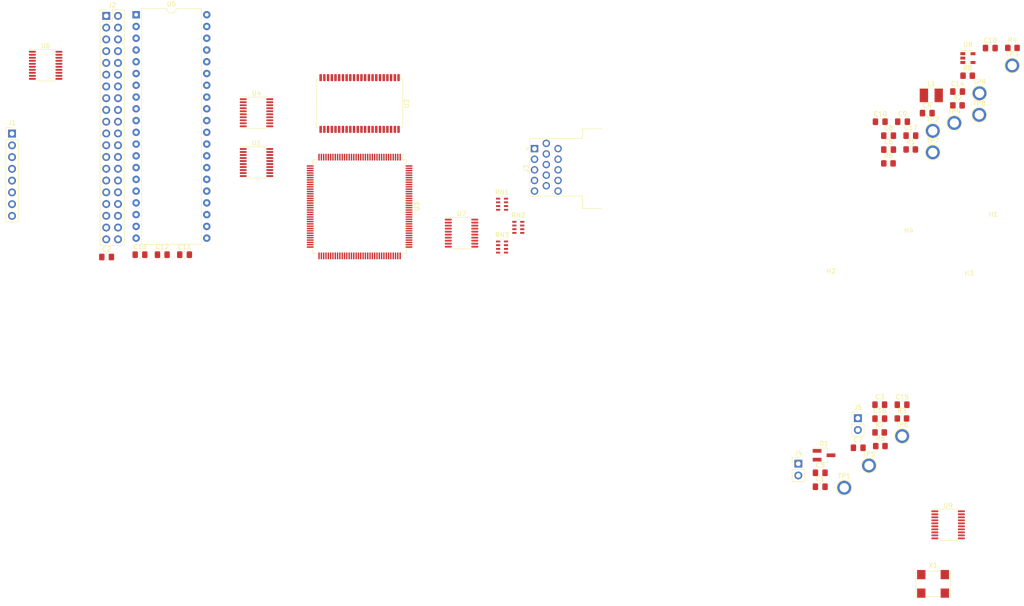
<source format=kicad_pcb>
(kicad_pcb (version 20171130) (host pcbnew "(5.1.9)-1")

  (general
    (thickness 1.6)
    (drawings 0)
    (tracks 0)
    (zones 0)
    (modules 59)
    (nets 138)
  )

  (page A4)
  (layers
    (0 F.Cu signal)
    (31 B.Cu signal)
    (32 B.Adhes user)
    (33 F.Adhes user)
    (34 B.Paste user)
    (35 F.Paste user)
    (36 B.SilkS user)
    (37 F.SilkS user)
    (38 B.Mask user)
    (39 F.Mask user)
    (40 Dwgs.User user)
    (41 Cmts.User user)
    (42 Eco1.User user)
    (43 Eco2.User user)
    (44 Edge.Cuts user)
    (45 Margin user)
    (46 B.CrtYd user)
    (47 F.CrtYd user)
    (48 B.Fab user)
    (49 F.Fab user)
  )

  (setup
    (last_trace_width 0.25)
    (trace_clearance 0.2)
    (zone_clearance 0.508)
    (zone_45_only no)
    (trace_min 0.2)
    (via_size 0.8)
    (via_drill 0.4)
    (via_min_size 0.4)
    (via_min_drill 0.3)
    (uvia_size 0.3)
    (uvia_drill 0.1)
    (uvias_allowed no)
    (uvia_min_size 0.2)
    (uvia_min_drill 0.1)
    (edge_width 0.05)
    (segment_width 0.2)
    (pcb_text_width 0.3)
    (pcb_text_size 1.5 1.5)
    (mod_edge_width 0.12)
    (mod_text_size 1 1)
    (mod_text_width 0.15)
    (pad_size 1.524 1.524)
    (pad_drill 0.762)
    (pad_to_mask_clearance 0)
    (aux_axis_origin 0 0)
    (visible_elements FFFFFF7F)
    (pcbplotparams
      (layerselection 0x010fc_ffffffff)
      (usegerberextensions false)
      (usegerberattributes true)
      (usegerberadvancedattributes true)
      (creategerberjobfile true)
      (excludeedgelayer true)
      (linewidth 0.100000)
      (plotframeref false)
      (viasonmask false)
      (mode 1)
      (useauxorigin false)
      (hpglpennumber 1)
      (hpglpenspeed 20)
      (hpglpendiameter 15.000000)
      (psnegative false)
      (psa4output false)
      (plotreference true)
      (plotvalue true)
      (plotinvisibletext false)
      (padsonsilk false)
      (subtractmaskfromsilk false)
      (outputformat 1)
      (mirror false)
      (drillshape 1)
      (scaleselection 1)
      (outputdirectory ""))
  )

  (net 0 "")
  (net 1 +3V3)
  (net 2 "Net-(C1-Pad2)")
  (net 3 GND)
  (net 4 VCC)
  (net 5 /IRQ)
  (net 6 /DBG0)
  (net 7 /DBG1)
  (net 8 /DBG2)
  (net 9 /DBG3)
  (net 10 /DBG4)
  (net 11 /DBG5)
  (net 12 /DBG6)
  (net 13 /DBG7)
  (net 14 /WR)
  (net 15 /A7)
  (net 16 /A6)
  (net 17 /A5)
  (net 18 /A4)
  (net 19 /A3)
  (net 20 /RD)
  (net 21 /A0)
  (net 22 /D7)
  (net 23 /D0)
  (net 24 /D6)
  (net 25 /D1)
  (net 26 /D5)
  (net 27 /D2)
  (net 28 /D4)
  (net 29 /IOSEL)
  (net 30 /D3)
  (net 31 /RESET)
  (net 32 /RED)
  (net 33 /GREEN)
  (net 34 /BLUE)
  (net 35 /HS)
  (net 36 /VS)
  (net 37 "Net-(L1-Pad1)")
  (net 38 "Net-(R1-Pad1)")
  (net 39 /R0Q)
  (net 40 /G0Q)
  (net 41 "Net-(R2-Pad1)")
  (net 42 "Net-(R3-Pad1)")
  (net 43 /B0Q)
  (net 44 /HSQ)
  (net 45 /VSQ)
  (net 46 /R1Q)
  (net 47 /G1Q)
  (net 48 /B1Q)
  (net 49 /CLK50)
  (net 50 /W2XCLK)
  (net 51 /PCLK)
  (net 52 /PIXEL)
  (net 53 /HIOSEL)
  (net 54 /GAD0)
  (net 55 /GAD1)
  (net 56 /GAD2)
  (net 57 /GAD3)
  (net 58 /GAD4)
  (net 59 /GAD5)
  (net 60 /GAD6)
  (net 61 /GAD7)
  (net 62 /AD7)
  (net 63 /AD6)
  (net 64 /AD5)
  (net 65 /AD4)
  (net 66 /AD3)
  (net 67 /AD2)
  (net 68 /AD1)
  (net 69 /AD0)
  (net 70 /GDPEN)
  (net 71 /VA4)
  (net 72 /VA3)
  (net 73 /VA2)
  (net 74 /VA1)
  (net 75 /VA0)
  (net 76 /VCE)
  (net 77 /VWE)
  (net 78 /VA15)
  (net 79 /VA14)
  (net 80 /VA13)
  (net 81 /VA12)
  (net 82 /VA11)
  (net 83 /VA10)
  (net 84 /VA9)
  (net 85 /VA8)
  (net 86 /AD8)
  (net 87 /AD9)
  (net 88 /AD10)
  (net 89 /AD11)
  (net 90 /AD12)
  (net 91 /AD13)
  (net 92 /AD14)
  (net 93 /AD15)
  (net 94 /VBLE)
  (net 95 /VBHE)
  (net 96 /VOE)
  (net 97 /VA7)
  (net 98 /VA6)
  (net 99 /VA5)
  (net 100 /A17)
  (net 101 /A16)
  (net 102 /ALE)
  (net 103 /DBIN)
  (net 104 /BLANK)
  (net 105 /GWR)
  (net 106 /GRD)
  (net 107 /HWR)
  (net 108 /HRD)
  (net 109 /HA3)
  (net 110 /HA4)
  (net 111 /HA5)
  (net 112 /HA6)
  (net 113 /HA7)
  (net 114 /CPLD_RES)
  (net 115 /R1OUT)
  (net 116 /R0OUT)
  (net 117 /G1OUT)
  (net 118 /G0OUT)
  (net 119 /B1OUT)
  (net 120 /B0OUT)
  (net 121 /HSOUT)
  (net 122 /VSOUT)
  (net 123 /GAD15)
  (net 124 /GAD14)
  (net 125 /GAD13)
  (net 126 /GAD12)
  (net 127 /GAD11)
  (net 128 /GAD10)
  (net 129 /GAD9)
  (net 130 /GAD8)
  (net 131 /GDBIN)
  (net 132 /GHS)
  (net 133 /GVS)
  (net 134 /GBLANK)
  (net 135 /GALE)
  (net 136 /GA16)
  (net 137 /GA17)

  (net_class Default "This is the default net class."
    (clearance 0.2)
    (trace_width 0.25)
    (via_dia 0.8)
    (via_drill 0.4)
    (uvia_dia 0.3)
    (uvia_drill 0.1)
    (add_net +3V3)
    (add_net /A0)
    (add_net /A16)
    (add_net /A17)
    (add_net /A3)
    (add_net /A4)
    (add_net /A5)
    (add_net /A6)
    (add_net /A7)
    (add_net /AD0)
    (add_net /AD1)
    (add_net /AD10)
    (add_net /AD11)
    (add_net /AD12)
    (add_net /AD13)
    (add_net /AD14)
    (add_net /AD15)
    (add_net /AD2)
    (add_net /AD3)
    (add_net /AD4)
    (add_net /AD5)
    (add_net /AD6)
    (add_net /AD7)
    (add_net /AD8)
    (add_net /AD9)
    (add_net /ALE)
    (add_net /B0OUT)
    (add_net /B0Q)
    (add_net /B1OUT)
    (add_net /B1Q)
    (add_net /BLANK)
    (add_net /BLUE)
    (add_net /CLK50)
    (add_net /CPLD_RES)
    (add_net /D0)
    (add_net /D1)
    (add_net /D2)
    (add_net /D3)
    (add_net /D4)
    (add_net /D5)
    (add_net /D6)
    (add_net /D7)
    (add_net /DBG0)
    (add_net /DBG1)
    (add_net /DBG2)
    (add_net /DBG3)
    (add_net /DBG4)
    (add_net /DBG5)
    (add_net /DBG6)
    (add_net /DBG7)
    (add_net /DBIN)
    (add_net /G0OUT)
    (add_net /G0Q)
    (add_net /G1OUT)
    (add_net /G1Q)
    (add_net /GA16)
    (add_net /GA17)
    (add_net /GAD0)
    (add_net /GAD1)
    (add_net /GAD10)
    (add_net /GAD11)
    (add_net /GAD12)
    (add_net /GAD13)
    (add_net /GAD14)
    (add_net /GAD15)
    (add_net /GAD2)
    (add_net /GAD3)
    (add_net /GAD4)
    (add_net /GAD5)
    (add_net /GAD6)
    (add_net /GAD7)
    (add_net /GAD8)
    (add_net /GAD9)
    (add_net /GALE)
    (add_net /GBLANK)
    (add_net /GDBIN)
    (add_net /GDPEN)
    (add_net /GHS)
    (add_net /GRD)
    (add_net /GREEN)
    (add_net /GVS)
    (add_net /GWR)
    (add_net /HA3)
    (add_net /HA4)
    (add_net /HA5)
    (add_net /HA6)
    (add_net /HA7)
    (add_net /HIOSEL)
    (add_net /HRD)
    (add_net /HS)
    (add_net /HSOUT)
    (add_net /HSQ)
    (add_net /HWR)
    (add_net /IOSEL)
    (add_net /IRQ)
    (add_net /PCLK)
    (add_net /PIXEL)
    (add_net /R0OUT)
    (add_net /R0Q)
    (add_net /R1OUT)
    (add_net /R1Q)
    (add_net /RD)
    (add_net /RED)
    (add_net /RESET)
    (add_net /VA0)
    (add_net /VA1)
    (add_net /VA10)
    (add_net /VA11)
    (add_net /VA12)
    (add_net /VA13)
    (add_net /VA14)
    (add_net /VA15)
    (add_net /VA2)
    (add_net /VA3)
    (add_net /VA4)
    (add_net /VA5)
    (add_net /VA6)
    (add_net /VA7)
    (add_net /VA8)
    (add_net /VA9)
    (add_net /VBHE)
    (add_net /VBLE)
    (add_net /VCE)
    (add_net /VOE)
    (add_net /VS)
    (add_net /VSOUT)
    (add_net /VSQ)
    (add_net /VWE)
    (add_net /W2XCLK)
    (add_net /WR)
    (add_net GND)
    (add_net "Net-(C1-Pad2)")
    (add_net "Net-(L1-Pad1)")
    (add_net "Net-(R1-Pad1)")
    (add_net "Net-(R2-Pad1)")
    (add_net "Net-(R3-Pad1)")
    (add_net VCC)
  )

  (module Capacitor_SMD:C_0805_2012Metric_Pad1.18x1.45mm_HandSolder (layer F.Cu) (tedit 5F68FEEF) (tstamp 6025F905)
    (at 221.405001 131.765001)
    (descr "Capacitor SMD 0805 (2012 Metric), square (rectangular) end terminal, IPC_7351 nominal with elongated pad for handsoldering. (Body size source: IPC-SM-782 page 76, https://www.pcb-3d.com/wordpress/wp-content/uploads/ipc-sm-782a_amendment_1_and_2.pdf, https://docs.google.com/spreadsheets/d/1BsfQQcO9C6DZCsRaXUlFlo91Tg2WpOkGARC1WS5S8t0/edit?usp=sharing), generated with kicad-footprint-generator")
    (tags "capacitor handsolder")
    (path /61A6D4F6)
    (attr smd)
    (fp_text reference C1 (at 0 -1.68) (layer F.SilkS)
      (effects (font (size 1 1) (thickness 0.15)))
    )
    (fp_text value 22pF (at 0 1.68) (layer F.Fab)
      (effects (font (size 1 1) (thickness 0.15)))
    )
    (fp_line (start 1.88 0.98) (end -1.88 0.98) (layer F.CrtYd) (width 0.05))
    (fp_line (start 1.88 -0.98) (end 1.88 0.98) (layer F.CrtYd) (width 0.05))
    (fp_line (start -1.88 -0.98) (end 1.88 -0.98) (layer F.CrtYd) (width 0.05))
    (fp_line (start -1.88 0.98) (end -1.88 -0.98) (layer F.CrtYd) (width 0.05))
    (fp_line (start -0.261252 0.735) (end 0.261252 0.735) (layer F.SilkS) (width 0.12))
    (fp_line (start -0.261252 -0.735) (end 0.261252 -0.735) (layer F.SilkS) (width 0.12))
    (fp_line (start 1 0.625) (end -1 0.625) (layer F.Fab) (width 0.1))
    (fp_line (start 1 -0.625) (end 1 0.625) (layer F.Fab) (width 0.1))
    (fp_line (start -1 -0.625) (end 1 -0.625) (layer F.Fab) (width 0.1))
    (fp_line (start -1 0.625) (end -1 -0.625) (layer F.Fab) (width 0.1))
    (fp_text user %R (at 0 0) (layer F.Fab)
      (effects (font (size 0.5 0.5) (thickness 0.08)))
    )
    (pad 1 smd roundrect (at -1.0375 0) (size 1.175 1.45) (layers F.Cu F.Paste F.Mask) (roundrect_rratio 0.212766)
      (net 1 +3V3))
    (pad 2 smd roundrect (at 1.0375 0) (size 1.175 1.45) (layers F.Cu F.Paste F.Mask) (roundrect_rratio 0.212766)
      (net 2 "Net-(C1-Pad2)"))
    (model ${KISYS3DMOD}/Capacitor_SMD.3dshapes/C_0805_2012Metric.wrl
      (at (xyz 0 0 0))
      (scale (xyz 1 1 1))
      (rotate (xyz 0 0 0))
    )
  )

  (module Capacitor_SMD:C_0805_2012Metric_Pad1.18x1.45mm_HandSolder (layer F.Cu) (tedit 5F68FEEF) (tstamp 6025F916)
    (at 67.405001 82.155001)
    (descr "Capacitor SMD 0805 (2012 Metric), square (rectangular) end terminal, IPC_7351 nominal with elongated pad for handsoldering. (Body size source: IPC-SM-782 page 76, https://www.pcb-3d.com/wordpress/wp-content/uploads/ipc-sm-782a_amendment_1_and_2.pdf, https://docs.google.com/spreadsheets/d/1BsfQQcO9C6DZCsRaXUlFlo91Tg2WpOkGARC1WS5S8t0/edit?usp=sharing), generated with kicad-footprint-generator")
    (tags "capacitor handsolder")
    (path /61A6D1A3)
    (attr smd)
    (fp_text reference C2 (at 0 -1.68) (layer F.SilkS)
      (effects (font (size 1 1) (thickness 0.15)))
    )
    (fp_text value 22uF (at 0 1.68) (layer F.Fab)
      (effects (font (size 1 1) (thickness 0.15)))
    )
    (fp_text user %R (at 0 0) (layer F.Fab)
      (effects (font (size 0.5 0.5) (thickness 0.08)))
    )
    (fp_line (start -1 0.625) (end -1 -0.625) (layer F.Fab) (width 0.1))
    (fp_line (start -1 -0.625) (end 1 -0.625) (layer F.Fab) (width 0.1))
    (fp_line (start 1 -0.625) (end 1 0.625) (layer F.Fab) (width 0.1))
    (fp_line (start 1 0.625) (end -1 0.625) (layer F.Fab) (width 0.1))
    (fp_line (start -0.261252 -0.735) (end 0.261252 -0.735) (layer F.SilkS) (width 0.12))
    (fp_line (start -0.261252 0.735) (end 0.261252 0.735) (layer F.SilkS) (width 0.12))
    (fp_line (start -1.88 0.98) (end -1.88 -0.98) (layer F.CrtYd) (width 0.05))
    (fp_line (start -1.88 -0.98) (end 1.88 -0.98) (layer F.CrtYd) (width 0.05))
    (fp_line (start 1.88 -0.98) (end 1.88 0.98) (layer F.CrtYd) (width 0.05))
    (fp_line (start 1.88 0.98) (end -1.88 0.98) (layer F.CrtYd) (width 0.05))
    (pad 2 smd roundrect (at 1.0375 0) (size 1.175 1.45) (layers F.Cu F.Paste F.Mask) (roundrect_rratio 0.212766)
      (net 3 GND))
    (pad 1 smd roundrect (at -1.0375 0) (size 1.175 1.45) (layers F.Cu F.Paste F.Mask) (roundrect_rratio 0.212766)
      (net 4 VCC))
    (model ${KISYS3DMOD}/Capacitor_SMD.3dshapes/C_0805_2012Metric.wrl
      (at (xyz 0 0 0))
      (scale (xyz 1 1 1))
      (rotate (xyz 0 0 0))
    )
  )

  (module Capacitor_SMD:C_0805_2012Metric_Pad1.18x1.45mm_HandSolder (layer F.Cu) (tedit 5F68FEEF) (tstamp 6025F927)
    (at 234.255001 114.055001)
    (descr "Capacitor SMD 0805 (2012 Metric), square (rectangular) end terminal, IPC_7351 nominal with elongated pad for handsoldering. (Body size source: IPC-SM-782 page 76, https://www.pcb-3d.com/wordpress/wp-content/uploads/ipc-sm-782a_amendment_1_and_2.pdf, https://docs.google.com/spreadsheets/d/1BsfQQcO9C6DZCsRaXUlFlo91Tg2WpOkGARC1WS5S8t0/edit?usp=sharing), generated with kicad-footprint-generator")
    (tags "capacitor handsolder")
    (path /61AA1B25)
    (attr smd)
    (fp_text reference C3 (at 0 -1.68) (layer F.SilkS)
      (effects (font (size 1 1) (thickness 0.15)))
    )
    (fp_text value 22uF (at 0 1.68) (layer F.Fab)
      (effects (font (size 1 1) (thickness 0.15)))
    )
    (fp_text user %R (at 0 0) (layer F.Fab)
      (effects (font (size 0.5 0.5) (thickness 0.08)))
    )
    (fp_line (start -1 0.625) (end -1 -0.625) (layer F.Fab) (width 0.1))
    (fp_line (start -1 -0.625) (end 1 -0.625) (layer F.Fab) (width 0.1))
    (fp_line (start 1 -0.625) (end 1 0.625) (layer F.Fab) (width 0.1))
    (fp_line (start 1 0.625) (end -1 0.625) (layer F.Fab) (width 0.1))
    (fp_line (start -0.261252 -0.735) (end 0.261252 -0.735) (layer F.SilkS) (width 0.12))
    (fp_line (start -0.261252 0.735) (end 0.261252 0.735) (layer F.SilkS) (width 0.12))
    (fp_line (start -1.88 0.98) (end -1.88 -0.98) (layer F.CrtYd) (width 0.05))
    (fp_line (start -1.88 -0.98) (end 1.88 -0.98) (layer F.CrtYd) (width 0.05))
    (fp_line (start 1.88 -0.98) (end 1.88 0.98) (layer F.CrtYd) (width 0.05))
    (fp_line (start 1.88 0.98) (end -1.88 0.98) (layer F.CrtYd) (width 0.05))
    (pad 2 smd roundrect (at 1.0375 0) (size 1.175 1.45) (layers F.Cu F.Paste F.Mask) (roundrect_rratio 0.212766)
      (net 3 GND))
    (pad 1 smd roundrect (at -1.0375 0) (size 1.175 1.45) (layers F.Cu F.Paste F.Mask) (roundrect_rratio 0.212766)
      (net 1 +3V3))
    (model ${KISYS3DMOD}/Capacitor_SMD.3dshapes/C_0805_2012Metric.wrl
      (at (xyz 0 0 0))
      (scale (xyz 1 1 1))
      (rotate (xyz 0 0 0))
    )
  )

  (module Capacitor_SMD:C_0805_2012Metric_Pad1.18x1.45mm_HandSolder (layer F.Cu) (tedit 5F68FEEF) (tstamp 6025F938)
    (at 244.505001 51.075001)
    (descr "Capacitor SMD 0805 (2012 Metric), square (rectangular) end terminal, IPC_7351 nominal with elongated pad for handsoldering. (Body size source: IPC-SM-782 page 76, https://www.pcb-3d.com/wordpress/wp-content/uploads/ipc-sm-782a_amendment_1_and_2.pdf, https://docs.google.com/spreadsheets/d/1BsfQQcO9C6DZCsRaXUlFlo91Tg2WpOkGARC1WS5S8t0/edit?usp=sharing), generated with kicad-footprint-generator")
    (tags "capacitor handsolder")
    (path /61AA20C4)
    (attr smd)
    (fp_text reference C4 (at 0 -1.68) (layer F.SilkS)
      (effects (font (size 1 1) (thickness 0.15)))
    )
    (fp_text value 22uF (at 0 1.68) (layer F.Fab)
      (effects (font (size 1 1) (thickness 0.15)))
    )
    (fp_line (start 1.88 0.98) (end -1.88 0.98) (layer F.CrtYd) (width 0.05))
    (fp_line (start 1.88 -0.98) (end 1.88 0.98) (layer F.CrtYd) (width 0.05))
    (fp_line (start -1.88 -0.98) (end 1.88 -0.98) (layer F.CrtYd) (width 0.05))
    (fp_line (start -1.88 0.98) (end -1.88 -0.98) (layer F.CrtYd) (width 0.05))
    (fp_line (start -0.261252 0.735) (end 0.261252 0.735) (layer F.SilkS) (width 0.12))
    (fp_line (start -0.261252 -0.735) (end 0.261252 -0.735) (layer F.SilkS) (width 0.12))
    (fp_line (start 1 0.625) (end -1 0.625) (layer F.Fab) (width 0.1))
    (fp_line (start 1 -0.625) (end 1 0.625) (layer F.Fab) (width 0.1))
    (fp_line (start -1 -0.625) (end 1 -0.625) (layer F.Fab) (width 0.1))
    (fp_line (start -1 0.625) (end -1 -0.625) (layer F.Fab) (width 0.1))
    (fp_text user %R (at 0 0) (layer F.Fab)
      (effects (font (size 0.5 0.5) (thickness 0.08)))
    )
    (pad 1 smd roundrect (at -1.0375 0) (size 1.175 1.45) (layers F.Cu F.Paste F.Mask) (roundrect_rratio 0.212766)
      (net 1 +3V3))
    (pad 2 smd roundrect (at 1.0375 0) (size 1.175 1.45) (layers F.Cu F.Paste F.Mask) (roundrect_rratio 0.212766)
      (net 3 GND))
    (model ${KISYS3DMOD}/Capacitor_SMD.3dshapes/C_0805_2012Metric.wrl
      (at (xyz 0 0 0))
      (scale (xyz 1 1 1))
      (rotate (xyz 0 0 0))
    )
  )

  (module Capacitor_SMD:C_0805_2012Metric_Pad1.18x1.45mm_HandSolder (layer F.Cu) (tedit 5F68FEEF) (tstamp 6025F949)
    (at 221.405001 128.755001)
    (descr "Capacitor SMD 0805 (2012 Metric), square (rectangular) end terminal, IPC_7351 nominal with elongated pad for handsoldering. (Body size source: IPC-SM-782 page 76, https://www.pcb-3d.com/wordpress/wp-content/uploads/ipc-sm-782a_amendment_1_and_2.pdf, https://docs.google.com/spreadsheets/d/1BsfQQcO9C6DZCsRaXUlFlo91Tg2WpOkGARC1WS5S8t0/edit?usp=sharing), generated with kicad-footprint-generator")
    (tags "capacitor handsolder")
    (path /6249E286)
    (attr smd)
    (fp_text reference C5 (at 0 -1.68) (layer F.SilkS)
      (effects (font (size 1 1) (thickness 0.15)))
    )
    (fp_text value 1uF (at 0 1.68) (layer F.Fab)
      (effects (font (size 1 1) (thickness 0.15)))
    )
    (fp_line (start 1.88 0.98) (end -1.88 0.98) (layer F.CrtYd) (width 0.05))
    (fp_line (start 1.88 -0.98) (end 1.88 0.98) (layer F.CrtYd) (width 0.05))
    (fp_line (start -1.88 -0.98) (end 1.88 -0.98) (layer F.CrtYd) (width 0.05))
    (fp_line (start -1.88 0.98) (end -1.88 -0.98) (layer F.CrtYd) (width 0.05))
    (fp_line (start -0.261252 0.735) (end 0.261252 0.735) (layer F.SilkS) (width 0.12))
    (fp_line (start -0.261252 -0.735) (end 0.261252 -0.735) (layer F.SilkS) (width 0.12))
    (fp_line (start 1 0.625) (end -1 0.625) (layer F.Fab) (width 0.1))
    (fp_line (start 1 -0.625) (end 1 0.625) (layer F.Fab) (width 0.1))
    (fp_line (start -1 -0.625) (end 1 -0.625) (layer F.Fab) (width 0.1))
    (fp_line (start -1 0.625) (end -1 -0.625) (layer F.Fab) (width 0.1))
    (fp_text user %R (at 0 0) (layer F.Fab)
      (effects (font (size 0.5 0.5) (thickness 0.08)))
    )
    (pad 1 smd roundrect (at -1.0375 0) (size 1.175 1.45) (layers F.Cu F.Paste F.Mask) (roundrect_rratio 0.212766)
      (net 4 VCC))
    (pad 2 smd roundrect (at 1.0375 0) (size 1.175 1.45) (layers F.Cu F.Paste F.Mask) (roundrect_rratio 0.212766)
      (net 3 GND))
    (model ${KISYS3DMOD}/Capacitor_SMD.3dshapes/C_0805_2012Metric.wrl
      (at (xyz 0 0 0))
      (scale (xyz 1 1 1))
      (rotate (xyz 0 0 0))
    )
  )

  (module Capacitor_SMD:C_0805_2012Metric_Pad1.18x1.45mm_HandSolder (layer F.Cu) (tedit 5F68FEEF) (tstamp 6025F95A)
    (at 236.155001 58.955001)
    (descr "Capacitor SMD 0805 (2012 Metric), square (rectangular) end terminal, IPC_7351 nominal with elongated pad for handsoldering. (Body size source: IPC-SM-782 page 76, https://www.pcb-3d.com/wordpress/wp-content/uploads/ipc-sm-782a_amendment_1_and_2.pdf, https://docs.google.com/spreadsheets/d/1BsfQQcO9C6DZCsRaXUlFlo91Tg2WpOkGARC1WS5S8t0/edit?usp=sharing), generated with kicad-footprint-generator")
    (tags "capacitor handsolder")
    (path /6249E295)
    (attr smd)
    (fp_text reference C6 (at 0 -1.68) (layer F.SilkS)
      (effects (font (size 1 1) (thickness 0.15)))
    )
    (fp_text value 10nF (at 0 1.68) (layer F.Fab)
      (effects (font (size 1 1) (thickness 0.15)))
    )
    (fp_text user %R (at 0 0) (layer F.Fab)
      (effects (font (size 0.5 0.5) (thickness 0.08)))
    )
    (fp_line (start -1 0.625) (end -1 -0.625) (layer F.Fab) (width 0.1))
    (fp_line (start -1 -0.625) (end 1 -0.625) (layer F.Fab) (width 0.1))
    (fp_line (start 1 -0.625) (end 1 0.625) (layer F.Fab) (width 0.1))
    (fp_line (start 1 0.625) (end -1 0.625) (layer F.Fab) (width 0.1))
    (fp_line (start -0.261252 -0.735) (end 0.261252 -0.735) (layer F.SilkS) (width 0.12))
    (fp_line (start -0.261252 0.735) (end 0.261252 0.735) (layer F.SilkS) (width 0.12))
    (fp_line (start -1.88 0.98) (end -1.88 -0.98) (layer F.CrtYd) (width 0.05))
    (fp_line (start -1.88 -0.98) (end 1.88 -0.98) (layer F.CrtYd) (width 0.05))
    (fp_line (start 1.88 -0.98) (end 1.88 0.98) (layer F.CrtYd) (width 0.05))
    (fp_line (start 1.88 0.98) (end -1.88 0.98) (layer F.CrtYd) (width 0.05))
    (pad 2 smd roundrect (at 1.0375 0) (size 1.175 1.45) (layers F.Cu F.Paste F.Mask) (roundrect_rratio 0.212766)
      (net 3 GND))
    (pad 1 smd roundrect (at -1.0375 0) (size 1.175 1.45) (layers F.Cu F.Paste F.Mask) (roundrect_rratio 0.212766)
      (net 4 VCC))
    (model ${KISYS3DMOD}/Capacitor_SMD.3dshapes/C_0805_2012Metric.wrl
      (at (xyz 0 0 0))
      (scale (xyz 1 1 1))
      (rotate (xyz 0 0 0))
    )
  )

  (module Capacitor_SMD:C_0805_2012Metric_Pad1.18x1.45mm_HandSolder (layer F.Cu) (tedit 5F68FEEF) (tstamp 6025F96B)
    (at 229.605001 123.355001)
    (descr "Capacitor SMD 0805 (2012 Metric), square (rectangular) end terminal, IPC_7351 nominal with elongated pad for handsoldering. (Body size source: IPC-SM-782 page 76, https://www.pcb-3d.com/wordpress/wp-content/uploads/ipc-sm-782a_amendment_1_and_2.pdf, https://docs.google.com/spreadsheets/d/1BsfQQcO9C6DZCsRaXUlFlo91Tg2WpOkGARC1WS5S8t0/edit?usp=sharing), generated with kicad-footprint-generator")
    (tags "capacitor handsolder")
    (path /61F911C2)
    (attr smd)
    (fp_text reference C7 (at 0 -1.68) (layer F.SilkS)
      (effects (font (size 1 1) (thickness 0.15)))
    )
    (fp_text value 1uF (at 0 1.68) (layer F.Fab)
      (effects (font (size 1 1) (thickness 0.15)))
    )
    (fp_text user %R (at 0 0) (layer F.Fab)
      (effects (font (size 0.5 0.5) (thickness 0.08)))
    )
    (fp_line (start -1 0.625) (end -1 -0.625) (layer F.Fab) (width 0.1))
    (fp_line (start -1 -0.625) (end 1 -0.625) (layer F.Fab) (width 0.1))
    (fp_line (start 1 -0.625) (end 1 0.625) (layer F.Fab) (width 0.1))
    (fp_line (start 1 0.625) (end -1 0.625) (layer F.Fab) (width 0.1))
    (fp_line (start -0.261252 -0.735) (end 0.261252 -0.735) (layer F.SilkS) (width 0.12))
    (fp_line (start -0.261252 0.735) (end 0.261252 0.735) (layer F.SilkS) (width 0.12))
    (fp_line (start -1.88 0.98) (end -1.88 -0.98) (layer F.CrtYd) (width 0.05))
    (fp_line (start -1.88 -0.98) (end 1.88 -0.98) (layer F.CrtYd) (width 0.05))
    (fp_line (start 1.88 -0.98) (end 1.88 0.98) (layer F.CrtYd) (width 0.05))
    (fp_line (start 1.88 0.98) (end -1.88 0.98) (layer F.CrtYd) (width 0.05))
    (pad 2 smd roundrect (at 1.0375 0) (size 1.175 1.45) (layers F.Cu F.Paste F.Mask) (roundrect_rratio 0.212766)
      (net 3 GND))
    (pad 1 smd roundrect (at -1.0375 0) (size 1.175 1.45) (layers F.Cu F.Paste F.Mask) (roundrect_rratio 0.212766)
      (net 1 +3V3))
    (model ${KISYS3DMOD}/Capacitor_SMD.3dshapes/C_0805_2012Metric.wrl
      (at (xyz 0 0 0))
      (scale (xyz 1 1 1))
      (rotate (xyz 0 0 0))
    )
  )

  (module Capacitor_SMD:C_0805_2012Metric_Pad1.18x1.45mm_HandSolder (layer F.Cu) (tedit 5F68FEEF) (tstamp 6025F97C)
    (at 236.155001 55.945001)
    (descr "Capacitor SMD 0805 (2012 Metric), square (rectangular) end terminal, IPC_7351 nominal with elongated pad for handsoldering. (Body size source: IPC-SM-782 page 76, https://www.pcb-3d.com/wordpress/wp-content/uploads/ipc-sm-782a_amendment_1_and_2.pdf, https://docs.google.com/spreadsheets/d/1BsfQQcO9C6DZCsRaXUlFlo91Tg2WpOkGARC1WS5S8t0/edit?usp=sharing), generated with kicad-footprint-generator")
    (tags "capacitor handsolder")
    (path /61FC94F8)
    (attr smd)
    (fp_text reference C8 (at 0 -1.68) (layer F.SilkS)
      (effects (font (size 1 1) (thickness 0.15)))
    )
    (fp_text value 1uF (at 0 1.68) (layer F.Fab)
      (effects (font (size 1 1) (thickness 0.15)))
    )
    (fp_line (start 1.88 0.98) (end -1.88 0.98) (layer F.CrtYd) (width 0.05))
    (fp_line (start 1.88 -0.98) (end 1.88 0.98) (layer F.CrtYd) (width 0.05))
    (fp_line (start -1.88 -0.98) (end 1.88 -0.98) (layer F.CrtYd) (width 0.05))
    (fp_line (start -1.88 0.98) (end -1.88 -0.98) (layer F.CrtYd) (width 0.05))
    (fp_line (start -0.261252 0.735) (end 0.261252 0.735) (layer F.SilkS) (width 0.12))
    (fp_line (start -0.261252 -0.735) (end 0.261252 -0.735) (layer F.SilkS) (width 0.12))
    (fp_line (start 1 0.625) (end -1 0.625) (layer F.Fab) (width 0.1))
    (fp_line (start 1 -0.625) (end 1 0.625) (layer F.Fab) (width 0.1))
    (fp_line (start -1 -0.625) (end 1 -0.625) (layer F.Fab) (width 0.1))
    (fp_line (start -1 0.625) (end -1 -0.625) (layer F.Fab) (width 0.1))
    (fp_text user %R (at 0 0) (layer F.Fab)
      (effects (font (size 0.5 0.5) (thickness 0.08)))
    )
    (pad 1 smd roundrect (at -1.0375 0) (size 1.175 1.45) (layers F.Cu F.Paste F.Mask) (roundrect_rratio 0.212766)
      (net 1 +3V3))
    (pad 2 smd roundrect (at 1.0375 0) (size 1.175 1.45) (layers F.Cu F.Paste F.Mask) (roundrect_rratio 0.212766)
      (net 3 GND))
    (model ${KISYS3DMOD}/Capacitor_SMD.3dshapes/C_0805_2012Metric.wrl
      (at (xyz 0 0 0))
      (scale (xyz 1 1 1))
      (rotate (xyz 0 0 0))
    )
  )

  (module Capacitor_SMD:C_0805_2012Metric_Pad1.18x1.45mm_HandSolder (layer F.Cu) (tedit 5F68FEEF) (tstamp 6025F98D)
    (at 239.165001 52.935001)
    (descr "Capacitor SMD 0805 (2012 Metric), square (rectangular) end terminal, IPC_7351 nominal with elongated pad for handsoldering. (Body size source: IPC-SM-782 page 76, https://www.pcb-3d.com/wordpress/wp-content/uploads/ipc-sm-782a_amendment_1_and_2.pdf, https://docs.google.com/spreadsheets/d/1BsfQQcO9C6DZCsRaXUlFlo91Tg2WpOkGARC1WS5S8t0/edit?usp=sharing), generated with kicad-footprint-generator")
    (tags "capacitor handsolder")
    (path /6203BF51)
    (attr smd)
    (fp_text reference C9 (at 0 -1.68) (layer F.SilkS)
      (effects (font (size 1 1) (thickness 0.15)))
    )
    (fp_text value 1uF (at 0 1.68) (layer F.Fab)
      (effects (font (size 1 1) (thickness 0.15)))
    )
    (fp_line (start 1.88 0.98) (end -1.88 0.98) (layer F.CrtYd) (width 0.05))
    (fp_line (start 1.88 -0.98) (end 1.88 0.98) (layer F.CrtYd) (width 0.05))
    (fp_line (start -1.88 -0.98) (end 1.88 -0.98) (layer F.CrtYd) (width 0.05))
    (fp_line (start -1.88 0.98) (end -1.88 -0.98) (layer F.CrtYd) (width 0.05))
    (fp_line (start -0.261252 0.735) (end 0.261252 0.735) (layer F.SilkS) (width 0.12))
    (fp_line (start -0.261252 -0.735) (end 0.261252 -0.735) (layer F.SilkS) (width 0.12))
    (fp_line (start 1 0.625) (end -1 0.625) (layer F.Fab) (width 0.1))
    (fp_line (start 1 -0.625) (end 1 0.625) (layer F.Fab) (width 0.1))
    (fp_line (start -1 -0.625) (end 1 -0.625) (layer F.Fab) (width 0.1))
    (fp_line (start -1 0.625) (end -1 -0.625) (layer F.Fab) (width 0.1))
    (fp_text user %R (at 0 0) (layer F.Fab)
      (effects (font (size 0.5 0.5) (thickness 0.08)))
    )
    (pad 1 smd roundrect (at -1.0375 0) (size 1.175 1.45) (layers F.Cu F.Paste F.Mask) (roundrect_rratio 0.212766)
      (net 1 +3V3))
    (pad 2 smd roundrect (at 1.0375 0) (size 1.175 1.45) (layers F.Cu F.Paste F.Mask) (roundrect_rratio 0.212766)
      (net 3 GND))
    (model ${KISYS3DMOD}/Capacitor_SMD.3dshapes/C_0805_2012Metric.wrl
      (at (xyz 0 0 0))
      (scale (xyz 1 1 1))
      (rotate (xyz 0 0 0))
    )
  )

  (module Capacitor_SMD:C_0805_2012Metric_Pad1.18x1.45mm_HandSolder (layer F.Cu) (tedit 5F68FEEF) (tstamp 6025F99E)
    (at 234.355001 52.935001)
    (descr "Capacitor SMD 0805 (2012 Metric), square (rectangular) end terminal, IPC_7351 nominal with elongated pad for handsoldering. (Body size source: IPC-SM-782 page 76, https://www.pcb-3d.com/wordpress/wp-content/uploads/ipc-sm-782a_amendment_1_and_2.pdf, https://docs.google.com/spreadsheets/d/1BsfQQcO9C6DZCsRaXUlFlo91Tg2WpOkGARC1WS5S8t0/edit?usp=sharing), generated with kicad-footprint-generator")
    (tags "capacitor handsolder")
    (path /62076676)
    (attr smd)
    (fp_text reference C10 (at 0 -1.68) (layer F.SilkS)
      (effects (font (size 1 1) (thickness 0.15)))
    )
    (fp_text value 1uF (at 0 1.68) (layer F.Fab)
      (effects (font (size 1 1) (thickness 0.15)))
    )
    (fp_line (start 1.88 0.98) (end -1.88 0.98) (layer F.CrtYd) (width 0.05))
    (fp_line (start 1.88 -0.98) (end 1.88 0.98) (layer F.CrtYd) (width 0.05))
    (fp_line (start -1.88 -0.98) (end 1.88 -0.98) (layer F.CrtYd) (width 0.05))
    (fp_line (start -1.88 0.98) (end -1.88 -0.98) (layer F.CrtYd) (width 0.05))
    (fp_line (start -0.261252 0.735) (end 0.261252 0.735) (layer F.SilkS) (width 0.12))
    (fp_line (start -0.261252 -0.735) (end 0.261252 -0.735) (layer F.SilkS) (width 0.12))
    (fp_line (start 1 0.625) (end -1 0.625) (layer F.Fab) (width 0.1))
    (fp_line (start 1 -0.625) (end 1 0.625) (layer F.Fab) (width 0.1))
    (fp_line (start -1 -0.625) (end 1 -0.625) (layer F.Fab) (width 0.1))
    (fp_line (start -1 0.625) (end -1 -0.625) (layer F.Fab) (width 0.1))
    (fp_text user %R (at 0 0) (layer F.Fab)
      (effects (font (size 0.5 0.5) (thickness 0.08)))
    )
    (pad 1 smd roundrect (at -1.0375 0) (size 1.175 1.45) (layers F.Cu F.Paste F.Mask) (roundrect_rratio 0.212766)
      (net 1 +3V3))
    (pad 2 smd roundrect (at 1.0375 0) (size 1.175 1.45) (layers F.Cu F.Paste F.Mask) (roundrect_rratio 0.212766)
      (net 3 GND))
    (model ${KISYS3DMOD}/Capacitor_SMD.3dshapes/C_0805_2012Metric.wrl
      (at (xyz 0 0 0))
      (scale (xyz 1 1 1))
      (rotate (xyz 0 0 0))
    )
  )

  (module Capacitor_SMD:C_0805_2012Metric_Pad1.18x1.45mm_HandSolder (layer F.Cu) (tedit 5F68FEEF) (tstamp 6025F9AF)
    (at 84.225001 81.655001)
    (descr "Capacitor SMD 0805 (2012 Metric), square (rectangular) end terminal, IPC_7351 nominal with elongated pad for handsoldering. (Body size source: IPC-SM-782 page 76, https://www.pcb-3d.com/wordpress/wp-content/uploads/ipc-sm-782a_amendment_1_and_2.pdf, https://docs.google.com/spreadsheets/d/1BsfQQcO9C6DZCsRaXUlFlo91Tg2WpOkGARC1WS5S8t0/edit?usp=sharing), generated with kicad-footprint-generator")
    (tags "capacitor handsolder")
    (path /62076685)
    (attr smd)
    (fp_text reference C11 (at 0 -1.68) (layer F.SilkS)
      (effects (font (size 1 1) (thickness 0.15)))
    )
    (fp_text value 1uF (at 0 1.68) (layer F.Fab)
      (effects (font (size 1 1) (thickness 0.15)))
    )
    (fp_text user %R (at 0 0) (layer F.Fab)
      (effects (font (size 0.5 0.5) (thickness 0.08)))
    )
    (fp_line (start -1 0.625) (end -1 -0.625) (layer F.Fab) (width 0.1))
    (fp_line (start -1 -0.625) (end 1 -0.625) (layer F.Fab) (width 0.1))
    (fp_line (start 1 -0.625) (end 1 0.625) (layer F.Fab) (width 0.1))
    (fp_line (start 1 0.625) (end -1 0.625) (layer F.Fab) (width 0.1))
    (fp_line (start -0.261252 -0.735) (end 0.261252 -0.735) (layer F.SilkS) (width 0.12))
    (fp_line (start -0.261252 0.735) (end 0.261252 0.735) (layer F.SilkS) (width 0.12))
    (fp_line (start -1.88 0.98) (end -1.88 -0.98) (layer F.CrtYd) (width 0.05))
    (fp_line (start -1.88 -0.98) (end 1.88 -0.98) (layer F.CrtYd) (width 0.05))
    (fp_line (start 1.88 -0.98) (end 1.88 0.98) (layer F.CrtYd) (width 0.05))
    (fp_line (start 1.88 0.98) (end -1.88 0.98) (layer F.CrtYd) (width 0.05))
    (pad 2 smd roundrect (at 1.0375 0) (size 1.175 1.45) (layers F.Cu F.Paste F.Mask) (roundrect_rratio 0.212766)
      (net 3 GND))
    (pad 1 smd roundrect (at -1.0375 0) (size 1.175 1.45) (layers F.Cu F.Paste F.Mask) (roundrect_rratio 0.212766)
      (net 1 +3V3))
    (model ${KISYS3DMOD}/Capacitor_SMD.3dshapes/C_0805_2012Metric.wrl
      (at (xyz 0 0 0))
      (scale (xyz 1 1 1))
      (rotate (xyz 0 0 0))
    )
  )

  (module Capacitor_SMD:C_0805_2012Metric_Pad1.18x1.45mm_HandSolder (layer F.Cu) (tedit 5F68FEEF) (tstamp 6025F9C0)
    (at 79.415001 81.655001)
    (descr "Capacitor SMD 0805 (2012 Metric), square (rectangular) end terminal, IPC_7351 nominal with elongated pad for handsoldering. (Body size source: IPC-SM-782 page 76, https://www.pcb-3d.com/wordpress/wp-content/uploads/ipc-sm-782a_amendment_1_and_2.pdf, https://docs.google.com/spreadsheets/d/1BsfQQcO9C6DZCsRaXUlFlo91Tg2WpOkGARC1WS5S8t0/edit?usp=sharing), generated with kicad-footprint-generator")
    (tags "capacitor handsolder")
    (path /620B0B59)
    (attr smd)
    (fp_text reference C12 (at 0 -1.68) (layer F.SilkS)
      (effects (font (size 1 1) (thickness 0.15)))
    )
    (fp_text value 1uF (at 0 1.68) (layer F.Fab)
      (effects (font (size 1 1) (thickness 0.15)))
    )
    (fp_line (start 1.88 0.98) (end -1.88 0.98) (layer F.CrtYd) (width 0.05))
    (fp_line (start 1.88 -0.98) (end 1.88 0.98) (layer F.CrtYd) (width 0.05))
    (fp_line (start -1.88 -0.98) (end 1.88 -0.98) (layer F.CrtYd) (width 0.05))
    (fp_line (start -1.88 0.98) (end -1.88 -0.98) (layer F.CrtYd) (width 0.05))
    (fp_line (start -0.261252 0.735) (end 0.261252 0.735) (layer F.SilkS) (width 0.12))
    (fp_line (start -0.261252 -0.735) (end 0.261252 -0.735) (layer F.SilkS) (width 0.12))
    (fp_line (start 1 0.625) (end -1 0.625) (layer F.Fab) (width 0.1))
    (fp_line (start 1 -0.625) (end 1 0.625) (layer F.Fab) (width 0.1))
    (fp_line (start -1 -0.625) (end 1 -0.625) (layer F.Fab) (width 0.1))
    (fp_line (start -1 0.625) (end -1 -0.625) (layer F.Fab) (width 0.1))
    (fp_text user %R (at 0 0) (layer F.Fab)
      (effects (font (size 0.5 0.5) (thickness 0.08)))
    )
    (pad 1 smd roundrect (at -1.0375 0) (size 1.175 1.45) (layers F.Cu F.Paste F.Mask) (roundrect_rratio 0.212766)
      (net 1 +3V3))
    (pad 2 smd roundrect (at 1.0375 0) (size 1.175 1.45) (layers F.Cu F.Paste F.Mask) (roundrect_rratio 0.212766)
      (net 3 GND))
    (model ${KISYS3DMOD}/Capacitor_SMD.3dshapes/C_0805_2012Metric.wrl
      (at (xyz 0 0 0))
      (scale (xyz 1 1 1))
      (rotate (xyz 0 0 0))
    )
  )

  (module Capacitor_SMD:C_0805_2012Metric_Pad1.18x1.45mm_HandSolder (layer F.Cu) (tedit 5F68FEEF) (tstamp 6025F9D1)
    (at 74.605001 81.655001)
    (descr "Capacitor SMD 0805 (2012 Metric), square (rectangular) end terminal, IPC_7351 nominal with elongated pad for handsoldering. (Body size source: IPC-SM-782 page 76, https://www.pcb-3d.com/wordpress/wp-content/uploads/ipc-sm-782a_amendment_1_and_2.pdf, https://docs.google.com/spreadsheets/d/1BsfQQcO9C6DZCsRaXUlFlo91Tg2WpOkGARC1WS5S8t0/edit?usp=sharing), generated with kicad-footprint-generator")
    (tags "capacitor handsolder")
    (path /620B0B68)
    (attr smd)
    (fp_text reference C13 (at 0 -1.68) (layer F.SilkS)
      (effects (font (size 1 1) (thickness 0.15)))
    )
    (fp_text value 1uF (at 0 1.68) (layer F.Fab)
      (effects (font (size 1 1) (thickness 0.15)))
    )
    (fp_text user %R (at 0 0) (layer F.Fab)
      (effects (font (size 0.5 0.5) (thickness 0.08)))
    )
    (fp_line (start -1 0.625) (end -1 -0.625) (layer F.Fab) (width 0.1))
    (fp_line (start -1 -0.625) (end 1 -0.625) (layer F.Fab) (width 0.1))
    (fp_line (start 1 -0.625) (end 1 0.625) (layer F.Fab) (width 0.1))
    (fp_line (start 1 0.625) (end -1 0.625) (layer F.Fab) (width 0.1))
    (fp_line (start -0.261252 -0.735) (end 0.261252 -0.735) (layer F.SilkS) (width 0.12))
    (fp_line (start -0.261252 0.735) (end 0.261252 0.735) (layer F.SilkS) (width 0.12))
    (fp_line (start -1.88 0.98) (end -1.88 -0.98) (layer F.CrtYd) (width 0.05))
    (fp_line (start -1.88 -0.98) (end 1.88 -0.98) (layer F.CrtYd) (width 0.05))
    (fp_line (start 1.88 -0.98) (end 1.88 0.98) (layer F.CrtYd) (width 0.05))
    (fp_line (start 1.88 0.98) (end -1.88 0.98) (layer F.CrtYd) (width 0.05))
    (pad 2 smd roundrect (at 1.0375 0) (size 1.175 1.45) (layers F.Cu F.Paste F.Mask) (roundrect_rratio 0.212766)
      (net 3 GND))
    (pad 1 smd roundrect (at -1.0375 0) (size 1.175 1.45) (layers F.Cu F.Paste F.Mask) (roundrect_rratio 0.212766)
      (net 1 +3V3))
    (model ${KISYS3DMOD}/Capacitor_SMD.3dshapes/C_0805_2012Metric.wrl
      (at (xyz 0 0 0))
      (scale (xyz 1 1 1))
      (rotate (xyz 0 0 0))
    )
  )

  (module Capacitor_SMD:C_0805_2012Metric_Pad1.18x1.45mm_HandSolder (layer F.Cu) (tedit 5F68FEEF) (tstamp 6025F9E2)
    (at 251.055001 46.425001)
    (descr "Capacitor SMD 0805 (2012 Metric), square (rectangular) end terminal, IPC_7351 nominal with elongated pad for handsoldering. (Body size source: IPC-SM-782 page 76, https://www.pcb-3d.com/wordpress/wp-content/uploads/ipc-sm-782a_amendment_1_and_2.pdf, https://docs.google.com/spreadsheets/d/1BsfQQcO9C6DZCsRaXUlFlo91Tg2WpOkGARC1WS5S8t0/edit?usp=sharing), generated with kicad-footprint-generator")
    (tags "capacitor handsolder")
    (path /62420852)
    (attr smd)
    (fp_text reference C14 (at 0 -1.68) (layer F.SilkS)
      (effects (font (size 1 1) (thickness 0.15)))
    )
    (fp_text value 10nF (at 0 1.68) (layer F.Fab)
      (effects (font (size 1 1) (thickness 0.15)))
    )
    (fp_line (start 1.88 0.98) (end -1.88 0.98) (layer F.CrtYd) (width 0.05))
    (fp_line (start 1.88 -0.98) (end 1.88 0.98) (layer F.CrtYd) (width 0.05))
    (fp_line (start -1.88 -0.98) (end 1.88 -0.98) (layer F.CrtYd) (width 0.05))
    (fp_line (start -1.88 0.98) (end -1.88 -0.98) (layer F.CrtYd) (width 0.05))
    (fp_line (start -0.261252 0.735) (end 0.261252 0.735) (layer F.SilkS) (width 0.12))
    (fp_line (start -0.261252 -0.735) (end 0.261252 -0.735) (layer F.SilkS) (width 0.12))
    (fp_line (start 1 0.625) (end -1 0.625) (layer F.Fab) (width 0.1))
    (fp_line (start 1 -0.625) (end 1 0.625) (layer F.Fab) (width 0.1))
    (fp_line (start -1 -0.625) (end 1 -0.625) (layer F.Fab) (width 0.1))
    (fp_line (start -1 0.625) (end -1 -0.625) (layer F.Fab) (width 0.1))
    (fp_text user %R (at 0 0) (layer F.Fab)
      (effects (font (size 0.5 0.5) (thickness 0.08)))
    )
    (pad 1 smd roundrect (at -1.0375 0) (size 1.175 1.45) (layers F.Cu F.Paste F.Mask) (roundrect_rratio 0.212766)
      (net 1 +3V3))
    (pad 2 smd roundrect (at 1.0375 0) (size 1.175 1.45) (layers F.Cu F.Paste F.Mask) (roundrect_rratio 0.212766)
      (net 3 GND))
    (model ${KISYS3DMOD}/Capacitor_SMD.3dshapes/C_0805_2012Metric.wrl
      (at (xyz 0 0 0))
      (scale (xyz 1 1 1))
      (rotate (xyz 0 0 0))
    )
  )

  (module Capacitor_SMD:C_0805_2012Metric_Pad1.18x1.45mm_HandSolder (layer F.Cu) (tedit 5F68FEEF) (tstamp 6025F9F3)
    (at 239.065001 114.055001)
    (descr "Capacitor SMD 0805 (2012 Metric), square (rectangular) end terminal, IPC_7351 nominal with elongated pad for handsoldering. (Body size source: IPC-SM-782 page 76, https://www.pcb-3d.com/wordpress/wp-content/uploads/ipc-sm-782a_amendment_1_and_2.pdf, https://docs.google.com/spreadsheets/d/1BsfQQcO9C6DZCsRaXUlFlo91Tg2WpOkGARC1WS5S8t0/edit?usp=sharing), generated with kicad-footprint-generator")
    (tags "capacitor handsolder")
    (path /62420861)
    (attr smd)
    (fp_text reference C15 (at 0 -1.68) (layer F.SilkS)
      (effects (font (size 1 1) (thickness 0.15)))
    )
    (fp_text value 10nF (at 0 1.68) (layer F.Fab)
      (effects (font (size 1 1) (thickness 0.15)))
    )
    (fp_text user %R (at 0 0) (layer F.Fab)
      (effects (font (size 0.5 0.5) (thickness 0.08)))
    )
    (fp_line (start -1 0.625) (end -1 -0.625) (layer F.Fab) (width 0.1))
    (fp_line (start -1 -0.625) (end 1 -0.625) (layer F.Fab) (width 0.1))
    (fp_line (start 1 -0.625) (end 1 0.625) (layer F.Fab) (width 0.1))
    (fp_line (start 1 0.625) (end -1 0.625) (layer F.Fab) (width 0.1))
    (fp_line (start -0.261252 -0.735) (end 0.261252 -0.735) (layer F.SilkS) (width 0.12))
    (fp_line (start -0.261252 0.735) (end 0.261252 0.735) (layer F.SilkS) (width 0.12))
    (fp_line (start -1.88 0.98) (end -1.88 -0.98) (layer F.CrtYd) (width 0.05))
    (fp_line (start -1.88 -0.98) (end 1.88 -0.98) (layer F.CrtYd) (width 0.05))
    (fp_line (start 1.88 -0.98) (end 1.88 0.98) (layer F.CrtYd) (width 0.05))
    (fp_line (start 1.88 0.98) (end -1.88 0.98) (layer F.CrtYd) (width 0.05))
    (pad 2 smd roundrect (at 1.0375 0) (size 1.175 1.45) (layers F.Cu F.Paste F.Mask) (roundrect_rratio 0.212766)
      (net 3 GND))
    (pad 1 smd roundrect (at -1.0375 0) (size 1.175 1.45) (layers F.Cu F.Paste F.Mask) (roundrect_rratio 0.212766)
      (net 1 +3V3))
    (model ${KISYS3DMOD}/Capacitor_SMD.3dshapes/C_0805_2012Metric.wrl
      (at (xyz 0 0 0))
      (scale (xyz 1 1 1))
      (rotate (xyz 0 0 0))
    )
  )

  (module Capacitor_SMD:C_0805_2012Metric_Pad1.18x1.45mm_HandSolder (layer F.Cu) (tedit 5F68FEEF) (tstamp 6025FA04)
    (at 234.255001 117.065001)
    (descr "Capacitor SMD 0805 (2012 Metric), square (rectangular) end terminal, IPC_7351 nominal with elongated pad for handsoldering. (Body size source: IPC-SM-782 page 76, https://www.pcb-3d.com/wordpress/wp-content/uploads/ipc-sm-782a_amendment_1_and_2.pdf, https://docs.google.com/spreadsheets/d/1BsfQQcO9C6DZCsRaXUlFlo91Tg2WpOkGARC1WS5S8t0/edit?usp=sharing), generated with kicad-footprint-generator")
    (tags "capacitor handsolder")
    (path /62420872)
    (attr smd)
    (fp_text reference C16 (at 0 -1.68) (layer F.SilkS)
      (effects (font (size 1 1) (thickness 0.15)))
    )
    (fp_text value 10nF (at 0 1.68) (layer F.Fab)
      (effects (font (size 1 1) (thickness 0.15)))
    )
    (fp_text user %R (at 0 0) (layer F.Fab)
      (effects (font (size 0.5 0.5) (thickness 0.08)))
    )
    (fp_line (start -1 0.625) (end -1 -0.625) (layer F.Fab) (width 0.1))
    (fp_line (start -1 -0.625) (end 1 -0.625) (layer F.Fab) (width 0.1))
    (fp_line (start 1 -0.625) (end 1 0.625) (layer F.Fab) (width 0.1))
    (fp_line (start 1 0.625) (end -1 0.625) (layer F.Fab) (width 0.1))
    (fp_line (start -0.261252 -0.735) (end 0.261252 -0.735) (layer F.SilkS) (width 0.12))
    (fp_line (start -0.261252 0.735) (end 0.261252 0.735) (layer F.SilkS) (width 0.12))
    (fp_line (start -1.88 0.98) (end -1.88 -0.98) (layer F.CrtYd) (width 0.05))
    (fp_line (start -1.88 -0.98) (end 1.88 -0.98) (layer F.CrtYd) (width 0.05))
    (fp_line (start 1.88 -0.98) (end 1.88 0.98) (layer F.CrtYd) (width 0.05))
    (fp_line (start 1.88 0.98) (end -1.88 0.98) (layer F.CrtYd) (width 0.05))
    (pad 2 smd roundrect (at 1.0375 0) (size 1.175 1.45) (layers F.Cu F.Paste F.Mask) (roundrect_rratio 0.212766)
      (net 3 GND))
    (pad 1 smd roundrect (at -1.0375 0) (size 1.175 1.45) (layers F.Cu F.Paste F.Mask) (roundrect_rratio 0.212766)
      (net 1 +3V3))
    (model ${KISYS3DMOD}/Capacitor_SMD.3dshapes/C_0805_2012Metric.wrl
      (at (xyz 0 0 0))
      (scale (xyz 1 1 1))
      (rotate (xyz 0 0 0))
    )
  )

  (module Capacitor_SMD:C_0805_2012Metric_Pad1.18x1.45mm_HandSolder (layer F.Cu) (tedit 5F68FEEF) (tstamp 6025FA15)
    (at 240.965001 55.945001)
    (descr "Capacitor SMD 0805 (2012 Metric), square (rectangular) end terminal, IPC_7351 nominal with elongated pad for handsoldering. (Body size source: IPC-SM-782 page 76, https://www.pcb-3d.com/wordpress/wp-content/uploads/ipc-sm-782a_amendment_1_and_2.pdf, https://docs.google.com/spreadsheets/d/1BsfQQcO9C6DZCsRaXUlFlo91Tg2WpOkGARC1WS5S8t0/edit?usp=sharing), generated with kicad-footprint-generator")
    (tags "capacitor handsolder")
    (path /62420882)
    (attr smd)
    (fp_text reference C17 (at 0 -1.68) (layer F.SilkS)
      (effects (font (size 1 1) (thickness 0.15)))
    )
    (fp_text value 10nF (at 0 1.68) (layer F.Fab)
      (effects (font (size 1 1) (thickness 0.15)))
    )
    (fp_line (start 1.88 0.98) (end -1.88 0.98) (layer F.CrtYd) (width 0.05))
    (fp_line (start 1.88 -0.98) (end 1.88 0.98) (layer F.CrtYd) (width 0.05))
    (fp_line (start -1.88 -0.98) (end 1.88 -0.98) (layer F.CrtYd) (width 0.05))
    (fp_line (start -1.88 0.98) (end -1.88 -0.98) (layer F.CrtYd) (width 0.05))
    (fp_line (start -0.261252 0.735) (end 0.261252 0.735) (layer F.SilkS) (width 0.12))
    (fp_line (start -0.261252 -0.735) (end 0.261252 -0.735) (layer F.SilkS) (width 0.12))
    (fp_line (start 1 0.625) (end -1 0.625) (layer F.Fab) (width 0.1))
    (fp_line (start 1 -0.625) (end 1 0.625) (layer F.Fab) (width 0.1))
    (fp_line (start -1 -0.625) (end 1 -0.625) (layer F.Fab) (width 0.1))
    (fp_line (start -1 0.625) (end -1 -0.625) (layer F.Fab) (width 0.1))
    (fp_text user %R (at 0 0) (layer F.Fab)
      (effects (font (size 0.5 0.5) (thickness 0.08)))
    )
    (pad 1 smd roundrect (at -1.0375 0) (size 1.175 1.45) (layers F.Cu F.Paste F.Mask) (roundrect_rratio 0.212766)
      (net 1 +3V3))
    (pad 2 smd roundrect (at 1.0375 0) (size 1.175 1.45) (layers F.Cu F.Paste F.Mask) (roundrect_rratio 0.212766)
      (net 3 GND))
    (model ${KISYS3DMOD}/Capacitor_SMD.3dshapes/C_0805_2012Metric.wrl
      (at (xyz 0 0 0))
      (scale (xyz 1 1 1))
      (rotate (xyz 0 0 0))
    )
  )

  (module Capacitor_SMD:C_0805_2012Metric_Pad1.18x1.45mm_HandSolder (layer F.Cu) (tedit 5F68FEEF) (tstamp 6025FA26)
    (at 258.105001 37.025001)
    (descr "Capacitor SMD 0805 (2012 Metric), square (rectangular) end terminal, IPC_7351 nominal with elongated pad for handsoldering. (Body size source: IPC-SM-782 page 76, https://www.pcb-3d.com/wordpress/wp-content/uploads/ipc-sm-782a_amendment_1_and_2.pdf, https://docs.google.com/spreadsheets/d/1BsfQQcO9C6DZCsRaXUlFlo91Tg2WpOkGARC1WS5S8t0/edit?usp=sharing), generated with kicad-footprint-generator")
    (tags "capacitor handsolder")
    (path /62420891)
    (attr smd)
    (fp_text reference C18 (at 0 -1.68) (layer F.SilkS)
      (effects (font (size 1 1) (thickness 0.15)))
    )
    (fp_text value 10nF (at 0 1.68) (layer F.Fab)
      (effects (font (size 1 1) (thickness 0.15)))
    )
    (fp_text user %R (at 0 0) (layer F.Fab)
      (effects (font (size 0.5 0.5) (thickness 0.08)))
    )
    (fp_line (start -1 0.625) (end -1 -0.625) (layer F.Fab) (width 0.1))
    (fp_line (start -1 -0.625) (end 1 -0.625) (layer F.Fab) (width 0.1))
    (fp_line (start 1 -0.625) (end 1 0.625) (layer F.Fab) (width 0.1))
    (fp_line (start 1 0.625) (end -1 0.625) (layer F.Fab) (width 0.1))
    (fp_line (start -0.261252 -0.735) (end 0.261252 -0.735) (layer F.SilkS) (width 0.12))
    (fp_line (start -0.261252 0.735) (end 0.261252 0.735) (layer F.SilkS) (width 0.12))
    (fp_line (start -1.88 0.98) (end -1.88 -0.98) (layer F.CrtYd) (width 0.05))
    (fp_line (start -1.88 -0.98) (end 1.88 -0.98) (layer F.CrtYd) (width 0.05))
    (fp_line (start 1.88 -0.98) (end 1.88 0.98) (layer F.CrtYd) (width 0.05))
    (fp_line (start 1.88 0.98) (end -1.88 0.98) (layer F.CrtYd) (width 0.05))
    (pad 2 smd roundrect (at 1.0375 0) (size 1.175 1.45) (layers F.Cu F.Paste F.Mask) (roundrect_rratio 0.212766)
      (net 3 GND))
    (pad 1 smd roundrect (at -1.0375 0) (size 1.175 1.45) (layers F.Cu F.Paste F.Mask) (roundrect_rratio 0.212766)
      (net 1 +3V3))
    (model ${KISYS3DMOD}/Capacitor_SMD.3dshapes/C_0805_2012Metric.wrl
      (at (xyz 0 0 0))
      (scale (xyz 1 1 1))
      (rotate (xyz 0 0 0))
    )
  )

  (module Package_TO_SOT_SMD:SOT-23_Handsoldering (layer F.Cu) (tedit 5A0AB76C) (tstamp 6025FA3B)
    (at 222.225001 124.975001)
    (descr "SOT-23, Handsoldering")
    (tags SOT-23)
    (path /60C1545C)
    (attr smd)
    (fp_text reference D1 (at 0 -2.5) (layer F.SilkS)
      (effects (font (size 1 1) (thickness 0.15)))
    )
    (fp_text value BAV99 (at 0 2.5) (layer F.Fab)
      (effects (font (size 1 1) (thickness 0.15)))
    )
    (fp_line (start 0.76 1.58) (end -0.7 1.58) (layer F.SilkS) (width 0.12))
    (fp_line (start -0.7 1.52) (end 0.7 1.52) (layer F.Fab) (width 0.1))
    (fp_line (start 0.7 -1.52) (end 0.7 1.52) (layer F.Fab) (width 0.1))
    (fp_line (start -0.7 -0.95) (end -0.15 -1.52) (layer F.Fab) (width 0.1))
    (fp_line (start -0.15 -1.52) (end 0.7 -1.52) (layer F.Fab) (width 0.1))
    (fp_line (start -0.7 -0.95) (end -0.7 1.5) (layer F.Fab) (width 0.1))
    (fp_line (start 0.76 -1.58) (end -2.4 -1.58) (layer F.SilkS) (width 0.12))
    (fp_line (start -2.7 1.75) (end -2.7 -1.75) (layer F.CrtYd) (width 0.05))
    (fp_line (start 2.7 1.75) (end -2.7 1.75) (layer F.CrtYd) (width 0.05))
    (fp_line (start 2.7 -1.75) (end 2.7 1.75) (layer F.CrtYd) (width 0.05))
    (fp_line (start -2.7 -1.75) (end 2.7 -1.75) (layer F.CrtYd) (width 0.05))
    (fp_line (start 0.76 -1.58) (end 0.76 -0.65) (layer F.SilkS) (width 0.12))
    (fp_line (start 0.76 1.58) (end 0.76 0.65) (layer F.SilkS) (width 0.12))
    (fp_text user %R (at 0 0 90) (layer F.Fab)
      (effects (font (size 0.5 0.5) (thickness 0.075)))
    )
    (pad 1 smd rect (at -1.5 -0.95) (size 1.9 0.8) (layers F.Cu F.Paste F.Mask))
    (pad 2 smd rect (at -1.5 0.95) (size 1.9 0.8) (layers F.Cu F.Paste F.Mask))
    (pad 3 smd rect (at 1.5 0) (size 1.9 0.8) (layers F.Cu F.Paste F.Mask)
      (net 5 /IRQ))
    (model ${KISYS3DMOD}/Package_TO_SOT_SMD.3dshapes/SOT-23.wrl
      (at (xyz 0 0 0))
      (scale (xyz 1 1 1))
      (rotate (xyz 0 0 0))
    )
  )

  (module MountingHole:MountingHole_4.3mm_M4 (layer F.Cu) (tedit 56D1B4CB) (tstamp 6025FA43)
    (at 258.75 78.25)
    (descr "Mounting Hole 4.3mm, no annular, M4")
    (tags "mounting hole 4.3mm no annular m4")
    (path /62FCB45C)
    (attr virtual)
    (fp_text reference H1 (at 0 -5.3) (layer F.SilkS)
      (effects (font (size 1 1) (thickness 0.15)))
    )
    (fp_text value MountingHole (at 0 5.3) (layer F.Fab)
      (effects (font (size 1 1) (thickness 0.15)))
    )
    (fp_text user %R (at 0.3 0) (layer F.Fab)
      (effects (font (size 1 1) (thickness 0.15)))
    )
    (fp_circle (center 0 0) (end 4.3 0) (layer Cmts.User) (width 0.15))
    (fp_circle (center 0 0) (end 4.55 0) (layer F.CrtYd) (width 0.05))
    (pad 1 np_thru_hole circle (at 0 0) (size 4.3 4.3) (drill 4.3) (layers *.Cu *.Mask))
  )

  (module MountingHole:MountingHole_4.3mm_M4 (layer F.Cu) (tedit 56D1B4CB) (tstamp 6025FA4B)
    (at 223.75 90.5)
    (descr "Mounting Hole 4.3mm, no annular, M4")
    (tags "mounting hole 4.3mm no annular m4")
    (path /631CCE1F)
    (attr virtual)
    (fp_text reference H2 (at 0 -5.3) (layer F.SilkS)
      (effects (font (size 1 1) (thickness 0.15)))
    )
    (fp_text value MountingHole (at 0 5.3) (layer F.Fab)
      (effects (font (size 1 1) (thickness 0.15)))
    )
    (fp_circle (center 0 0) (end 4.55 0) (layer F.CrtYd) (width 0.05))
    (fp_circle (center 0 0) (end 4.3 0) (layer Cmts.User) (width 0.15))
    (fp_text user %R (at 0.3 0) (layer F.Fab)
      (effects (font (size 1 1) (thickness 0.15)))
    )
    (pad 1 np_thru_hole circle (at 0 0) (size 4.3 4.3) (drill 4.3) (layers *.Cu *.Mask))
  )

  (module MountingHole:MountingHole_4.3mm_M4 (layer F.Cu) (tedit 56D1B4CB) (tstamp 6025FA53)
    (at 253.5 91)
    (descr "Mounting Hole 4.3mm, no annular, M4")
    (tags "mounting hole 4.3mm no annular m4")
    (path /631CD0CD)
    (attr virtual)
    (fp_text reference H3 (at 0 -5.3) (layer F.SilkS)
      (effects (font (size 1 1) (thickness 0.15)))
    )
    (fp_text value MountingHole (at 0 5.3) (layer F.Fab)
      (effects (font (size 1 1) (thickness 0.15)))
    )
    (fp_circle (center 0 0) (end 4.55 0) (layer F.CrtYd) (width 0.05))
    (fp_circle (center 0 0) (end 4.3 0) (layer Cmts.User) (width 0.15))
    (fp_text user %R (at 0.3 0) (layer F.Fab)
      (effects (font (size 1 1) (thickness 0.15)))
    )
    (pad 1 np_thru_hole circle (at 0 0) (size 4.3 4.3) (drill 4.3) (layers *.Cu *.Mask))
  )

  (module MountingHole:MountingHole_4.3mm_M4 (layer F.Cu) (tedit 56D1B4CB) (tstamp 6025FA5B)
    (at 240.5 81.75)
    (descr "Mounting Hole 4.3mm, no annular, M4")
    (tags "mounting hole 4.3mm no annular m4")
    (path /631CD32B)
    (attr virtual)
    (fp_text reference H4 (at 0 -5.3) (layer F.SilkS)
      (effects (font (size 1 1) (thickness 0.15)))
    )
    (fp_text value MountingHole (at 0 5.3) (layer F.Fab)
      (effects (font (size 1 1) (thickness 0.15)))
    )
    (fp_text user %R (at 0.3 0) (layer F.Fab)
      (effects (font (size 1 1) (thickness 0.15)))
    )
    (fp_circle (center 0 0) (end 4.3 0) (layer Cmts.User) (width 0.15))
    (fp_circle (center 0 0) (end 4.55 0) (layer F.CrtYd) (width 0.05))
    (pad 1 np_thru_hole circle (at 0 0) (size 4.3 4.3) (drill 4.3) (layers *.Cu *.Mask))
  )

  (module Connector_PinHeader_2.54mm:PinHeader_1x08_P2.54mm_Vertical (layer F.Cu) (tedit 59FED5CC) (tstamp 6025FA77)
    (at 47 55.5)
    (descr "Through hole straight pin header, 1x08, 2.54mm pitch, single row")
    (tags "Through hole pin header THT 1x08 2.54mm single row")
    (path /62B05EE0)
    (fp_text reference J1 (at 0 -2.33) (layer F.SilkS)
      (effects (font (size 1 1) (thickness 0.15)))
    )
    (fp_text value DEBUG (at 0 20.11) (layer F.Fab)
      (effects (font (size 1 1) (thickness 0.15)))
    )
    (fp_line (start 1.8 -1.8) (end -1.8 -1.8) (layer F.CrtYd) (width 0.05))
    (fp_line (start 1.8 19.55) (end 1.8 -1.8) (layer F.CrtYd) (width 0.05))
    (fp_line (start -1.8 19.55) (end 1.8 19.55) (layer F.CrtYd) (width 0.05))
    (fp_line (start -1.8 -1.8) (end -1.8 19.55) (layer F.CrtYd) (width 0.05))
    (fp_line (start -1.33 -1.33) (end 0 -1.33) (layer F.SilkS) (width 0.12))
    (fp_line (start -1.33 0) (end -1.33 -1.33) (layer F.SilkS) (width 0.12))
    (fp_line (start -1.33 1.27) (end 1.33 1.27) (layer F.SilkS) (width 0.12))
    (fp_line (start 1.33 1.27) (end 1.33 19.11) (layer F.SilkS) (width 0.12))
    (fp_line (start -1.33 1.27) (end -1.33 19.11) (layer F.SilkS) (width 0.12))
    (fp_line (start -1.33 19.11) (end 1.33 19.11) (layer F.SilkS) (width 0.12))
    (fp_line (start -1.27 -0.635) (end -0.635 -1.27) (layer F.Fab) (width 0.1))
    (fp_line (start -1.27 19.05) (end -1.27 -0.635) (layer F.Fab) (width 0.1))
    (fp_line (start 1.27 19.05) (end -1.27 19.05) (layer F.Fab) (width 0.1))
    (fp_line (start 1.27 -1.27) (end 1.27 19.05) (layer F.Fab) (width 0.1))
    (fp_line (start -0.635 -1.27) (end 1.27 -1.27) (layer F.Fab) (width 0.1))
    (fp_text user %R (at 0 8.89 90) (layer F.Fab)
      (effects (font (size 1 1) (thickness 0.15)))
    )
    (pad 1 thru_hole rect (at 0 0) (size 1.7 1.7) (drill 1) (layers *.Cu *.Mask)
      (net 6 /DBG0))
    (pad 2 thru_hole oval (at 0 2.54) (size 1.7 1.7) (drill 1) (layers *.Cu *.Mask)
      (net 7 /DBG1))
    (pad 3 thru_hole oval (at 0 5.08) (size 1.7 1.7) (drill 1) (layers *.Cu *.Mask)
      (net 8 /DBG2))
    (pad 4 thru_hole oval (at 0 7.62) (size 1.7 1.7) (drill 1) (layers *.Cu *.Mask)
      (net 9 /DBG3))
    (pad 5 thru_hole oval (at 0 10.16) (size 1.7 1.7) (drill 1) (layers *.Cu *.Mask)
      (net 10 /DBG4))
    (pad 6 thru_hole oval (at 0 12.7) (size 1.7 1.7) (drill 1) (layers *.Cu *.Mask)
      (net 11 /DBG5))
    (pad 7 thru_hole oval (at 0 15.24) (size 1.7 1.7) (drill 1) (layers *.Cu *.Mask)
      (net 12 /DBG6))
    (pad 8 thru_hole oval (at 0 17.78) (size 1.7 1.7) (drill 1) (layers *.Cu *.Mask)
      (net 13 /DBG7))
    (model ${KISYS3DMOD}/Connector_PinHeader_2.54mm.3dshapes/PinHeader_1x08_P2.54mm_Vertical.wrl
      (at (xyz 0 0 0))
      (scale (xyz 1 1 1))
      (rotate (xyz 0 0 0))
    )
  )

  (module Connector_PinHeader_2.54mm:PinHeader_2x20_P2.54mm_Vertical (layer F.Cu) (tedit 59FED5CC) (tstamp 6025FAB5)
    (at 67.325001 30.075001)
    (descr "Through hole straight pin header, 2x20, 2.54mm pitch, double rows")
    (tags "Through hole pin header THT 2x20 2.54mm double row")
    (path /602567A0)
    (fp_text reference J2 (at 1.27 -2.33) (layer F.SilkS)
      (effects (font (size 1 1) (thickness 0.15)))
    )
    (fp_text value Conn_02x20_Odd_Even (at 1.27 50.59) (layer F.Fab)
      (effects (font (size 1 1) (thickness 0.15)))
    )
    (fp_line (start 4.35 -1.8) (end -1.8 -1.8) (layer F.CrtYd) (width 0.05))
    (fp_line (start 4.35 50.05) (end 4.35 -1.8) (layer F.CrtYd) (width 0.05))
    (fp_line (start -1.8 50.05) (end 4.35 50.05) (layer F.CrtYd) (width 0.05))
    (fp_line (start -1.8 -1.8) (end -1.8 50.05) (layer F.CrtYd) (width 0.05))
    (fp_line (start -1.33 -1.33) (end 0 -1.33) (layer F.SilkS) (width 0.12))
    (fp_line (start -1.33 0) (end -1.33 -1.33) (layer F.SilkS) (width 0.12))
    (fp_line (start 1.27 -1.33) (end 3.87 -1.33) (layer F.SilkS) (width 0.12))
    (fp_line (start 1.27 1.27) (end 1.27 -1.33) (layer F.SilkS) (width 0.12))
    (fp_line (start -1.33 1.27) (end 1.27 1.27) (layer F.SilkS) (width 0.12))
    (fp_line (start 3.87 -1.33) (end 3.87 49.59) (layer F.SilkS) (width 0.12))
    (fp_line (start -1.33 1.27) (end -1.33 49.59) (layer F.SilkS) (width 0.12))
    (fp_line (start -1.33 49.59) (end 3.87 49.59) (layer F.SilkS) (width 0.12))
    (fp_line (start -1.27 0) (end 0 -1.27) (layer F.Fab) (width 0.1))
    (fp_line (start -1.27 49.53) (end -1.27 0) (layer F.Fab) (width 0.1))
    (fp_line (start 3.81 49.53) (end -1.27 49.53) (layer F.Fab) (width 0.1))
    (fp_line (start 3.81 -1.27) (end 3.81 49.53) (layer F.Fab) (width 0.1))
    (fp_line (start 0 -1.27) (end 3.81 -1.27) (layer F.Fab) (width 0.1))
    (fp_text user %R (at 1.27 24.13 90) (layer F.Fab)
      (effects (font (size 1 1) (thickness 0.15)))
    )
    (pad 1 thru_hole rect (at 0 0) (size 1.7 1.7) (drill 1) (layers *.Cu *.Mask)
      (net 4 VCC))
    (pad 2 thru_hole oval (at 2.54 0) (size 1.7 1.7) (drill 1) (layers *.Cu *.Mask)
      (net 4 VCC))
    (pad 3 thru_hole oval (at 0 2.54) (size 1.7 1.7) (drill 1) (layers *.Cu *.Mask)
      (net 4 VCC))
    (pad 4 thru_hole oval (at 2.54 2.54) (size 1.7 1.7) (drill 1) (layers *.Cu *.Mask)
      (net 4 VCC))
    (pad 5 thru_hole oval (at 0 5.08) (size 1.7 1.7) (drill 1) (layers *.Cu *.Mask))
    (pad 6 thru_hole oval (at 2.54 5.08) (size 1.7 1.7) (drill 1) (layers *.Cu *.Mask))
    (pad 7 thru_hole oval (at 0 7.62) (size 1.7 1.7) (drill 1) (layers *.Cu *.Mask))
    (pad 8 thru_hole oval (at 2.54 7.62) (size 1.7 1.7) (drill 1) (layers *.Cu *.Mask)
      (net 14 /WR))
    (pad 9 thru_hole oval (at 0 10.16) (size 1.7 1.7) (drill 1) (layers *.Cu *.Mask)
      (net 15 /A7))
    (pad 10 thru_hole oval (at 2.54 10.16) (size 1.7 1.7) (drill 1) (layers *.Cu *.Mask))
    (pad 11 thru_hole oval (at 0 12.7) (size 1.7 1.7) (drill 1) (layers *.Cu *.Mask)
      (net 16 /A6))
    (pad 12 thru_hole oval (at 2.54 12.7) (size 1.7 1.7) (drill 1) (layers *.Cu *.Mask))
    (pad 13 thru_hole oval (at 0 15.24) (size 1.7 1.7) (drill 1) (layers *.Cu *.Mask)
      (net 17 /A5))
    (pad 14 thru_hole oval (at 2.54 15.24) (size 1.7 1.7) (drill 1) (layers *.Cu *.Mask))
    (pad 15 thru_hole oval (at 0 17.78) (size 1.7 1.7) (drill 1) (layers *.Cu *.Mask)
      (net 18 /A4))
    (pad 16 thru_hole oval (at 2.54 17.78) (size 1.7 1.7) (drill 1) (layers *.Cu *.Mask))
    (pad 17 thru_hole oval (at 0 20.32) (size 1.7 1.7) (drill 1) (layers *.Cu *.Mask)
      (net 19 /A3))
    (pad 18 thru_hole oval (at 2.54 20.32) (size 1.7 1.7) (drill 1) (layers *.Cu *.Mask)
      (net 20 /RD))
    (pad 19 thru_hole oval (at 0 22.86) (size 1.7 1.7) (drill 1) (layers *.Cu *.Mask))
    (pad 20 thru_hole oval (at 2.54 22.86) (size 1.7 1.7) (drill 1) (layers *.Cu *.Mask))
    (pad 21 thru_hole oval (at 0 25.4) (size 1.7 1.7) (drill 1) (layers *.Cu *.Mask))
    (pad 22 thru_hole oval (at 2.54 25.4) (size 1.7 1.7) (drill 1) (layers *.Cu *.Mask))
    (pad 23 thru_hole oval (at 0 27.94) (size 1.7 1.7) (drill 1) (layers *.Cu *.Mask)
      (net 21 /A0))
    (pad 24 thru_hole oval (at 2.54 27.94) (size 1.7 1.7) (drill 1) (layers *.Cu *.Mask)
      (net 22 /D7))
    (pad 25 thru_hole oval (at 0 30.48) (size 1.7 1.7) (drill 1) (layers *.Cu *.Mask)
      (net 23 /D0))
    (pad 26 thru_hole oval (at 2.54 30.48) (size 1.7 1.7) (drill 1) (layers *.Cu *.Mask)
      (net 24 /D6))
    (pad 27 thru_hole oval (at 0 33.02) (size 1.7 1.7) (drill 1) (layers *.Cu *.Mask)
      (net 25 /D1))
    (pad 28 thru_hole oval (at 2.54 33.02) (size 1.7 1.7) (drill 1) (layers *.Cu *.Mask)
      (net 26 /D5))
    (pad 29 thru_hole oval (at 0 35.56) (size 1.7 1.7) (drill 1) (layers *.Cu *.Mask)
      (net 27 /D2))
    (pad 30 thru_hole oval (at 2.54 35.56) (size 1.7 1.7) (drill 1) (layers *.Cu *.Mask)
      (net 28 /D4))
    (pad 31 thru_hole oval (at 0 38.1) (size 1.7 1.7) (drill 1) (layers *.Cu *.Mask)
      (net 29 /IOSEL))
    (pad 32 thru_hole oval (at 2.54 38.1) (size 1.7 1.7) (drill 1) (layers *.Cu *.Mask)
      (net 30 /D3))
    (pad 33 thru_hole oval (at 0 40.64) (size 1.7 1.7) (drill 1) (layers *.Cu *.Mask))
    (pad 34 thru_hole oval (at 2.54 40.64) (size 1.7 1.7) (drill 1) (layers *.Cu *.Mask))
    (pad 35 thru_hole oval (at 0 43.18) (size 1.7 1.7) (drill 1) (layers *.Cu *.Mask)
      (net 31 /RESET))
    (pad 36 thru_hole oval (at 2.54 43.18) (size 1.7 1.7) (drill 1) (layers *.Cu *.Mask)
      (net 5 /IRQ))
    (pad 37 thru_hole oval (at 0 45.72) (size 1.7 1.7) (drill 1) (layers *.Cu *.Mask)
      (net 3 GND))
    (pad 38 thru_hole oval (at 2.54 45.72) (size 1.7 1.7) (drill 1) (layers *.Cu *.Mask)
      (net 3 GND))
    (pad 39 thru_hole oval (at 0 48.26) (size 1.7 1.7) (drill 1) (layers *.Cu *.Mask)
      (net 3 GND))
    (pad 40 thru_hole oval (at 2.54 48.26) (size 1.7 1.7) (drill 1) (layers *.Cu *.Mask)
      (net 3 GND))
    (model ${KISYS3DMOD}/Connector_PinHeader_2.54mm.3dshapes/PinHeader_2x20_P2.54mm_Vertical.wrl
      (at (xyz 0 0 0))
      (scale (xyz 1 1 1))
      (rotate (xyz 0 0 0))
    )
  )

  (module Connector_Dsub:DSUB-15-HD_Female_Horizontal_P2.29x2.54mm_EdgePinOffset9.40mm (layer F.Cu) (tedit 59FEDEE2) (tstamp 6025FB1C)
    (at 159.75 58.75 90)
    (descr "15-pin D-Sub connector, horizontal/angled (90 deg), THT-mount, female, pitch 2.29x2.54mm, pin-PCB-offset 9.4mm, see http://docs-europe.electrocomponents.com/webdocs/1585/0900766b81585df2.pdf")
    (tags "15-pin D-Sub connector horizontal angled 90deg THT female pitch 2.29x2.54mm pin-PCB-offset 9.4mm")
    (path /60258580)
    (fp_text reference J3 (at -4.315 -1.8 90) (layer F.SilkS)
      (effects (font (size 1 1) (thickness 0.15)))
    )
    (fp_text value DB15_Female_HighDensity (at -4.315 22.55 90) (layer F.Fab)
      (effects (font (size 1 1) (thickness 0.15)))
    )
    (fp_line (start 4.35 21.55) (end -13 21.55) (layer F.CrtYd) (width 0.05))
    (fp_line (start 4.35 15.4) (end 4.35 21.55) (layer F.CrtYd) (width 0.05))
    (fp_line (start 11.65 15.4) (end 4.35 15.4) (layer F.CrtYd) (width 0.05))
    (fp_line (start 11.65 14) (end 11.65 15.4) (layer F.CrtYd) (width 0.05))
    (fp_line (start 4.75 14) (end 11.65 14) (layer F.CrtYd) (width 0.05))
    (fp_line (start 4.75 9.9) (end 4.75 14) (layer F.CrtYd) (width 0.05))
    (fp_line (start 2.45 9.9) (end 4.75 9.9) (layer F.CrtYd) (width 0.05))
    (fp_line (start 2.45 -1.35) (end 2.45 9.9) (layer F.CrtYd) (width 0.05))
    (fp_line (start -10.5 -1.35) (end 2.45 -1.35) (layer F.CrtYd) (width 0.05))
    (fp_line (start -10.5 9.9) (end -10.5 -1.35) (layer F.CrtYd) (width 0.05))
    (fp_line (start -13.4 9.9) (end -10.5 9.9) (layer F.CrtYd) (width 0.05))
    (fp_line (start -13.4 14) (end -13.4 9.9) (layer F.CrtYd) (width 0.05))
    (fp_line (start -20.25 14) (end -13.4 14) (layer F.CrtYd) (width 0.05))
    (fp_line (start -20.25 15.4) (end -20.25 14) (layer F.CrtYd) (width 0.05))
    (fp_line (start -13 15.4) (end -20.25 15.4) (layer F.CrtYd) (width 0.05))
    (fp_line (start -13 21.55) (end -13 15.4) (layer F.CrtYd) (width 0.05))
    (fp_line (start 0 -1.321325) (end -0.25 -1.754338) (layer F.SilkS) (width 0.12))
    (fp_line (start 0.25 -1.754338) (end 0 -1.321325) (layer F.SilkS) (width 0.12))
    (fp_line (start -0.25 -1.754338) (end 0.25 -1.754338) (layer F.SilkS) (width 0.12))
    (fp_line (start 4.295 10.32) (end 4.295 14.42) (layer F.SilkS) (width 0.12))
    (fp_line (start 2.205 10.32) (end 4.295 10.32) (layer F.SilkS) (width 0.12))
    (fp_line (start 2.205 -1.06) (end 2.205 10.32) (layer F.SilkS) (width 0.12))
    (fp_line (start -10.22 -1.06) (end 2.205 -1.06) (layer F.SilkS) (width 0.12))
    (fp_line (start -10.22 10.32) (end -10.22 -1.06) (layer F.SilkS) (width 0.12))
    (fp_line (start -12.925 10.32) (end -10.22 10.32) (layer F.SilkS) (width 0.12))
    (fp_line (start -12.925 14.42) (end -12.925 10.32) (layer F.SilkS) (width 0.12))
    (fp_line (start 3.835 14.88) (end -12.465 14.88) (layer F.Fab) (width 0.1))
    (fp_line (start 3.835 21.05) (end 3.835 14.88) (layer F.Fab) (width 0.1))
    (fp_line (start -12.465 21.05) (end 3.835 21.05) (layer F.Fab) (width 0.1))
    (fp_line (start -12.465 14.88) (end -12.465 21.05) (layer F.Fab) (width 0.1))
    (fp_line (start 11.11 14.48) (end -19.74 14.48) (layer F.Fab) (width 0.1))
    (fp_line (start 11.11 14.88) (end 11.11 14.48) (layer F.Fab) (width 0.1))
    (fp_line (start -19.74 14.88) (end 11.11 14.88) (layer F.Fab) (width 0.1))
    (fp_line (start -19.74 14.48) (end -19.74 14.88) (layer F.Fab) (width 0.1))
    (fp_line (start 4.235 10.38) (end -12.865 10.38) (layer F.Fab) (width 0.1))
    (fp_line (start 4.235 14.48) (end 4.235 10.38) (layer F.Fab) (width 0.1))
    (fp_line (start -12.865 14.48) (end 4.235 14.48) (layer F.Fab) (width 0.1))
    (fp_line (start -12.865 10.38) (end -12.865 14.48) (layer F.Fab) (width 0.1))
    (fp_line (start -9.06 5.08) (end -9.06 10.38) (layer F.Fab) (width 0.1))
    (fp_line (start -9.16 5.08) (end -9.16 10.38) (layer F.Fab) (width 0.1))
    (fp_line (start -9.26 5.08) (end -9.26 10.38) (layer F.Fab) (width 0.1))
    (fp_line (start -6.77 5.08) (end -6.77 10.38) (layer F.Fab) (width 0.1))
    (fp_line (start -6.87 5.08) (end -6.87 10.38) (layer F.Fab) (width 0.1))
    (fp_line (start -6.97 5.08) (end -6.97 10.38) (layer F.Fab) (width 0.1))
    (fp_line (start -4.48 5.08) (end -4.48 10.38) (layer F.Fab) (width 0.1))
    (fp_line (start -4.58 5.08) (end -4.58 10.38) (layer F.Fab) (width 0.1))
    (fp_line (start -4.68 5.08) (end -4.68 10.38) (layer F.Fab) (width 0.1))
    (fp_line (start -2.19 5.08) (end -2.19 10.38) (layer F.Fab) (width 0.1))
    (fp_line (start -2.29 5.08) (end -2.29 10.38) (layer F.Fab) (width 0.1))
    (fp_line (start -2.39 5.08) (end -2.39 10.38) (layer F.Fab) (width 0.1))
    (fp_line (start 0.1 5.08) (end 0.1 10.38) (layer F.Fab) (width 0.1))
    (fp_line (start 0 5.08) (end 0 10.38) (layer F.Fab) (width 0.1))
    (fp_line (start -0.1 5.08) (end -0.1 10.38) (layer F.Fab) (width 0.1))
    (fp_line (start -7.915 2.54) (end -7.915 10.38) (layer F.Fab) (width 0.1))
    (fp_line (start -8.015 2.54) (end -8.015 10.38) (layer F.Fab) (width 0.1))
    (fp_line (start -8.115 2.54) (end -8.115 10.38) (layer F.Fab) (width 0.1))
    (fp_line (start -5.625 2.54) (end -5.625 10.38) (layer F.Fab) (width 0.1))
    (fp_line (start -5.725 2.54) (end -5.725 10.38) (layer F.Fab) (width 0.1))
    (fp_line (start -5.825 2.54) (end -5.825 10.38) (layer F.Fab) (width 0.1))
    (fp_line (start -3.335 2.54) (end -3.335 10.38) (layer F.Fab) (width 0.1))
    (fp_line (start -3.435 2.54) (end -3.435 10.38) (layer F.Fab) (width 0.1))
    (fp_line (start -3.535 2.54) (end -3.535 10.38) (layer F.Fab) (width 0.1))
    (fp_line (start -1.045 2.54) (end -1.045 10.38) (layer F.Fab) (width 0.1))
    (fp_line (start -1.145 2.54) (end -1.145 10.38) (layer F.Fab) (width 0.1))
    (fp_line (start -1.245 2.54) (end -1.245 10.38) (layer F.Fab) (width 0.1))
    (fp_line (start 1.245 2.54) (end 1.245 10.38) (layer F.Fab) (width 0.1))
    (fp_line (start 1.145 2.54) (end 1.145 10.38) (layer F.Fab) (width 0.1))
    (fp_line (start 1.045 2.54) (end 1.045 10.38) (layer F.Fab) (width 0.1))
    (fp_line (start -9.06 0) (end -9.06 10.38) (layer F.Fab) (width 0.1))
    (fp_line (start -9.16 0) (end -9.16 10.38) (layer F.Fab) (width 0.1))
    (fp_line (start -9.26 0) (end -9.26 10.38) (layer F.Fab) (width 0.1))
    (fp_line (start -6.77 0) (end -6.77 10.38) (layer F.Fab) (width 0.1))
    (fp_line (start -6.87 0) (end -6.87 10.38) (layer F.Fab) (width 0.1))
    (fp_line (start -6.97 0) (end -6.97 10.38) (layer F.Fab) (width 0.1))
    (fp_line (start -4.48 0) (end -4.48 10.38) (layer F.Fab) (width 0.1))
    (fp_line (start -4.58 0) (end -4.58 10.38) (layer F.Fab) (width 0.1))
    (fp_line (start -4.68 0) (end -4.68 10.38) (layer F.Fab) (width 0.1))
    (fp_line (start -2.19 0) (end -2.19 10.38) (layer F.Fab) (width 0.1))
    (fp_line (start -2.29 0) (end -2.29 10.38) (layer F.Fab) (width 0.1))
    (fp_line (start -2.39 0) (end -2.39 10.38) (layer F.Fab) (width 0.1))
    (fp_line (start 0.1 0) (end 0.1 10.38) (layer F.Fab) (width 0.1))
    (fp_line (start 0 0) (end 0 10.38) (layer F.Fab) (width 0.1))
    (fp_line (start -0.1 0) (end -0.1 10.38) (layer F.Fab) (width 0.1))
    (fp_text user %R (at -4.315 17.965 90) (layer F.Fab)
      (effects (font (size 1 1) (thickness 0.15)))
    )
    (pad 1 thru_hole rect (at 0 0 90) (size 1.6 1.6) (drill 1) (layers *.Cu *.Mask)
      (net 32 /RED))
    (pad 2 thru_hole circle (at -2.29 0 90) (size 1.6 1.6) (drill 1) (layers *.Cu *.Mask)
      (net 33 /GREEN))
    (pad 3 thru_hole circle (at -4.58 0 90) (size 1.6 1.6) (drill 1) (layers *.Cu *.Mask)
      (net 34 /BLUE))
    (pad 4 thru_hole circle (at -6.87 0 90) (size 1.6 1.6) (drill 1) (layers *.Cu *.Mask))
    (pad 5 thru_hole circle (at -9.16 0 90) (size 1.6 1.6) (drill 1) (layers *.Cu *.Mask)
      (net 3 GND))
    (pad 6 thru_hole circle (at 1.145 2.54 90) (size 1.6 1.6) (drill 1) (layers *.Cu *.Mask)
      (net 3 GND))
    (pad 7 thru_hole circle (at -1.145 2.54 90) (size 1.6 1.6) (drill 1) (layers *.Cu *.Mask)
      (net 3 GND))
    (pad 8 thru_hole circle (at -3.435 2.54 90) (size 1.6 1.6) (drill 1) (layers *.Cu *.Mask)
      (net 3 GND))
    (pad 9 thru_hole circle (at -5.725 2.54 90) (size 1.6 1.6) (drill 1) (layers *.Cu *.Mask)
      (net 4 VCC))
    (pad 10 thru_hole circle (at -8.015 2.54 90) (size 1.6 1.6) (drill 1) (layers *.Cu *.Mask)
      (net 3 GND))
    (pad 11 thru_hole circle (at 0 5.08 90) (size 1.6 1.6) (drill 1) (layers *.Cu *.Mask))
    (pad 12 thru_hole circle (at -2.29 5.08 90) (size 1.6 1.6) (drill 1) (layers *.Cu *.Mask))
    (pad 13 thru_hole circle (at -4.58 5.08 90) (size 1.6 1.6) (drill 1) (layers *.Cu *.Mask)
      (net 35 /HS))
    (pad 14 thru_hole circle (at -6.87 5.08 90) (size 1.6 1.6) (drill 1) (layers *.Cu *.Mask)
      (net 36 /VS))
    (pad 15 thru_hole circle (at -9.16 5.08 90) (size 1.6 1.6) (drill 1) (layers *.Cu *.Mask))
    (model ${KISYS3DMOD}/Connector_Dsub.3dshapes/DSUB-15-HD_Female_Horizontal_P2.29x2.54mm_EdgePinOffset9.40mm.wrl
      (at (xyz 0 0 0))
      (scale (xyz 1 1 1))
      (rotate (xyz 0 0 0))
    )
  )

  (module Connector_PinHeader_2.54mm:PinHeader_1x02_P2.54mm_Vertical (layer F.Cu) (tedit 59FED5CC) (tstamp 6025FB32)
    (at 216.675001 126.795001)
    (descr "Through hole straight pin header, 1x02, 2.54mm pitch, single row")
    (tags "Through hole pin header THT 1x02 2.54mm single row")
    (path /62FCC7DE)
    (fp_text reference J4 (at 0 -2.33) (layer F.SilkS)
      (effects (font (size 1 1) (thickness 0.15)))
    )
    (fp_text value GND (at 0 4.87) (layer F.Fab)
      (effects (font (size 1 1) (thickness 0.15)))
    )
    (fp_text user %R (at 0 1.27 90) (layer F.Fab)
      (effects (font (size 1 1) (thickness 0.15)))
    )
    (fp_line (start -0.635 -1.27) (end 1.27 -1.27) (layer F.Fab) (width 0.1))
    (fp_line (start 1.27 -1.27) (end 1.27 3.81) (layer F.Fab) (width 0.1))
    (fp_line (start 1.27 3.81) (end -1.27 3.81) (layer F.Fab) (width 0.1))
    (fp_line (start -1.27 3.81) (end -1.27 -0.635) (layer F.Fab) (width 0.1))
    (fp_line (start -1.27 -0.635) (end -0.635 -1.27) (layer F.Fab) (width 0.1))
    (fp_line (start -1.33 3.87) (end 1.33 3.87) (layer F.SilkS) (width 0.12))
    (fp_line (start -1.33 1.27) (end -1.33 3.87) (layer F.SilkS) (width 0.12))
    (fp_line (start 1.33 1.27) (end 1.33 3.87) (layer F.SilkS) (width 0.12))
    (fp_line (start -1.33 1.27) (end 1.33 1.27) (layer F.SilkS) (width 0.12))
    (fp_line (start -1.33 0) (end -1.33 -1.33) (layer F.SilkS) (width 0.12))
    (fp_line (start -1.33 -1.33) (end 0 -1.33) (layer F.SilkS) (width 0.12))
    (fp_line (start -1.8 -1.8) (end -1.8 4.35) (layer F.CrtYd) (width 0.05))
    (fp_line (start -1.8 4.35) (end 1.8 4.35) (layer F.CrtYd) (width 0.05))
    (fp_line (start 1.8 4.35) (end 1.8 -1.8) (layer F.CrtYd) (width 0.05))
    (fp_line (start 1.8 -1.8) (end -1.8 -1.8) (layer F.CrtYd) (width 0.05))
    (pad 2 thru_hole oval (at 0 2.54) (size 1.7 1.7) (drill 1) (layers *.Cu *.Mask)
      (net 3 GND))
    (pad 1 thru_hole rect (at 0 0) (size 1.7 1.7) (drill 1) (layers *.Cu *.Mask)
      (net 3 GND))
    (model ${KISYS3DMOD}/Connector_PinHeader_2.54mm.3dshapes/PinHeader_1x02_P2.54mm_Vertical.wrl
      (at (xyz 0 0 0))
      (scale (xyz 1 1 1))
      (rotate (xyz 0 0 0))
    )
  )

  (module Connector_PinHeader_2.54mm:PinHeader_1x02_P2.54mm_Vertical (layer F.Cu) (tedit 59FED5CC) (tstamp 6025FB48)
    (at 229.525001 116.975001)
    (descr "Through hole straight pin header, 1x02, 2.54mm pitch, single row")
    (tags "Through hole pin header THT 1x02 2.54mm single row")
    (path /630EC85C)
    (fp_text reference J5 (at 0 -2.33) (layer F.SilkS)
      (effects (font (size 1 1) (thickness 0.15)))
    )
    (fp_text value GND (at 0 4.87) (layer F.Fab)
      (effects (font (size 1 1) (thickness 0.15)))
    )
    (fp_line (start 1.8 -1.8) (end -1.8 -1.8) (layer F.CrtYd) (width 0.05))
    (fp_line (start 1.8 4.35) (end 1.8 -1.8) (layer F.CrtYd) (width 0.05))
    (fp_line (start -1.8 4.35) (end 1.8 4.35) (layer F.CrtYd) (width 0.05))
    (fp_line (start -1.8 -1.8) (end -1.8 4.35) (layer F.CrtYd) (width 0.05))
    (fp_line (start -1.33 -1.33) (end 0 -1.33) (layer F.SilkS) (width 0.12))
    (fp_line (start -1.33 0) (end -1.33 -1.33) (layer F.SilkS) (width 0.12))
    (fp_line (start -1.33 1.27) (end 1.33 1.27) (layer F.SilkS) (width 0.12))
    (fp_line (start 1.33 1.27) (end 1.33 3.87) (layer F.SilkS) (width 0.12))
    (fp_line (start -1.33 1.27) (end -1.33 3.87) (layer F.SilkS) (width 0.12))
    (fp_line (start -1.33 3.87) (end 1.33 3.87) (layer F.SilkS) (width 0.12))
    (fp_line (start -1.27 -0.635) (end -0.635 -1.27) (layer F.Fab) (width 0.1))
    (fp_line (start -1.27 3.81) (end -1.27 -0.635) (layer F.Fab) (width 0.1))
    (fp_line (start 1.27 3.81) (end -1.27 3.81) (layer F.Fab) (width 0.1))
    (fp_line (start 1.27 -1.27) (end 1.27 3.81) (layer F.Fab) (width 0.1))
    (fp_line (start -0.635 -1.27) (end 1.27 -1.27) (layer F.Fab) (width 0.1))
    (fp_text user %R (at 0 1.27 90) (layer F.Fab)
      (effects (font (size 1 1) (thickness 0.15)))
    )
    (pad 1 thru_hole rect (at 0 0) (size 1.7 1.7) (drill 1) (layers *.Cu *.Mask)
      (net 3 GND))
    (pad 2 thru_hole oval (at 0 2.54) (size 1.7 1.7) (drill 1) (layers *.Cu *.Mask)
      (net 3 GND))
    (model ${KISYS3DMOD}/Connector_PinHeader_2.54mm.3dshapes/PinHeader_1x02_P2.54mm_Vertical.wrl
      (at (xyz 0 0 0))
      (scale (xyz 1 1 1))
      (rotate (xyz 0 0 0))
    )
  )

  (module Inductor_SMD:L_Taiyo-Yuden_NR-30xx_HandSoldering (layer F.Cu) (tedit 5990349C) (tstamp 6025FB61)
    (at 245.375001 47.245001)
    (descr "Inductor, Taiyo Yuden, NR series, Taiyo-Yuden_NR-30xx, 3.0mmx3.0mm")
    (tags "inductor taiyo-yuden nr smd")
    (path /6193D7C0)
    (attr smd)
    (fp_text reference L1 (at 0 -2.5) (layer F.SilkS)
      (effects (font (size 1 1) (thickness 0.15)))
    )
    (fp_text value 2.2uH (at 0 3) (layer F.Fab)
      (effects (font (size 1 1) (thickness 0.15)))
    )
    (fp_line (start 2.75 -1.8) (end -2.75 -1.8) (layer F.CrtYd) (width 0.05))
    (fp_line (start 2.75 1.8) (end 2.75 -1.8) (layer F.CrtYd) (width 0.05))
    (fp_line (start -2.75 1.8) (end 2.75 1.8) (layer F.CrtYd) (width 0.05))
    (fp_line (start -2.75 -1.8) (end -2.75 1.8) (layer F.CrtYd) (width 0.05))
    (fp_line (start -2.5 1.6) (end 2.5 1.6) (layer F.SilkS) (width 0.12))
    (fp_line (start -2.5 -1.6) (end 2.5 -1.6) (layer F.SilkS) (width 0.12))
    (fp_line (start -0.95 1.5) (end 0 1.5) (layer F.Fab) (width 0.1))
    (fp_line (start -1.5 0.95) (end -0.95 1.5) (layer F.Fab) (width 0.1))
    (fp_line (start -1.5 0) (end -1.5 0.95) (layer F.Fab) (width 0.1))
    (fp_line (start 0.95 1.5) (end 0 1.5) (layer F.Fab) (width 0.1))
    (fp_line (start 1.5 0.95) (end 0.95 1.5) (layer F.Fab) (width 0.1))
    (fp_line (start 1.5 0) (end 1.5 0.95) (layer F.Fab) (width 0.1))
    (fp_line (start 0.95 -1.5) (end 0 -1.5) (layer F.Fab) (width 0.1))
    (fp_line (start 1.5 -0.95) (end 0.95 -1.5) (layer F.Fab) (width 0.1))
    (fp_line (start 1.5 0) (end 1.5 -0.95) (layer F.Fab) (width 0.1))
    (fp_line (start -0.95 -1.5) (end 0 -1.5) (layer F.Fab) (width 0.1))
    (fp_line (start -1.5 -0.95) (end -0.95 -1.5) (layer F.Fab) (width 0.1))
    (fp_line (start -1.5 0) (end -1.5 -0.95) (layer F.Fab) (width 0.1))
    (fp_text user %R (at 0 0) (layer F.Fab)
      (effects (font (size 0.7 0.7) (thickness 0.105)))
    )
    (pad 1 smd rect (at -1.6 0) (size 1.8 2.9) (layers F.Cu F.Paste F.Mask)
      (net 37 "Net-(L1-Pad1)"))
    (pad 2 smd rect (at 1.6 0) (size 1.8 2.9) (layers F.Cu F.Paste F.Mask)
      (net 1 +3V3))
    (model ${KISYS3DMOD}/Inductor_SMD.3dshapes/L_Taiyo-Yuden_NR-30xx.wrl
      (at (xyz 0 0 0))
      (scale (xyz 1 1 1))
      (rotate (xyz 0 0 0))
    )
  )

  (module Resistor_SMD:R_0805_2012Metric_Pad1.20x1.40mm_HandSolder (layer F.Cu) (tedit 5F68FEEE) (tstamp 6025FB72)
    (at 240.935001 58.925001)
    (descr "Resistor SMD 0805 (2012 Metric), square (rectangular) end terminal, IPC_7351 nominal with elongated pad for handsoldering. (Body size source: IPC-SM-782 page 72, https://www.pcb-3d.com/wordpress/wp-content/uploads/ipc-sm-782a_amendment_1_and_2.pdf), generated with kicad-footprint-generator")
    (tags "resistor handsolder")
    (path /611F79F2)
    (attr smd)
    (fp_text reference R1 (at 0 -1.65) (layer F.SilkS)
      (effects (font (size 1 1) (thickness 0.15)))
    )
    (fp_text value 270 (at 0 1.65) (layer F.Fab)
      (effects (font (size 1 1) (thickness 0.15)))
    )
    (fp_line (start 1.85 0.95) (end -1.85 0.95) (layer F.CrtYd) (width 0.05))
    (fp_line (start 1.85 -0.95) (end 1.85 0.95) (layer F.CrtYd) (width 0.05))
    (fp_line (start -1.85 -0.95) (end 1.85 -0.95) (layer F.CrtYd) (width 0.05))
    (fp_line (start -1.85 0.95) (end -1.85 -0.95) (layer F.CrtYd) (width 0.05))
    (fp_line (start -0.227064 0.735) (end 0.227064 0.735) (layer F.SilkS) (width 0.12))
    (fp_line (start -0.227064 -0.735) (end 0.227064 -0.735) (layer F.SilkS) (width 0.12))
    (fp_line (start 1 0.625) (end -1 0.625) (layer F.Fab) (width 0.1))
    (fp_line (start 1 -0.625) (end 1 0.625) (layer F.Fab) (width 0.1))
    (fp_line (start -1 -0.625) (end 1 -0.625) (layer F.Fab) (width 0.1))
    (fp_line (start -1 0.625) (end -1 -0.625) (layer F.Fab) (width 0.1))
    (fp_text user %R (at 0 0) (layer F.Fab)
      (effects (font (size 0.5 0.5) (thickness 0.08)))
    )
    (pad 1 smd roundrect (at -1 0) (size 1.2 1.4) (layers F.Cu F.Paste F.Mask) (roundrect_rratio 0.208333)
      (net 38 "Net-(R1-Pad1)"))
    (pad 2 smd roundrect (at 1 0) (size 1.2 1.4) (layers F.Cu F.Paste F.Mask) (roundrect_rratio 0.208333)
      (net 39 /R0Q))
    (model ${KISYS3DMOD}/Resistor_SMD.3dshapes/R_0805_2012Metric.wrl
      (at (xyz 0 0 0))
      (scale (xyz 1 1 1))
      (rotate (xyz 0 0 0))
    )
  )

  (module Resistor_SMD:R_0805_2012Metric_Pad1.20x1.40mm_HandSolder (layer F.Cu) (tedit 5F68FEEE) (tstamp 6025FB83)
    (at 251.025001 49.405001)
    (descr "Resistor SMD 0805 (2012 Metric), square (rectangular) end terminal, IPC_7351 nominal with elongated pad for handsoldering. (Body size source: IPC-SM-782 page 72, https://www.pcb-3d.com/wordpress/wp-content/uploads/ipc-sm-782a_amendment_1_and_2.pdf), generated with kicad-footprint-generator")
    (tags "resistor handsolder")
    (path /61426AC2)
    (attr smd)
    (fp_text reference R2 (at 0 -1.65) (layer F.SilkS)
      (effects (font (size 1 1) (thickness 0.15)))
    )
    (fp_text value 270 (at 0 1.65) (layer F.Fab)
      (effects (font (size 1 1) (thickness 0.15)))
    )
    (fp_text user %R (at 0 0) (layer F.Fab)
      (effects (font (size 0.5 0.5) (thickness 0.08)))
    )
    (fp_line (start -1 0.625) (end -1 -0.625) (layer F.Fab) (width 0.1))
    (fp_line (start -1 -0.625) (end 1 -0.625) (layer F.Fab) (width 0.1))
    (fp_line (start 1 -0.625) (end 1 0.625) (layer F.Fab) (width 0.1))
    (fp_line (start 1 0.625) (end -1 0.625) (layer F.Fab) (width 0.1))
    (fp_line (start -0.227064 -0.735) (end 0.227064 -0.735) (layer F.SilkS) (width 0.12))
    (fp_line (start -0.227064 0.735) (end 0.227064 0.735) (layer F.SilkS) (width 0.12))
    (fp_line (start -1.85 0.95) (end -1.85 -0.95) (layer F.CrtYd) (width 0.05))
    (fp_line (start -1.85 -0.95) (end 1.85 -0.95) (layer F.CrtYd) (width 0.05))
    (fp_line (start 1.85 -0.95) (end 1.85 0.95) (layer F.CrtYd) (width 0.05))
    (fp_line (start 1.85 0.95) (end -1.85 0.95) (layer F.CrtYd) (width 0.05))
    (pad 2 smd roundrect (at 1 0) (size 1.2 1.4) (layers F.Cu F.Paste F.Mask) (roundrect_rratio 0.208333)
      (net 40 /G0Q))
    (pad 1 smd roundrect (at -1 0) (size 1.2 1.4) (layers F.Cu F.Paste F.Mask) (roundrect_rratio 0.208333)
      (net 41 "Net-(R2-Pad1)"))
    (model ${KISYS3DMOD}/Resistor_SMD.3dshapes/R_0805_2012Metric.wrl
      (at (xyz 0 0 0))
      (scale (xyz 1 1 1))
      (rotate (xyz 0 0 0))
    )
  )

  (module Resistor_SMD:R_0805_2012Metric_Pad1.20x1.40mm_HandSolder (layer F.Cu) (tedit 5F68FEEE) (tstamp 6025FB94)
    (at 239.035001 117.035001)
    (descr "Resistor SMD 0805 (2012 Metric), square (rectangular) end terminal, IPC_7351 nominal with elongated pad for handsoldering. (Body size source: IPC-SM-782 page 72, https://www.pcb-3d.com/wordpress/wp-content/uploads/ipc-sm-782a_amendment_1_and_2.pdf), generated with kicad-footprint-generator")
    (tags "resistor handsolder")
    (path /614532AB)
    (attr smd)
    (fp_text reference R3 (at 0 -1.65) (layer F.SilkS)
      (effects (font (size 1 1) (thickness 0.15)))
    )
    (fp_text value 270 (at 0 1.65) (layer F.Fab)
      (effects (font (size 1 1) (thickness 0.15)))
    )
    (fp_line (start 1.85 0.95) (end -1.85 0.95) (layer F.CrtYd) (width 0.05))
    (fp_line (start 1.85 -0.95) (end 1.85 0.95) (layer F.CrtYd) (width 0.05))
    (fp_line (start -1.85 -0.95) (end 1.85 -0.95) (layer F.CrtYd) (width 0.05))
    (fp_line (start -1.85 0.95) (end -1.85 -0.95) (layer F.CrtYd) (width 0.05))
    (fp_line (start -0.227064 0.735) (end 0.227064 0.735) (layer F.SilkS) (width 0.12))
    (fp_line (start -0.227064 -0.735) (end 0.227064 -0.735) (layer F.SilkS) (width 0.12))
    (fp_line (start 1 0.625) (end -1 0.625) (layer F.Fab) (width 0.1))
    (fp_line (start 1 -0.625) (end 1 0.625) (layer F.Fab) (width 0.1))
    (fp_line (start -1 -0.625) (end 1 -0.625) (layer F.Fab) (width 0.1))
    (fp_line (start -1 0.625) (end -1 -0.625) (layer F.Fab) (width 0.1))
    (fp_text user %R (at 0 0) (layer F.Fab)
      (effects (font (size 0.5 0.5) (thickness 0.08)))
    )
    (pad 1 smd roundrect (at -1 0) (size 1.2 1.4) (layers F.Cu F.Paste F.Mask) (roundrect_rratio 0.208333)
      (net 42 "Net-(R3-Pad1)"))
    (pad 2 smd roundrect (at 1 0) (size 1.2 1.4) (layers F.Cu F.Paste F.Mask) (roundrect_rratio 0.208333)
      (net 43 /B0Q))
    (model ${KISYS3DMOD}/Resistor_SMD.3dshapes/R_0805_2012Metric.wrl
      (at (xyz 0 0 0))
      (scale (xyz 1 1 1))
      (rotate (xyz 0 0 0))
    )
  )

  (module Resistor_SMD:R_0805_2012Metric_Pad1.20x1.40mm_HandSolder (layer F.Cu) (tedit 5F68FEEE) (tstamp 6025FBA5)
    (at 262.885001 36.995001)
    (descr "Resistor SMD 0805 (2012 Metric), square (rectangular) end terminal, IPC_7351 nominal with elongated pad for handsoldering. (Body size source: IPC-SM-782 page 72, https://www.pcb-3d.com/wordpress/wp-content/uploads/ipc-sm-782a_amendment_1_and_2.pdf), generated with kicad-footprint-generator")
    (tags "resistor handsolder")
    (path /6147F0DA)
    (attr smd)
    (fp_text reference R4 (at 0 -1.65) (layer F.SilkS)
      (effects (font (size 1 1) (thickness 0.15)))
    )
    (fp_text value 270 (at 0 1.65) (layer F.Fab)
      (effects (font (size 1 1) (thickness 0.15)))
    )
    (fp_text user %R (at 0 0) (layer F.Fab)
      (effects (font (size 0.5 0.5) (thickness 0.08)))
    )
    (fp_line (start -1 0.625) (end -1 -0.625) (layer F.Fab) (width 0.1))
    (fp_line (start -1 -0.625) (end 1 -0.625) (layer F.Fab) (width 0.1))
    (fp_line (start 1 -0.625) (end 1 0.625) (layer F.Fab) (width 0.1))
    (fp_line (start 1 0.625) (end -1 0.625) (layer F.Fab) (width 0.1))
    (fp_line (start -0.227064 -0.735) (end 0.227064 -0.735) (layer F.SilkS) (width 0.12))
    (fp_line (start -0.227064 0.735) (end 0.227064 0.735) (layer F.SilkS) (width 0.12))
    (fp_line (start -1.85 0.95) (end -1.85 -0.95) (layer F.CrtYd) (width 0.05))
    (fp_line (start -1.85 -0.95) (end 1.85 -0.95) (layer F.CrtYd) (width 0.05))
    (fp_line (start 1.85 -0.95) (end 1.85 0.95) (layer F.CrtYd) (width 0.05))
    (fp_line (start 1.85 0.95) (end -1.85 0.95) (layer F.CrtYd) (width 0.05))
    (pad 2 smd roundrect (at 1 0) (size 1.2 1.4) (layers F.Cu F.Paste F.Mask) (roundrect_rratio 0.208333)
      (net 44 /HSQ))
    (pad 1 smd roundrect (at -1 0) (size 1.2 1.4) (layers F.Cu F.Paste F.Mask) (roundrect_rratio 0.208333)
      (net 35 /HS))
    (model ${KISYS3DMOD}/Resistor_SMD.3dshapes/R_0805_2012Metric.wrl
      (at (xyz 0 0 0))
      (scale (xyz 1 1 1))
      (rotate (xyz 0 0 0))
    )
  )

  (module Resistor_SMD:R_0805_2012Metric_Pad1.20x1.40mm_HandSolder (layer F.Cu) (tedit 5F68FEEE) (tstamp 6025FBB6)
    (at 234.385001 122.995001)
    (descr "Resistor SMD 0805 (2012 Metric), square (rectangular) end terminal, IPC_7351 nominal with elongated pad for handsoldering. (Body size source: IPC-SM-782 page 72, https://www.pcb-3d.com/wordpress/wp-content/uploads/ipc-sm-782a_amendment_1_and_2.pdf), generated with kicad-footprint-generator")
    (tags "resistor handsolder")
    (path /6155A751)
    (attr smd)
    (fp_text reference R5 (at 0 -1.65) (layer F.SilkS)
      (effects (font (size 1 1) (thickness 0.15)))
    )
    (fp_text value 270 (at 0 1.65) (layer F.Fab)
      (effects (font (size 1 1) (thickness 0.15)))
    )
    (fp_line (start 1.85 0.95) (end -1.85 0.95) (layer F.CrtYd) (width 0.05))
    (fp_line (start 1.85 -0.95) (end 1.85 0.95) (layer F.CrtYd) (width 0.05))
    (fp_line (start -1.85 -0.95) (end 1.85 -0.95) (layer F.CrtYd) (width 0.05))
    (fp_line (start -1.85 0.95) (end -1.85 -0.95) (layer F.CrtYd) (width 0.05))
    (fp_line (start -0.227064 0.735) (end 0.227064 0.735) (layer F.SilkS) (width 0.12))
    (fp_line (start -0.227064 -0.735) (end 0.227064 -0.735) (layer F.SilkS) (width 0.12))
    (fp_line (start 1 0.625) (end -1 0.625) (layer F.Fab) (width 0.1))
    (fp_line (start 1 -0.625) (end 1 0.625) (layer F.Fab) (width 0.1))
    (fp_line (start -1 -0.625) (end 1 -0.625) (layer F.Fab) (width 0.1))
    (fp_line (start -1 0.625) (end -1 -0.625) (layer F.Fab) (width 0.1))
    (fp_text user %R (at 0 0) (layer F.Fab)
      (effects (font (size 0.5 0.5) (thickness 0.08)))
    )
    (pad 1 smd roundrect (at -1 0) (size 1.2 1.4) (layers F.Cu F.Paste F.Mask) (roundrect_rratio 0.208333)
      (net 36 /VS))
    (pad 2 smd roundrect (at 1 0) (size 1.2 1.4) (layers F.Cu F.Paste F.Mask) (roundrect_rratio 0.208333)
      (net 45 /VSQ))
    (model ${KISYS3DMOD}/Resistor_SMD.3dshapes/R_0805_2012Metric.wrl
      (at (xyz 0 0 0))
      (scale (xyz 1 1 1))
      (rotate (xyz 0 0 0))
    )
  )

  (module Resistor_SMD:R_0805_2012Metric_Pad1.20x1.40mm_HandSolder (layer F.Cu) (tedit 5F68FEEE) (tstamp 6025FBC7)
    (at 236.125001 61.935001)
    (descr "Resistor SMD 0805 (2012 Metric), square (rectangular) end terminal, IPC_7351 nominal with elongated pad for handsoldering. (Body size source: IPC-SM-782 page 72, https://www.pcb-3d.com/wordpress/wp-content/uploads/ipc-sm-782a_amendment_1_and_2.pdf), generated with kicad-footprint-generator")
    (tags "resistor handsolder")
    (path /61A6E32C)
    (attr smd)
    (fp_text reference R6 (at 0 -1.65) (layer F.SilkS)
      (effects (font (size 1 1) (thickness 0.15)))
    )
    (fp_text value 220K (at 0 1.65) (layer F.Fab)
      (effects (font (size 1 1) (thickness 0.15)))
    )
    (fp_text user %R (at 0 0) (layer F.Fab)
      (effects (font (size 0.5 0.5) (thickness 0.08)))
    )
    (fp_line (start -1 0.625) (end -1 -0.625) (layer F.Fab) (width 0.1))
    (fp_line (start -1 -0.625) (end 1 -0.625) (layer F.Fab) (width 0.1))
    (fp_line (start 1 -0.625) (end 1 0.625) (layer F.Fab) (width 0.1))
    (fp_line (start 1 0.625) (end -1 0.625) (layer F.Fab) (width 0.1))
    (fp_line (start -0.227064 -0.735) (end 0.227064 -0.735) (layer F.SilkS) (width 0.12))
    (fp_line (start -0.227064 0.735) (end 0.227064 0.735) (layer F.SilkS) (width 0.12))
    (fp_line (start -1.85 0.95) (end -1.85 -0.95) (layer F.CrtYd) (width 0.05))
    (fp_line (start -1.85 -0.95) (end 1.85 -0.95) (layer F.CrtYd) (width 0.05))
    (fp_line (start 1.85 -0.95) (end 1.85 0.95) (layer F.CrtYd) (width 0.05))
    (fp_line (start 1.85 0.95) (end -1.85 0.95) (layer F.CrtYd) (width 0.05))
    (pad 2 smd roundrect (at 1 0) (size 1.2 1.4) (layers F.Cu F.Paste F.Mask) (roundrect_rratio 0.208333)
      (net 2 "Net-(C1-Pad2)"))
    (pad 1 smd roundrect (at -1 0) (size 1.2 1.4) (layers F.Cu F.Paste F.Mask) (roundrect_rratio 0.208333)
      (net 1 +3V3))
    (model ${KISYS3DMOD}/Resistor_SMD.3dshapes/R_0805_2012Metric.wrl
      (at (xyz 0 0 0))
      (scale (xyz 1 1 1))
      (rotate (xyz 0 0 0))
    )
  )

  (module Resistor_SMD:R_0805_2012Metric_Pad1.20x1.40mm_HandSolder (layer F.Cu) (tedit 5F68FEEE) (tstamp 6025FBD8)
    (at 234.225001 120.045001)
    (descr "Resistor SMD 0805 (2012 Metric), square (rectangular) end terminal, IPC_7351 nominal with elongated pad for handsoldering. (Body size source: IPC-SM-782 page 72, https://www.pcb-3d.com/wordpress/wp-content/uploads/ipc-sm-782a_amendment_1_and_2.pdf), generated with kicad-footprint-generator")
    (tags "resistor handsolder")
    (path /61A6F1A6)
    (attr smd)
    (fp_text reference R7 (at 0 -1.65) (layer F.SilkS)
      (effects (font (size 1 1) (thickness 0.15)))
    )
    (fp_text value 62K (at 0 1.65) (layer F.Fab)
      (effects (font (size 1 1) (thickness 0.15)))
    )
    (fp_text user %R (at 0 0) (layer F.Fab)
      (effects (font (size 0.5 0.5) (thickness 0.08)))
    )
    (fp_line (start -1 0.625) (end -1 -0.625) (layer F.Fab) (width 0.1))
    (fp_line (start -1 -0.625) (end 1 -0.625) (layer F.Fab) (width 0.1))
    (fp_line (start 1 -0.625) (end 1 0.625) (layer F.Fab) (width 0.1))
    (fp_line (start 1 0.625) (end -1 0.625) (layer F.Fab) (width 0.1))
    (fp_line (start -0.227064 -0.735) (end 0.227064 -0.735) (layer F.SilkS) (width 0.12))
    (fp_line (start -0.227064 0.735) (end 0.227064 0.735) (layer F.SilkS) (width 0.12))
    (fp_line (start -1.85 0.95) (end -1.85 -0.95) (layer F.CrtYd) (width 0.05))
    (fp_line (start -1.85 -0.95) (end 1.85 -0.95) (layer F.CrtYd) (width 0.05))
    (fp_line (start 1.85 -0.95) (end 1.85 0.95) (layer F.CrtYd) (width 0.05))
    (fp_line (start 1.85 0.95) (end -1.85 0.95) (layer F.CrtYd) (width 0.05))
    (pad 2 smd roundrect (at 1 0) (size 1.2 1.4) (layers F.Cu F.Paste F.Mask) (roundrect_rratio 0.208333)
      (net 3 GND))
    (pad 1 smd roundrect (at -1 0) (size 1.2 1.4) (layers F.Cu F.Paste F.Mask) (roundrect_rratio 0.208333)
      (net 2 "Net-(C1-Pad2)"))
    (model ${KISYS3DMOD}/Resistor_SMD.3dshapes/R_0805_2012Metric.wrl
      (at (xyz 0 0 0))
      (scale (xyz 1 1 1))
      (rotate (xyz 0 0 0))
    )
  )

  (module Resistor_SMD:R_0805_2012Metric_Pad1.20x1.40mm_HandSolder (layer F.Cu) (tedit 5F68FEEE) (tstamp 6025FBE9)
    (at 253.225001 42.995001)
    (descr "Resistor SMD 0805 (2012 Metric), square (rectangular) end terminal, IPC_7351 nominal with elongated pad for handsoldering. (Body size source: IPC-SM-782 page 72, https://www.pcb-3d.com/wordpress/wp-content/uploads/ipc-sm-782a_amendment_1_and_2.pdf), generated with kicad-footprint-generator")
    (tags "resistor handsolder")
    (path /61A6EDA0)
    (attr smd)
    (fp_text reference R8 (at 0 -1.65) (layer F.SilkS)
      (effects (font (size 1 1) (thickness 0.15)))
    )
    (fp_text value 220K (at 0 1.65) (layer F.Fab)
      (effects (font (size 1 1) (thickness 0.15)))
    )
    (fp_line (start 1.85 0.95) (end -1.85 0.95) (layer F.CrtYd) (width 0.05))
    (fp_line (start 1.85 -0.95) (end 1.85 0.95) (layer F.CrtYd) (width 0.05))
    (fp_line (start -1.85 -0.95) (end 1.85 -0.95) (layer F.CrtYd) (width 0.05))
    (fp_line (start -1.85 0.95) (end -1.85 -0.95) (layer F.CrtYd) (width 0.05))
    (fp_line (start -0.227064 0.735) (end 0.227064 0.735) (layer F.SilkS) (width 0.12))
    (fp_line (start -0.227064 -0.735) (end 0.227064 -0.735) (layer F.SilkS) (width 0.12))
    (fp_line (start 1 0.625) (end -1 0.625) (layer F.Fab) (width 0.1))
    (fp_line (start 1 -0.625) (end 1 0.625) (layer F.Fab) (width 0.1))
    (fp_line (start -1 -0.625) (end 1 -0.625) (layer F.Fab) (width 0.1))
    (fp_line (start -1 0.625) (end -1 -0.625) (layer F.Fab) (width 0.1))
    (fp_text user %R (at 0 0) (layer F.Fab)
      (effects (font (size 0.5 0.5) (thickness 0.08)))
    )
    (pad 1 smd roundrect (at -1 0) (size 1.2 1.4) (layers F.Cu F.Paste F.Mask) (roundrect_rratio 0.208333)
      (net 2 "Net-(C1-Pad2)"))
    (pad 2 smd roundrect (at 1 0) (size 1.2 1.4) (layers F.Cu F.Paste F.Mask) (roundrect_rratio 0.208333)
      (net 3 GND))
    (model ${KISYS3DMOD}/Resistor_SMD.3dshapes/R_0805_2012Metric.wrl
      (at (xyz 0 0 0))
      (scale (xyz 1 1 1))
      (rotate (xyz 0 0 0))
    )
  )

  (module Resistor_SMD:R_Array_Concave_4x0603 (layer F.Cu) (tedit 58E0A85E) (tstamp 6025FC00)
    (at 152.75 70.75)
    (descr "Thick Film Chip Resistor Array, Wave soldering, Vishay CRA06P (see cra06p.pdf)")
    (tags "resistor array")
    (path /61164C99)
    (attr smd)
    (fp_text reference RN1 (at 0 -2.6) (layer F.SilkS)
      (effects (font (size 1 1) (thickness 0.15)))
    )
    (fp_text value 270 (at 0 2.6) (layer F.Fab)
      (effects (font (size 1 1) (thickness 0.15)))
    )
    (fp_line (start 1.55 1.87) (end -1.55 1.87) (layer F.CrtYd) (width 0.05))
    (fp_line (start 1.55 1.87) (end 1.55 -1.88) (layer F.CrtYd) (width 0.05))
    (fp_line (start -1.55 -1.88) (end -1.55 1.87) (layer F.CrtYd) (width 0.05))
    (fp_line (start -1.55 -1.88) (end 1.55 -1.88) (layer F.CrtYd) (width 0.05))
    (fp_line (start 0.4 -1.72) (end -0.4 -1.72) (layer F.SilkS) (width 0.12))
    (fp_line (start 0.4 1.72) (end -0.4 1.72) (layer F.SilkS) (width 0.12))
    (fp_line (start -0.8 1.6) (end -0.8 -1.6) (layer F.Fab) (width 0.1))
    (fp_line (start 0.8 1.6) (end -0.8 1.6) (layer F.Fab) (width 0.1))
    (fp_line (start 0.8 -1.6) (end 0.8 1.6) (layer F.Fab) (width 0.1))
    (fp_line (start -0.8 -1.6) (end 0.8 -1.6) (layer F.Fab) (width 0.1))
    (fp_text user %R (at 0 0 90) (layer F.Fab)
      (effects (font (size 0.5 0.5) (thickness 0.075)))
    )
    (pad 2 smd rect (at -0.85 -0.4) (size 0.9 0.4) (layers F.Cu F.Paste F.Mask)
      (net 38 "Net-(R1-Pad1)"))
    (pad 3 smd rect (at -0.85 0.4) (size 0.9 0.4) (layers F.Cu F.Paste F.Mask)
      (net 3 GND))
    (pad 1 smd rect (at -0.85 -1.2) (size 0.9 0.4) (layers F.Cu F.Paste F.Mask)
      (net 46 /R1Q))
    (pad 4 smd rect (at -0.85 1.2) (size 0.9 0.4) (layers F.Cu F.Paste F.Mask)
      (net 3 GND))
    (pad 8 smd rect (at 0.85 -1.2) (size 0.9 0.4) (layers F.Cu F.Paste F.Mask)
      (net 32 /RED))
    (pad 7 smd rect (at 0.85 -0.4) (size 0.9 0.4) (layers F.Cu F.Paste F.Mask)
      (net 32 /RED))
    (pad 6 smd rect (at 0.85 0.4) (size 0.9 0.4) (layers F.Cu F.Paste F.Mask)
      (net 32 /RED))
    (pad 5 smd rect (at 0.85 1.2) (size 0.9 0.4) (layers F.Cu F.Paste F.Mask)
      (net 32 /RED))
    (model ${KISYS3DMOD}/Resistor_SMD.3dshapes/R_Array_Concave_4x0603.wrl
      (at (xyz 0 0 0))
      (scale (xyz 1 1 1))
      (rotate (xyz 0 0 0))
    )
  )

  (module Resistor_SMD:R_Array_Concave_4x0603 (layer F.Cu) (tedit 58E0A85E) (tstamp 6025FC17)
    (at 156.25 75.75)
    (descr "Thick Film Chip Resistor Array, Wave soldering, Vishay CRA06P (see cra06p.pdf)")
    (tags "resistor array")
    (path /61426ABC)
    (attr smd)
    (fp_text reference RN2 (at 0 -2.6) (layer F.SilkS)
      (effects (font (size 1 1) (thickness 0.15)))
    )
    (fp_text value 270 (at 0 2.6) (layer F.Fab)
      (effects (font (size 1 1) (thickness 0.15)))
    )
    (fp_text user %R (at 0 0 90) (layer F.Fab)
      (effects (font (size 0.5 0.5) (thickness 0.075)))
    )
    (fp_line (start -0.8 -1.6) (end 0.8 -1.6) (layer F.Fab) (width 0.1))
    (fp_line (start 0.8 -1.6) (end 0.8 1.6) (layer F.Fab) (width 0.1))
    (fp_line (start 0.8 1.6) (end -0.8 1.6) (layer F.Fab) (width 0.1))
    (fp_line (start -0.8 1.6) (end -0.8 -1.6) (layer F.Fab) (width 0.1))
    (fp_line (start 0.4 1.72) (end -0.4 1.72) (layer F.SilkS) (width 0.12))
    (fp_line (start 0.4 -1.72) (end -0.4 -1.72) (layer F.SilkS) (width 0.12))
    (fp_line (start -1.55 -1.88) (end 1.55 -1.88) (layer F.CrtYd) (width 0.05))
    (fp_line (start -1.55 -1.88) (end -1.55 1.87) (layer F.CrtYd) (width 0.05))
    (fp_line (start 1.55 1.87) (end 1.55 -1.88) (layer F.CrtYd) (width 0.05))
    (fp_line (start 1.55 1.87) (end -1.55 1.87) (layer F.CrtYd) (width 0.05))
    (pad 5 smd rect (at 0.85 1.2) (size 0.9 0.4) (layers F.Cu F.Paste F.Mask)
      (net 33 /GREEN))
    (pad 6 smd rect (at 0.85 0.4) (size 0.9 0.4) (layers F.Cu F.Paste F.Mask)
      (net 33 /GREEN))
    (pad 7 smd rect (at 0.85 -0.4) (size 0.9 0.4) (layers F.Cu F.Paste F.Mask)
      (net 33 /GREEN))
    (pad 8 smd rect (at 0.85 -1.2) (size 0.9 0.4) (layers F.Cu F.Paste F.Mask)
      (net 33 /GREEN))
    (pad 4 smd rect (at -0.85 1.2) (size 0.9 0.4) (layers F.Cu F.Paste F.Mask)
      (net 3 GND))
    (pad 1 smd rect (at -0.85 -1.2) (size 0.9 0.4) (layers F.Cu F.Paste F.Mask)
      (net 47 /G1Q))
    (pad 3 smd rect (at -0.85 0.4) (size 0.9 0.4) (layers F.Cu F.Paste F.Mask)
      (net 3 GND))
    (pad 2 smd rect (at -0.85 -0.4) (size 0.9 0.4) (layers F.Cu F.Paste F.Mask)
      (net 41 "Net-(R2-Pad1)"))
    (model ${KISYS3DMOD}/Resistor_SMD.3dshapes/R_Array_Concave_4x0603.wrl
      (at (xyz 0 0 0))
      (scale (xyz 1 1 1))
      (rotate (xyz 0 0 0))
    )
  )

  (module Resistor_SMD:R_Array_Concave_4x0603 (layer F.Cu) (tedit 58E0A85E) (tstamp 602614E5)
    (at 152.75 80)
    (descr "Thick Film Chip Resistor Array, Wave soldering, Vishay CRA06P (see cra06p.pdf)")
    (tags "resistor array")
    (path /614532A5)
    (attr smd)
    (fp_text reference RN3 (at 0 -2.6) (layer F.SilkS)
      (effects (font (size 1 1) (thickness 0.15)))
    )
    (fp_text value 270 (at 0 2.6) (layer F.Fab)
      (effects (font (size 1 1) (thickness 0.15)))
    )
    (fp_line (start 1.55 1.87) (end -1.55 1.87) (layer F.CrtYd) (width 0.05))
    (fp_line (start 1.55 1.87) (end 1.55 -1.88) (layer F.CrtYd) (width 0.05))
    (fp_line (start -1.55 -1.88) (end -1.55 1.87) (layer F.CrtYd) (width 0.05))
    (fp_line (start -1.55 -1.88) (end 1.55 -1.88) (layer F.CrtYd) (width 0.05))
    (fp_line (start 0.4 -1.72) (end -0.4 -1.72) (layer F.SilkS) (width 0.12))
    (fp_line (start 0.4 1.72) (end -0.4 1.72) (layer F.SilkS) (width 0.12))
    (fp_line (start -0.8 1.6) (end -0.8 -1.6) (layer F.Fab) (width 0.1))
    (fp_line (start 0.8 1.6) (end -0.8 1.6) (layer F.Fab) (width 0.1))
    (fp_line (start 0.8 -1.6) (end 0.8 1.6) (layer F.Fab) (width 0.1))
    (fp_line (start -0.8 -1.6) (end 0.8 -1.6) (layer F.Fab) (width 0.1))
    (fp_text user %R (at 0 0 90) (layer F.Fab)
      (effects (font (size 0.5 0.5) (thickness 0.075)))
    )
    (pad 2 smd rect (at -0.85 -0.4) (size 0.9 0.4) (layers F.Cu F.Paste F.Mask)
      (net 42 "Net-(R3-Pad1)"))
    (pad 3 smd rect (at -0.85 0.4) (size 0.9 0.4) (layers F.Cu F.Paste F.Mask)
      (net 3 GND))
    (pad 1 smd rect (at -0.85 -1.2) (size 0.9 0.4) (layers F.Cu F.Paste F.Mask)
      (net 48 /B1Q))
    (pad 4 smd rect (at -0.85 1.2) (size 0.9 0.4) (layers F.Cu F.Paste F.Mask)
      (net 3 GND))
    (pad 8 smd rect (at 0.85 -1.2) (size 0.9 0.4) (layers F.Cu F.Paste F.Mask)
      (net 34 /BLUE))
    (pad 7 smd rect (at 0.85 -0.4) (size 0.9 0.4) (layers F.Cu F.Paste F.Mask)
      (net 34 /BLUE))
    (pad 6 smd rect (at 0.85 0.4) (size 0.9 0.4) (layers F.Cu F.Paste F.Mask)
      (net 34 /BLUE))
    (pad 5 smd rect (at 0.85 1.2) (size 0.9 0.4) (layers F.Cu F.Paste F.Mask)
      (net 34 /BLUE))
    (model ${KISYS3DMOD}/Resistor_SMD.3dshapes/R_Array_Concave_4x0603.wrl
      (at (xyz 0 0 0))
      (scale (xyz 1 1 1))
      (rotate (xyz 0 0 0))
    )
  )

  (module TestPoint:TestPoint_Plated_Hole_D2.0mm (layer F.Cu) (tedit 5A0F774F) (tstamp 6025FC36)
    (at 226.585001 131.985001)
    (descr "Plated Hole as test Point, diameter 2.0mm")
    (tags "test point plated hole")
    (path /62E28A69)
    (attr virtual)
    (fp_text reference TP1 (at 0 -2.498) (layer F.SilkS)
      (effects (font (size 1 1) (thickness 0.15)))
    )
    (fp_text value CLK50 (at 0 2.45) (layer F.Fab)
      (effects (font (size 1 1) (thickness 0.15)))
    )
    (fp_circle (center 0 0) (end 0 -1.7) (layer F.SilkS) (width 0.12))
    (fp_circle (center 0 0) (end 1.8 0) (layer F.CrtYd) (width 0.05))
    (fp_text user %R (at 0 -2.5) (layer F.Fab)
      (effects (font (size 1 1) (thickness 0.15)))
    )
    (pad 1 thru_hole circle (at 0 0) (size 3 3) (drill 2) (layers *.Cu *.Mask)
      (net 49 /CLK50))
  )

  (module TestPoint:TestPoint_Plated_Hole_D2.0mm (layer F.Cu) (tedit 5A0F774F) (tstamp 6025FC3E)
    (at 245.695001 54.905001)
    (descr "Plated Hole as test Point, diameter 2.0mm")
    (tags "test point plated hole")
    (path /62D16498)
    (attr virtual)
    (fp_text reference TP2 (at 0 -2.498) (layer F.SilkS)
      (effects (font (size 1 1) (thickness 0.15)))
    )
    (fp_text value RED (at 0 2.45) (layer F.Fab)
      (effects (font (size 1 1) (thickness 0.15)))
    )
    (fp_circle (center 0 0) (end 0 -1.7) (layer F.SilkS) (width 0.12))
    (fp_circle (center 0 0) (end 1.8 0) (layer F.CrtYd) (width 0.05))
    (fp_text user %R (at 0 -2.5) (layer F.Fab)
      (effects (font (size 1 1) (thickness 0.15)))
    )
    (pad 1 thru_hole circle (at 0 0) (size 3 3) (drill 2) (layers *.Cu *.Mask)
      (net 32 /RED))
  )

  (module TestPoint:TestPoint_Plated_Hole_D2.0mm (layer F.Cu) (tedit 5A0F774F) (tstamp 6025FC46)
    (at 262.835001 40.795001)
    (descr "Plated Hole as test Point, diameter 2.0mm")
    (tags "test point plated hole")
    (path /62D1A258)
    (attr virtual)
    (fp_text reference TP3 (at 0 -2.498) (layer F.SilkS)
      (effects (font (size 1 1) (thickness 0.15)))
    )
    (fp_text value GREEN (at 0 2.45) (layer F.Fab)
      (effects (font (size 1 1) (thickness 0.15)))
    )
    (fp_text user %R (at 0 -2.5) (layer F.Fab)
      (effects (font (size 1 1) (thickness 0.15)))
    )
    (fp_circle (center 0 0) (end 1.8 0) (layer F.CrtYd) (width 0.05))
    (fp_circle (center 0 0) (end 0 -1.7) (layer F.SilkS) (width 0.12))
    (pad 1 thru_hole circle (at 0 0) (size 3 3) (drill 2) (layers *.Cu *.Mask)
      (net 33 /GREEN))
  )

  (module TestPoint:TestPoint_Plated_Hole_D2.0mm (layer F.Cu) (tedit 5A0F774F) (tstamp 6025FC4E)
    (at 250.345001 53.205001)
    (descr "Plated Hole as test Point, diameter 2.0mm")
    (tags "test point plated hole")
    (path /62D1A814)
    (attr virtual)
    (fp_text reference TP4 (at 0 -2.498) (layer F.SilkS)
      (effects (font (size 1 1) (thickness 0.15)))
    )
    (fp_text value BLUE (at 0 2.45) (layer F.Fab)
      (effects (font (size 1 1) (thickness 0.15)))
    )
    (fp_circle (center 0 0) (end 0 -1.7) (layer F.SilkS) (width 0.12))
    (fp_circle (center 0 0) (end 1.8 0) (layer F.CrtYd) (width 0.05))
    (fp_text user %R (at 0 -2.5) (layer F.Fab)
      (effects (font (size 1 1) (thickness 0.15)))
    )
    (pad 1 thru_hole circle (at 0 0) (size 3 3) (drill 2) (layers *.Cu *.Mask)
      (net 34 /BLUE))
  )

  (module TestPoint:TestPoint_Plated_Hole_D2.0mm (layer F.Cu) (tedit 5A0F774F) (tstamp 6025FC56)
    (at 231.925001 127.185001)
    (descr "Plated Hole as test Point, diameter 2.0mm")
    (tags "test point plated hole")
    (path /62DE1484)
    (attr virtual)
    (fp_text reference TP5 (at 0 -2.498) (layer F.SilkS)
      (effects (font (size 1 1) (thickness 0.15)))
    )
    (fp_text value W2XCLK (at 0 2.45) (layer F.Fab)
      (effects (font (size 1 1) (thickness 0.15)))
    )
    (fp_text user %R (at 0 -2.5) (layer F.Fab)
      (effects (font (size 1 1) (thickness 0.15)))
    )
    (fp_circle (center 0 0) (end 1.8 0) (layer F.CrtYd) (width 0.05))
    (fp_circle (center 0 0) (end 0 -1.7) (layer F.SilkS) (width 0.12))
    (pad 1 thru_hole circle (at 0 0) (size 3 3) (drill 2) (layers *.Cu *.Mask)
      (net 50 /W2XCLK))
  )

  (module TestPoint:TestPoint_Plated_Hole_D2.0mm (layer F.Cu) (tedit 5A0F774F) (tstamp 6025FC5E)
    (at 239.085001 120.835001)
    (descr "Plated Hole as test Point, diameter 2.0mm")
    (tags "test point plated hole")
    (path /62B473B2)
    (attr virtual)
    (fp_text reference TP6 (at 0 -2.498) (layer F.SilkS)
      (effects (font (size 1 1) (thickness 0.15)))
    )
    (fp_text value PCLK (at 0 2.45) (layer F.Fab)
      (effects (font (size 1 1) (thickness 0.15)))
    )
    (fp_circle (center 0 0) (end 0 -1.7) (layer F.SilkS) (width 0.12))
    (fp_circle (center 0 0) (end 1.8 0) (layer F.CrtYd) (width 0.05))
    (fp_text user %R (at 0 -2.5) (layer F.Fab)
      (effects (font (size 1 1) (thickness 0.15)))
    )
    (pad 1 thru_hole circle (at 0 0) (size 3 3) (drill 2) (layers *.Cu *.Mask)
      (net 51 /PCLK))
  )

  (module TestPoint:TestPoint_Plated_Hole_D2.0mm (layer F.Cu) (tedit 5A0F774F) (tstamp 6025FC66)
    (at 245.695001 59.555001)
    (descr "Plated Hole as test Point, diameter 2.0mm")
    (tags "test point plated hole")
    (path /62EFA09E)
    (attr virtual)
    (fp_text reference TP7 (at 0 -2.498) (layer F.SilkS)
      (effects (font (size 1 1) (thickness 0.15)))
    )
    (fp_text value PIXEL (at 0 2.45) (layer F.Fab)
      (effects (font (size 1 1) (thickness 0.15)))
    )
    (fp_text user %R (at 0 -2.5) (layer F.Fab)
      (effects (font (size 1 1) (thickness 0.15)))
    )
    (fp_circle (center 0 0) (end 1.8 0) (layer F.CrtYd) (width 0.05))
    (fp_circle (center 0 0) (end 0 -1.7) (layer F.SilkS) (width 0.12))
    (pad 1 thru_hole circle (at 0 0) (size 3 3) (drill 2) (layers *.Cu *.Mask)
      (net 52 /PIXEL))
  )

  (module TestPoint:TestPoint_Plated_Hole_D2.0mm (layer F.Cu) (tedit 5A0F774F) (tstamp 6025FC6E)
    (at 255.725001 51.445001)
    (descr "Plated Hole as test Point, diameter 2.0mm")
    (tags "test point plated hole")
    (path /6318016A)
    (attr virtual)
    (fp_text reference TP8 (at 0 -2.498) (layer F.SilkS)
      (effects (font (size 1 1) (thickness 0.15)))
    )
    (fp_text value VDD (at 0 2.45) (layer F.Fab)
      (effects (font (size 1 1) (thickness 0.15)))
    )
    (fp_circle (center 0 0) (end 0 -1.7) (layer F.SilkS) (width 0.12))
    (fp_circle (center 0 0) (end 1.8 0) (layer F.CrtYd) (width 0.05))
    (fp_text user %R (at 0 -2.5) (layer F.Fab)
      (effects (font (size 1 1) (thickness 0.15)))
    )
    (pad 1 thru_hole circle (at 0 0) (size 3 3) (drill 2) (layers *.Cu *.Mask)
      (net 1 +3V3))
  )

  (module TestPoint:TestPoint_Plated_Hole_D2.0mm (layer F.Cu) (tedit 5A0F774F) (tstamp 6025FC76)
    (at 255.785001 46.795001)
    (descr "Plated Hole as test Point, diameter 2.0mm")
    (tags "test point plated hole")
    (path /62B88981)
    (attr virtual)
    (fp_text reference TP9 (at 0 -2.498) (layer F.SilkS)
      (effects (font (size 1 1) (thickness 0.15)))
    )
    (fp_text value SEL (at 0 2.45) (layer F.Fab)
      (effects (font (size 1 1) (thickness 0.15)))
    )
    (fp_text user %R (at 0 -2.5) (layer F.Fab)
      (effects (font (size 1 1) (thickness 0.15)))
    )
    (fp_circle (center 0 0) (end 1.8 0) (layer F.CrtYd) (width 0.05))
    (fp_circle (center 0 0) (end 0 -1.7) (layer F.SilkS) (width 0.12))
    (pad 1 thru_hole circle (at 0 0) (size 3 3) (drill 2) (layers *.Cu *.Mask)
      (net 53 /HIOSEL))
  )

  (module Package_SO:TSSOP-20_4.4x6.5mm_P0.65mm (layer F.Cu) (tedit 5E476F32) (tstamp 6025FC9C)
    (at 99.75 61.75)
    (descr "TSSOP, 20 Pin (JEDEC MO-153 Var AC https://www.jedec.org/document_search?search_api_views_fulltext=MO-153), generated with kicad-footprint-generator ipc_gullwing_generator.py")
    (tags "TSSOP SO")
    (path /60255054)
    (attr smd)
    (fp_text reference U1 (at 0 -4.2) (layer F.SilkS)
      (effects (font (size 1 1) (thickness 0.15)))
    )
    (fp_text value 74CB3T3245 (at 0 4.2) (layer F.Fab)
      (effects (font (size 1 1) (thickness 0.15)))
    )
    (fp_line (start 3.85 -3.5) (end -3.85 -3.5) (layer F.CrtYd) (width 0.05))
    (fp_line (start 3.85 3.5) (end 3.85 -3.5) (layer F.CrtYd) (width 0.05))
    (fp_line (start -3.85 3.5) (end 3.85 3.5) (layer F.CrtYd) (width 0.05))
    (fp_line (start -3.85 -3.5) (end -3.85 3.5) (layer F.CrtYd) (width 0.05))
    (fp_line (start -2.2 -2.25) (end -1.2 -3.25) (layer F.Fab) (width 0.1))
    (fp_line (start -2.2 3.25) (end -2.2 -2.25) (layer F.Fab) (width 0.1))
    (fp_line (start 2.2 3.25) (end -2.2 3.25) (layer F.Fab) (width 0.1))
    (fp_line (start 2.2 -3.25) (end 2.2 3.25) (layer F.Fab) (width 0.1))
    (fp_line (start -1.2 -3.25) (end 2.2 -3.25) (layer F.Fab) (width 0.1))
    (fp_line (start 0 -3.385) (end -3.6 -3.385) (layer F.SilkS) (width 0.12))
    (fp_line (start 0 -3.385) (end 2.2 -3.385) (layer F.SilkS) (width 0.12))
    (fp_line (start 0 3.385) (end -2.2 3.385) (layer F.SilkS) (width 0.12))
    (fp_line (start 0 3.385) (end 2.2 3.385) (layer F.SilkS) (width 0.12))
    (fp_text user %R (at 0 0) (layer F.Fab)
      (effects (font (size 1 1) (thickness 0.15)))
    )
    (pad 1 smd roundrect (at -2.8625 -2.925) (size 1.475 0.4) (layers F.Cu F.Paste F.Mask) (roundrect_rratio 0.25))
    (pad 2 smd roundrect (at -2.8625 -2.275) (size 1.475 0.4) (layers F.Cu F.Paste F.Mask) (roundrect_rratio 0.25)
      (net 61 /GAD7))
    (pad 3 smd roundrect (at -2.8625 -1.625) (size 1.475 0.4) (layers F.Cu F.Paste F.Mask) (roundrect_rratio 0.25)
      (net 60 /GAD6))
    (pad 4 smd roundrect (at -2.8625 -0.975) (size 1.475 0.4) (layers F.Cu F.Paste F.Mask) (roundrect_rratio 0.25)
      (net 59 /GAD5))
    (pad 5 smd roundrect (at -2.8625 -0.325) (size 1.475 0.4) (layers F.Cu F.Paste F.Mask) (roundrect_rratio 0.25)
      (net 58 /GAD4))
    (pad 6 smd roundrect (at -2.8625 0.325) (size 1.475 0.4) (layers F.Cu F.Paste F.Mask) (roundrect_rratio 0.25)
      (net 57 /GAD3))
    (pad 7 smd roundrect (at -2.8625 0.975) (size 1.475 0.4) (layers F.Cu F.Paste F.Mask) (roundrect_rratio 0.25)
      (net 56 /GAD2))
    (pad 8 smd roundrect (at -2.8625 1.625) (size 1.475 0.4) (layers F.Cu F.Paste F.Mask) (roundrect_rratio 0.25)
      (net 55 /GAD1))
    (pad 9 smd roundrect (at -2.8625 2.275) (size 1.475 0.4) (layers F.Cu F.Paste F.Mask) (roundrect_rratio 0.25)
      (net 54 /GAD0))
    (pad 10 smd roundrect (at -2.8625 2.925) (size 1.475 0.4) (layers F.Cu F.Paste F.Mask) (roundrect_rratio 0.25)
      (net 3 GND))
    (pad 11 smd roundrect (at 2.8625 2.925) (size 1.475 0.4) (layers F.Cu F.Paste F.Mask) (roundrect_rratio 0.25)
      (net 69 /AD0))
    (pad 12 smd roundrect (at 2.8625 2.275) (size 1.475 0.4) (layers F.Cu F.Paste F.Mask) (roundrect_rratio 0.25)
      (net 68 /AD1))
    (pad 13 smd roundrect (at 2.8625 1.625) (size 1.475 0.4) (layers F.Cu F.Paste F.Mask) (roundrect_rratio 0.25)
      (net 67 /AD2))
    (pad 14 smd roundrect (at 2.8625 0.975) (size 1.475 0.4) (layers F.Cu F.Paste F.Mask) (roundrect_rratio 0.25)
      (net 66 /AD3))
    (pad 15 smd roundrect (at 2.8625 0.325) (size 1.475 0.4) (layers F.Cu F.Paste F.Mask) (roundrect_rratio 0.25)
      (net 65 /AD4))
    (pad 16 smd roundrect (at 2.8625 -0.325) (size 1.475 0.4) (layers F.Cu F.Paste F.Mask) (roundrect_rratio 0.25)
      (net 64 /AD5))
    (pad 17 smd roundrect (at 2.8625 -0.975) (size 1.475 0.4) (layers F.Cu F.Paste F.Mask) (roundrect_rratio 0.25)
      (net 63 /AD6))
    (pad 18 smd roundrect (at 2.8625 -1.625) (size 1.475 0.4) (layers F.Cu F.Paste F.Mask) (roundrect_rratio 0.25)
      (net 62 /AD7))
    (pad 19 smd roundrect (at 2.8625 -2.275) (size 1.475 0.4) (layers F.Cu F.Paste F.Mask) (roundrect_rratio 0.25)
      (net 70 /GDPEN))
    (pad 20 smd roundrect (at 2.8625 -2.925) (size 1.475 0.4) (layers F.Cu F.Paste F.Mask) (roundrect_rratio 0.25)
      (net 1 +3V3))
    (model ${KISYS3DMOD}/Package_SO.3dshapes/TSSOP-20_4.4x6.5mm_P0.65mm.wrl
      (at (xyz 0 0 0))
      (scale (xyz 1 1 1))
      (rotate (xyz 0 0 0))
    )
  )

  (module Package_SO:TSOP-II-44_10.16x18.41mm_P0.8mm (layer F.Cu) (tedit 5D9F72B2) (tstamp 6025FCDF)
    (at 122 49 270)
    (descr "TSOP-II, 44 Pin (http://www.issi.com/WW/pdf/61-64C5128AL.pdf), generated with kicad-footprint-generator ipc_gullwing_generator.py")
    (tags "TSOP-II SO")
    (path /602C9BEF)
    (attr smd)
    (fp_text reference U2 (at 0 -10.16 90) (layer F.SilkS)
      (effects (font (size 1 1) (thickness 0.15)))
    )
    (fp_text value 71V016 (at 0 10.16 90) (layer F.Fab)
      (effects (font (size 1 1) (thickness 0.15)))
    )
    (fp_line (start 6.6 -9.46) (end -6.6 -9.46) (layer F.CrtYd) (width 0.05))
    (fp_line (start 6.6 9.46) (end 6.6 -9.46) (layer F.CrtYd) (width 0.05))
    (fp_line (start -6.6 9.46) (end 6.6 9.46) (layer F.CrtYd) (width 0.05))
    (fp_line (start -6.6 -9.46) (end -6.6 9.46) (layer F.CrtYd) (width 0.05))
    (fp_line (start -5.08 -8.205) (end -4.08 -9.205) (layer F.Fab) (width 0.1))
    (fp_line (start -5.08 9.205) (end -5.08 -8.205) (layer F.Fab) (width 0.1))
    (fp_line (start 5.08 9.205) (end -5.08 9.205) (layer F.Fab) (width 0.1))
    (fp_line (start 5.08 -9.205) (end 5.08 9.205) (layer F.Fab) (width 0.1))
    (fp_line (start -4.08 -9.205) (end 5.08 -9.205) (layer F.Fab) (width 0.1))
    (fp_line (start -5.19 -8.935) (end -6.35 -8.935) (layer F.SilkS) (width 0.12))
    (fp_line (start -5.19 -9.315) (end -5.19 -8.935) (layer F.SilkS) (width 0.12))
    (fp_line (start 0 -9.315) (end -5.19 -9.315) (layer F.SilkS) (width 0.12))
    (fp_line (start 5.19 -9.315) (end 5.19 -8.935) (layer F.SilkS) (width 0.12))
    (fp_line (start 0 -9.315) (end 5.19 -9.315) (layer F.SilkS) (width 0.12))
    (fp_line (start -5.19 9.315) (end -5.19 8.935) (layer F.SilkS) (width 0.12))
    (fp_line (start 0 9.315) (end -5.19 9.315) (layer F.SilkS) (width 0.12))
    (fp_line (start 5.19 9.315) (end 5.19 8.935) (layer F.SilkS) (width 0.12))
    (fp_line (start 0 9.315) (end 5.19 9.315) (layer F.SilkS) (width 0.12))
    (fp_text user %R (at 0 0 90) (layer F.Fab)
      (effects (font (size 1 1) (thickness 0.15)))
    )
    (pad 1 smd roundrect (at -5.5875 -8.4 270) (size 1.525 0.55) (layers F.Cu F.Paste F.Mask) (roundrect_rratio 0.25)
      (net 71 /VA4))
    (pad 2 smd roundrect (at -5.5875 -7.6 270) (size 1.525 0.55) (layers F.Cu F.Paste F.Mask) (roundrect_rratio 0.25)
      (net 72 /VA3))
    (pad 3 smd roundrect (at -5.5875 -6.8 270) (size 1.525 0.55) (layers F.Cu F.Paste F.Mask) (roundrect_rratio 0.25)
      (net 73 /VA2))
    (pad 4 smd roundrect (at -5.5875 -6 270) (size 1.525 0.55) (layers F.Cu F.Paste F.Mask) (roundrect_rratio 0.25)
      (net 74 /VA1))
    (pad 5 smd roundrect (at -5.5875 -5.2 270) (size 1.525 0.55) (layers F.Cu F.Paste F.Mask) (roundrect_rratio 0.25)
      (net 75 /VA0))
    (pad 6 smd roundrect (at -5.5875 -4.4 270) (size 1.525 0.55) (layers F.Cu F.Paste F.Mask) (roundrect_rratio 0.25)
      (net 76 /VCE))
    (pad 7 smd roundrect (at -5.5875 -3.6 270) (size 1.525 0.55) (layers F.Cu F.Paste F.Mask) (roundrect_rratio 0.25)
      (net 69 /AD0))
    (pad 8 smd roundrect (at -5.5875 -2.8 270) (size 1.525 0.55) (layers F.Cu F.Paste F.Mask) (roundrect_rratio 0.25)
      (net 68 /AD1))
    (pad 9 smd roundrect (at -5.5875 -2 270) (size 1.525 0.55) (layers F.Cu F.Paste F.Mask) (roundrect_rratio 0.25)
      (net 67 /AD2))
    (pad 10 smd roundrect (at -5.5875 -1.2 270) (size 1.525 0.55) (layers F.Cu F.Paste F.Mask) (roundrect_rratio 0.25)
      (net 66 /AD3))
    (pad 11 smd roundrect (at -5.5875 -0.4 270) (size 1.525 0.55) (layers F.Cu F.Paste F.Mask) (roundrect_rratio 0.25)
      (net 1 +3V3))
    (pad 12 smd roundrect (at -5.5875 0.4 270) (size 1.525 0.55) (layers F.Cu F.Paste F.Mask) (roundrect_rratio 0.25)
      (net 3 GND))
    (pad 13 smd roundrect (at -5.5875 1.2 270) (size 1.525 0.55) (layers F.Cu F.Paste F.Mask) (roundrect_rratio 0.25)
      (net 65 /AD4))
    (pad 14 smd roundrect (at -5.5875 2 270) (size 1.525 0.55) (layers F.Cu F.Paste F.Mask) (roundrect_rratio 0.25)
      (net 64 /AD5))
    (pad 15 smd roundrect (at -5.5875 2.8 270) (size 1.525 0.55) (layers F.Cu F.Paste F.Mask) (roundrect_rratio 0.25)
      (net 63 /AD6))
    (pad 16 smd roundrect (at -5.5875 3.6 270) (size 1.525 0.55) (layers F.Cu F.Paste F.Mask) (roundrect_rratio 0.25)
      (net 62 /AD7))
    (pad 17 smd roundrect (at -5.5875 4.4 270) (size 1.525 0.55) (layers F.Cu F.Paste F.Mask) (roundrect_rratio 0.25)
      (net 77 /VWE))
    (pad 18 smd roundrect (at -5.5875 5.2 270) (size 1.525 0.55) (layers F.Cu F.Paste F.Mask) (roundrect_rratio 0.25)
      (net 78 /VA15))
    (pad 19 smd roundrect (at -5.5875 6 270) (size 1.525 0.55) (layers F.Cu F.Paste F.Mask) (roundrect_rratio 0.25)
      (net 79 /VA14))
    (pad 20 smd roundrect (at -5.5875 6.8 270) (size 1.525 0.55) (layers F.Cu F.Paste F.Mask) (roundrect_rratio 0.25)
      (net 80 /VA13))
    (pad 21 smd roundrect (at -5.5875 7.6 270) (size 1.525 0.55) (layers F.Cu F.Paste F.Mask) (roundrect_rratio 0.25)
      (net 81 /VA12))
    (pad 22 smd roundrect (at -5.5875 8.4 270) (size 1.525 0.55) (layers F.Cu F.Paste F.Mask) (roundrect_rratio 0.25))
    (pad 23 smd roundrect (at 5.5875 8.4 270) (size 1.525 0.55) (layers F.Cu F.Paste F.Mask) (roundrect_rratio 0.25))
    (pad 24 smd roundrect (at 5.5875 7.6 270) (size 1.525 0.55) (layers F.Cu F.Paste F.Mask) (roundrect_rratio 0.25)
      (net 82 /VA11))
    (pad 25 smd roundrect (at 5.5875 6.8 270) (size 1.525 0.55) (layers F.Cu F.Paste F.Mask) (roundrect_rratio 0.25)
      (net 83 /VA10))
    (pad 26 smd roundrect (at 5.5875 6 270) (size 1.525 0.55) (layers F.Cu F.Paste F.Mask) (roundrect_rratio 0.25)
      (net 84 /VA9))
    (pad 27 smd roundrect (at 5.5875 5.2 270) (size 1.525 0.55) (layers F.Cu F.Paste F.Mask) (roundrect_rratio 0.25)
      (net 85 /VA8))
    (pad 28 smd roundrect (at 5.5875 4.4 270) (size 1.525 0.55) (layers F.Cu F.Paste F.Mask) (roundrect_rratio 0.25))
    (pad 29 smd roundrect (at 5.5875 3.6 270) (size 1.525 0.55) (layers F.Cu F.Paste F.Mask) (roundrect_rratio 0.25)
      (net 86 /AD8))
    (pad 30 smd roundrect (at 5.5875 2.8 270) (size 1.525 0.55) (layers F.Cu F.Paste F.Mask) (roundrect_rratio 0.25)
      (net 87 /AD9))
    (pad 31 smd roundrect (at 5.5875 2 270) (size 1.525 0.55) (layers F.Cu F.Paste F.Mask) (roundrect_rratio 0.25)
      (net 88 /AD10))
    (pad 32 smd roundrect (at 5.5875 1.2 270) (size 1.525 0.55) (layers F.Cu F.Paste F.Mask) (roundrect_rratio 0.25)
      (net 89 /AD11))
    (pad 33 smd roundrect (at 5.5875 0.4 270) (size 1.525 0.55) (layers F.Cu F.Paste F.Mask) (roundrect_rratio 0.25)
      (net 1 +3V3))
    (pad 34 smd roundrect (at 5.5875 -0.4 270) (size 1.525 0.55) (layers F.Cu F.Paste F.Mask) (roundrect_rratio 0.25)
      (net 3 GND))
    (pad 35 smd roundrect (at 5.5875 -1.2 270) (size 1.525 0.55) (layers F.Cu F.Paste F.Mask) (roundrect_rratio 0.25)
      (net 90 /AD12))
    (pad 36 smd roundrect (at 5.5875 -2 270) (size 1.525 0.55) (layers F.Cu F.Paste F.Mask) (roundrect_rratio 0.25)
      (net 91 /AD13))
    (pad 37 smd roundrect (at 5.5875 -2.8 270) (size 1.525 0.55) (layers F.Cu F.Paste F.Mask) (roundrect_rratio 0.25)
      (net 92 /AD14))
    (pad 38 smd roundrect (at 5.5875 -3.6 270) (size 1.525 0.55) (layers F.Cu F.Paste F.Mask) (roundrect_rratio 0.25)
      (net 93 /AD15))
    (pad 39 smd roundrect (at 5.5875 -4.4 270) (size 1.525 0.55) (layers F.Cu F.Paste F.Mask) (roundrect_rratio 0.25)
      (net 94 /VBLE))
    (pad 40 smd roundrect (at 5.5875 -5.2 270) (size 1.525 0.55) (layers F.Cu F.Paste F.Mask) (roundrect_rratio 0.25)
      (net 95 /VBHE))
    (pad 41 smd roundrect (at 5.5875 -6 270) (size 1.525 0.55) (layers F.Cu F.Paste F.Mask) (roundrect_rratio 0.25)
      (net 96 /VOE))
    (pad 42 smd roundrect (at 5.5875 -6.8 270) (size 1.525 0.55) (layers F.Cu F.Paste F.Mask) (roundrect_rratio 0.25)
      (net 97 /VA7))
    (pad 43 smd roundrect (at 5.5875 -7.6 270) (size 1.525 0.55) (layers F.Cu F.Paste F.Mask) (roundrect_rratio 0.25)
      (net 98 /VA6))
    (pad 44 smd roundrect (at 5.5875 -8.4 270) (size 1.525 0.55) (layers F.Cu F.Paste F.Mask) (roundrect_rratio 0.25)
      (net 99 /VA5))
    (model ${KISYS3DMOD}/Package_SO.3dshapes/TSOP-II-44_10.16x18.41mm_P0.8mm.wrl
      (at (xyz 0 0 0))
      (scale (xyz 1 1 1))
      (rotate (xyz 0 0 0))
    )
  )

  (module Package_QFP:LQFP-144_20x20mm_P0.5mm (layer F.Cu) (tedit 5D9F72B0) (tstamp 6025FD9A)
    (at 122 71.25 270)
    (descr "LQFP, 144 Pin (http://ww1.microchip.com/downloads/en/PackagingSpec/00000049BQ.pdf#page=425), generated with kicad-footprint-generator ipc_gullwing_generator.py")
    (tags "LQFP QFP")
    (path /60246F6A)
    (attr smd)
    (fp_text reference U3 (at 0 -12.35 90) (layer F.SilkS)
      (effects (font (size 1 1) (thickness 0.15)))
    )
    (fp_text value EPM1270T144 (at 0 12.35 90) (layer F.Fab)
      (effects (font (size 1 1) (thickness 0.15)))
    )
    (fp_line (start 11.65 9.15) (end 11.65 0) (layer F.CrtYd) (width 0.05))
    (fp_line (start 10.25 9.15) (end 11.65 9.15) (layer F.CrtYd) (width 0.05))
    (fp_line (start 10.25 10.25) (end 10.25 9.15) (layer F.CrtYd) (width 0.05))
    (fp_line (start 9.15 10.25) (end 10.25 10.25) (layer F.CrtYd) (width 0.05))
    (fp_line (start 9.15 11.65) (end 9.15 10.25) (layer F.CrtYd) (width 0.05))
    (fp_line (start 0 11.65) (end 9.15 11.65) (layer F.CrtYd) (width 0.05))
    (fp_line (start -11.65 9.15) (end -11.65 0) (layer F.CrtYd) (width 0.05))
    (fp_line (start -10.25 9.15) (end -11.65 9.15) (layer F.CrtYd) (width 0.05))
    (fp_line (start -10.25 10.25) (end -10.25 9.15) (layer F.CrtYd) (width 0.05))
    (fp_line (start -9.15 10.25) (end -10.25 10.25) (layer F.CrtYd) (width 0.05))
    (fp_line (start -9.15 11.65) (end -9.15 10.25) (layer F.CrtYd) (width 0.05))
    (fp_line (start 0 11.65) (end -9.15 11.65) (layer F.CrtYd) (width 0.05))
    (fp_line (start 11.65 -9.15) (end 11.65 0) (layer F.CrtYd) (width 0.05))
    (fp_line (start 10.25 -9.15) (end 11.65 -9.15) (layer F.CrtYd) (width 0.05))
    (fp_line (start 10.25 -10.25) (end 10.25 -9.15) (layer F.CrtYd) (width 0.05))
    (fp_line (start 9.15 -10.25) (end 10.25 -10.25) (layer F.CrtYd) (width 0.05))
    (fp_line (start 9.15 -11.65) (end 9.15 -10.25) (layer F.CrtYd) (width 0.05))
    (fp_line (start 0 -11.65) (end 9.15 -11.65) (layer F.CrtYd) (width 0.05))
    (fp_line (start -11.65 -9.15) (end -11.65 0) (layer F.CrtYd) (width 0.05))
    (fp_line (start -10.25 -9.15) (end -11.65 -9.15) (layer F.CrtYd) (width 0.05))
    (fp_line (start -10.25 -10.25) (end -10.25 -9.15) (layer F.CrtYd) (width 0.05))
    (fp_line (start -9.15 -10.25) (end -10.25 -10.25) (layer F.CrtYd) (width 0.05))
    (fp_line (start -9.15 -11.65) (end -9.15 -10.25) (layer F.CrtYd) (width 0.05))
    (fp_line (start 0 -11.65) (end -9.15 -11.65) (layer F.CrtYd) (width 0.05))
    (fp_line (start -10 -9) (end -9 -10) (layer F.Fab) (width 0.1))
    (fp_line (start -10 10) (end -10 -9) (layer F.Fab) (width 0.1))
    (fp_line (start 10 10) (end -10 10) (layer F.Fab) (width 0.1))
    (fp_line (start 10 -10) (end 10 10) (layer F.Fab) (width 0.1))
    (fp_line (start -9 -10) (end 10 -10) (layer F.Fab) (width 0.1))
    (fp_line (start -10.11 -9.16) (end -11.4 -9.16) (layer F.SilkS) (width 0.12))
    (fp_line (start -10.11 -10.11) (end -10.11 -9.16) (layer F.SilkS) (width 0.12))
    (fp_line (start -9.16 -10.11) (end -10.11 -10.11) (layer F.SilkS) (width 0.12))
    (fp_line (start 10.11 -10.11) (end 10.11 -9.16) (layer F.SilkS) (width 0.12))
    (fp_line (start 9.16 -10.11) (end 10.11 -10.11) (layer F.SilkS) (width 0.12))
    (fp_line (start -10.11 10.11) (end -10.11 9.16) (layer F.SilkS) (width 0.12))
    (fp_line (start -9.16 10.11) (end -10.11 10.11) (layer F.SilkS) (width 0.12))
    (fp_line (start 10.11 10.11) (end 10.11 9.16) (layer F.SilkS) (width 0.12))
    (fp_line (start 9.16 10.11) (end 10.11 10.11) (layer F.SilkS) (width 0.12))
    (fp_text user %R (at 0 0 90) (layer F.Fab)
      (effects (font (size 1 1) (thickness 0.15)))
    )
    (pad 1 smd roundrect (at -10.6625 -8.75 270) (size 1.475 0.3) (layers F.Cu F.Paste F.Mask) (roundrect_rratio 0.25)
      (net 100 /A17))
    (pad 2 smd roundrect (at -10.6625 -8.25 270) (size 1.475 0.3) (layers F.Cu F.Paste F.Mask) (roundrect_rratio 0.25)
      (net 101 /A16))
    (pad 3 smd roundrect (at -10.6625 -7.75 270) (size 1.475 0.3) (layers F.Cu F.Paste F.Mask) (roundrect_rratio 0.25)
      (net 102 /ALE))
    (pad 4 smd roundrect (at -10.6625 -7.25 270) (size 1.475 0.3) (layers F.Cu F.Paste F.Mask) (roundrect_rratio 0.25)
      (net 103 /DBIN))
    (pad 5 smd roundrect (at -10.6625 -6.75 270) (size 1.475 0.3) (layers F.Cu F.Paste F.Mask) (roundrect_rratio 0.25)
      (net 35 /HS))
    (pad 6 smd roundrect (at -10.6625 -6.25 270) (size 1.475 0.3) (layers F.Cu F.Paste F.Mask) (roundrect_rratio 0.25)
      (net 36 /VS))
    (pad 7 smd roundrect (at -10.6625 -5.75 270) (size 1.475 0.3) (layers F.Cu F.Paste F.Mask) (roundrect_rratio 0.25)
      (net 104 /BLANK))
    (pad 8 smd roundrect (at -10.6625 -5.25 270) (size 1.475 0.3) (layers F.Cu F.Paste F.Mask) (roundrect_rratio 0.25))
    (pad 9 smd roundrect (at -10.6625 -4.75 270) (size 1.475 0.3) (layers F.Cu F.Paste F.Mask) (roundrect_rratio 0.25)
      (net 1 +3V3))
    (pad 10 smd roundrect (at -10.6625 -4.25 270) (size 1.475 0.3) (layers F.Cu F.Paste F.Mask) (roundrect_rratio 0.25)
      (net 3 GND))
    (pad 11 smd roundrect (at -10.6625 -3.75 270) (size 1.475 0.3) (layers F.Cu F.Paste F.Mask) (roundrect_rratio 0.25))
    (pad 12 smd roundrect (at -10.6625 -3.25 270) (size 1.475 0.3) (layers F.Cu F.Paste F.Mask) (roundrect_rratio 0.25))
    (pad 13 smd roundrect (at -10.6625 -2.75 270) (size 1.475 0.3) (layers F.Cu F.Paste F.Mask) (roundrect_rratio 0.25))
    (pad 14 smd roundrect (at -10.6625 -2.25 270) (size 1.475 0.3) (layers F.Cu F.Paste F.Mask) (roundrect_rratio 0.25))
    (pad 15 smd roundrect (at -10.6625 -1.75 270) (size 1.475 0.3) (layers F.Cu F.Paste F.Mask) (roundrect_rratio 0.25)
      (net 105 /GWR))
    (pad 16 smd roundrect (at -10.6625 -1.25 270) (size 1.475 0.3) (layers F.Cu F.Paste F.Mask) (roundrect_rratio 0.25)
      (net 106 /GRD))
    (pad 17 smd roundrect (at -10.6625 -0.75 270) (size 1.475 0.3) (layers F.Cu F.Paste F.Mask) (roundrect_rratio 0.25)
      (net 3 GND))
    (pad 18 smd roundrect (at -10.6625 -0.25 270) (size 1.475 0.3) (layers F.Cu F.Paste F.Mask) (roundrect_rratio 0.25)
      (net 49 /CLK50))
    (pad 19 smd roundrect (at -10.6625 0.25 270) (size 1.475 0.3) (layers F.Cu F.Paste F.Mask) (roundrect_rratio 0.25)
      (net 1 +3V3))
    (pad 20 smd roundrect (at -10.6625 0.75 270) (size 1.475 0.3) (layers F.Cu F.Paste F.Mask) (roundrect_rratio 0.25)
      (net 50 /W2XCLK))
    (pad 21 smd roundrect (at -10.6625 1.25 270) (size 1.475 0.3) (layers F.Cu F.Paste F.Mask) (roundrect_rratio 0.25)
      (net 107 /HWR))
    (pad 22 smd roundrect (at -10.6625 1.75 270) (size 1.475 0.3) (layers F.Cu F.Paste F.Mask) (roundrect_rratio 0.25)
      (net 108 /HRD))
    (pad 23 smd roundrect (at -10.6625 2.25 270) (size 1.475 0.3) (layers F.Cu F.Paste F.Mask) (roundrect_rratio 0.25)
      (net 109 /HA3))
    (pad 24 smd roundrect (at -10.6625 2.75 270) (size 1.475 0.3) (layers F.Cu F.Paste F.Mask) (roundrect_rratio 0.25)
      (net 110 /HA4))
    (pad 25 smd roundrect (at -10.6625 3.25 270) (size 1.475 0.3) (layers F.Cu F.Paste F.Mask) (roundrect_rratio 0.25)
      (net 1 +3V3))
    (pad 26 smd roundrect (at -10.6625 3.75 270) (size 1.475 0.3) (layers F.Cu F.Paste F.Mask) (roundrect_rratio 0.25)
      (net 3 GND))
    (pad 27 smd roundrect (at -10.6625 4.25 270) (size 1.475 0.3) (layers F.Cu F.Paste F.Mask) (roundrect_rratio 0.25)
      (net 111 /HA5))
    (pad 28 smd roundrect (at -10.6625 4.75 270) (size 1.475 0.3) (layers F.Cu F.Paste F.Mask) (roundrect_rratio 0.25)
      (net 112 /HA6))
    (pad 29 smd roundrect (at -10.6625 5.25 270) (size 1.475 0.3) (layers F.Cu F.Paste F.Mask) (roundrect_rratio 0.25)
      (net 113 /HA7))
    (pad 30 smd roundrect (at -10.6625 5.75 270) (size 1.475 0.3) (layers F.Cu F.Paste F.Mask) (roundrect_rratio 0.25)
      (net 53 /HIOSEL))
    (pad 31 smd roundrect (at -10.6625 6.25 270) (size 1.475 0.3) (layers F.Cu F.Paste F.Mask) (roundrect_rratio 0.25)
      (net 95 /VBHE))
    (pad 32 smd roundrect (at -10.6625 6.75 270) (size 1.475 0.3) (layers F.Cu F.Paste F.Mask) (roundrect_rratio 0.25)
      (net 94 /VBLE))
    (pad 33 smd roundrect (at -10.6625 7.25 270) (size 1.475 0.3) (layers F.Cu F.Paste F.Mask) (roundrect_rratio 0.25))
    (pad 34 smd roundrect (at -10.6625 7.75 270) (size 1.475 0.3) (layers F.Cu F.Paste F.Mask) (roundrect_rratio 0.25))
    (pad 35 smd roundrect (at -10.6625 8.25 270) (size 1.475 0.3) (layers F.Cu F.Paste F.Mask) (roundrect_rratio 0.25))
    (pad 36 smd roundrect (at -10.6625 8.75 270) (size 1.475 0.3) (layers F.Cu F.Paste F.Mask) (roundrect_rratio 0.25))
    (pad 37 smd roundrect (at -8.75 10.6625 270) (size 0.3 1.475) (layers F.Cu F.Paste F.Mask) (roundrect_rratio 0.25)
      (net 69 /AD0))
    (pad 38 smd roundrect (at -8.25 10.6625 270) (size 0.3 1.475) (layers F.Cu F.Paste F.Mask) (roundrect_rratio 0.25)
      (net 68 /AD1))
    (pad 39 smd roundrect (at -7.75 10.6625 270) (size 0.3 1.475) (layers F.Cu F.Paste F.Mask) (roundrect_rratio 0.25)
      (net 67 /AD2))
    (pad 40 smd roundrect (at -7.25 10.6625 270) (size 0.3 1.475) (layers F.Cu F.Paste F.Mask) (roundrect_rratio 0.25)
      (net 66 /AD3))
    (pad 41 smd roundrect (at -6.75 10.6625 270) (size 0.3 1.475) (layers F.Cu F.Paste F.Mask) (roundrect_rratio 0.25)
      (net 65 /AD4))
    (pad 42 smd roundrect (at -6.25 10.6625 270) (size 0.3 1.475) (layers F.Cu F.Paste F.Mask) (roundrect_rratio 0.25)
      (net 64 /AD5))
    (pad 43 smd roundrect (at -5.75 10.6625 270) (size 0.3 1.475) (layers F.Cu F.Paste F.Mask) (roundrect_rratio 0.25)
      (net 63 /AD6))
    (pad 44 smd roundrect (at -5.25 10.6625 270) (size 0.3 1.475) (layers F.Cu F.Paste F.Mask) (roundrect_rratio 0.25)
      (net 62 /AD7))
    (pad 45 smd roundrect (at -4.75 10.6625 270) (size 0.3 1.475) (layers F.Cu F.Paste F.Mask) (roundrect_rratio 0.25)
      (net 86 /AD8))
    (pad 46 smd roundrect (at -4.25 10.6625 270) (size 0.3 1.475) (layers F.Cu F.Paste F.Mask) (roundrect_rratio 0.25)
      (net 1 +3V3))
    (pad 47 smd roundrect (at -3.75 10.6625 270) (size 0.3 1.475) (layers F.Cu F.Paste F.Mask) (roundrect_rratio 0.25)
      (net 3 GND))
    (pad 48 smd roundrect (at -3.25 10.6625 270) (size 0.3 1.475) (layers F.Cu F.Paste F.Mask) (roundrect_rratio 0.25)
      (net 87 /AD9))
    (pad 49 smd roundrect (at -2.75 10.6625 270) (size 0.3 1.475) (layers F.Cu F.Paste F.Mask) (roundrect_rratio 0.25)
      (net 88 /AD10))
    (pad 50 smd roundrect (at -2.25 10.6625 270) (size 0.3 1.475) (layers F.Cu F.Paste F.Mask) (roundrect_rratio 0.25)
      (net 89 /AD11))
    (pad 51 smd roundrect (at -1.75 10.6625 270) (size 0.3 1.475) (layers F.Cu F.Paste F.Mask) (roundrect_rratio 0.25)
      (net 90 /AD12))
    (pad 52 smd roundrect (at -1.25 10.6625 270) (size 0.3 1.475) (layers F.Cu F.Paste F.Mask) (roundrect_rratio 0.25)
      (net 91 /AD13))
    (pad 53 smd roundrect (at -0.75 10.6625 270) (size 0.3 1.475) (layers F.Cu F.Paste F.Mask) (roundrect_rratio 0.25)
      (net 92 /AD14))
    (pad 54 smd roundrect (at -0.25 10.6625 270) (size 0.3 1.475) (layers F.Cu F.Paste F.Mask) (roundrect_rratio 0.25)
      (net 3 GND))
    (pad 55 smd roundrect (at 0.25 10.6625 270) (size 0.3 1.475) (layers F.Cu F.Paste F.Mask) (roundrect_rratio 0.25)
      (net 93 /AD15))
    (pad 56 smd roundrect (at 0.75 10.6625 270) (size 0.3 1.475) (layers F.Cu F.Paste F.Mask) (roundrect_rratio 0.25)
      (net 1 +3V3))
    (pad 57 smd roundrect (at 1.25 10.6625 270) (size 0.3 1.475) (layers F.Cu F.Paste F.Mask) (roundrect_rratio 0.25)
      (net 76 /VCE))
    (pad 58 smd roundrect (at 1.75 10.6625 270) (size 0.3 1.475) (layers F.Cu F.Paste F.Mask) (roundrect_rratio 0.25)
      (net 96 /VOE))
    (pad 59 smd roundrect (at 2.25 10.6625 270) (size 0.3 1.475) (layers F.Cu F.Paste F.Mask) (roundrect_rratio 0.25)
      (net 77 /VWE))
    (pad 60 smd roundrect (at 2.75 10.6625 270) (size 0.3 1.475) (layers F.Cu F.Paste F.Mask) (roundrect_rratio 0.25))
    (pad 61 smd roundrect (at 3.25 10.6625 270) (size 0.3 1.475) (layers F.Cu F.Paste F.Mask) (roundrect_rratio 0.25)
      (net 114 /CPLD_RES))
    (pad 62 smd roundrect (at 3.75 10.6625 270) (size 0.3 1.475) (layers F.Cu F.Paste F.Mask) (roundrect_rratio 0.25)
      (net 75 /VA0))
    (pad 63 smd roundrect (at 4.25 10.6625 270) (size 0.3 1.475) (layers F.Cu F.Paste F.Mask) (roundrect_rratio 0.25)
      (net 74 /VA1))
    (pad 64 smd roundrect (at 4.75 10.6625 270) (size 0.3 1.475) (layers F.Cu F.Paste F.Mask) (roundrect_rratio 0.25)
      (net 1 +3V3))
    (pad 65 smd roundrect (at 5.25 10.6625 270) (size 0.3 1.475) (layers F.Cu F.Paste F.Mask) (roundrect_rratio 0.25)
      (net 3 GND))
    (pad 66 smd roundrect (at 5.75 10.6625 270) (size 0.3 1.475) (layers F.Cu F.Paste F.Mask) (roundrect_rratio 0.25)
      (net 73 /VA2))
    (pad 67 smd roundrect (at 6.25 10.6625 270) (size 0.3 1.475) (layers F.Cu F.Paste F.Mask) (roundrect_rratio 0.25)
      (net 72 /VA3))
    (pad 68 smd roundrect (at 6.75 10.6625 270) (size 0.3 1.475) (layers F.Cu F.Paste F.Mask) (roundrect_rratio 0.25)
      (net 71 /VA4))
    (pad 69 smd roundrect (at 7.25 10.6625 270) (size 0.3 1.475) (layers F.Cu F.Paste F.Mask) (roundrect_rratio 0.25)
      (net 99 /VA5))
    (pad 70 smd roundrect (at 7.75 10.6625 270) (size 0.3 1.475) (layers F.Cu F.Paste F.Mask) (roundrect_rratio 0.25)
      (net 98 /VA6))
    (pad 71 smd roundrect (at 8.25 10.6625 270) (size 0.3 1.475) (layers F.Cu F.Paste F.Mask) (roundrect_rratio 0.25)
      (net 97 /VA7))
    (pad 72 smd roundrect (at 8.75 10.6625 270) (size 0.3 1.475) (layers F.Cu F.Paste F.Mask) (roundrect_rratio 0.25)
      (net 85 /VA8))
    (pad 73 smd roundrect (at 10.6625 8.75 270) (size 1.475 0.3) (layers F.Cu F.Paste F.Mask) (roundrect_rratio 0.25)
      (net 84 /VA9))
    (pad 74 smd roundrect (at 10.6625 8.25 270) (size 1.475 0.3) (layers F.Cu F.Paste F.Mask) (roundrect_rratio 0.25)
      (net 83 /VA10))
    (pad 75 smd roundrect (at 10.6625 7.75 270) (size 1.475 0.3) (layers F.Cu F.Paste F.Mask) (roundrect_rratio 0.25)
      (net 82 /VA11))
    (pad 76 smd roundrect (at 10.6625 7.25 270) (size 1.475 0.3) (layers F.Cu F.Paste F.Mask) (roundrect_rratio 0.25)
      (net 81 /VA12))
    (pad 77 smd roundrect (at 10.6625 6.75 270) (size 1.475 0.3) (layers F.Cu F.Paste F.Mask) (roundrect_rratio 0.25)
      (net 80 /VA13))
    (pad 78 smd roundrect (at 10.6625 6.25 270) (size 1.475 0.3) (layers F.Cu F.Paste F.Mask) (roundrect_rratio 0.25)
      (net 79 /VA14))
    (pad 79 smd roundrect (at 10.6625 5.75 270) (size 1.475 0.3) (layers F.Cu F.Paste F.Mask) (roundrect_rratio 0.25)
      (net 78 /VA15))
    (pad 80 smd roundrect (at 10.6625 5.25 270) (size 1.475 0.3) (layers F.Cu F.Paste F.Mask) (roundrect_rratio 0.25))
    (pad 81 smd roundrect (at 10.6625 4.75 270) (size 1.475 0.3) (layers F.Cu F.Paste F.Mask) (roundrect_rratio 0.25))
    (pad 82 smd roundrect (at 10.6625 4.25 270) (size 1.475 0.3) (layers F.Cu F.Paste F.Mask) (roundrect_rratio 0.25)
      (net 1 +3V3))
    (pad 83 smd roundrect (at 10.6625 3.75 270) (size 1.475 0.3) (layers F.Cu F.Paste F.Mask) (roundrect_rratio 0.25)
      (net 3 GND))
    (pad 84 smd roundrect (at 10.6625 3.25 270) (size 1.475 0.3) (layers F.Cu F.Paste F.Mask) (roundrect_rratio 0.25))
    (pad 85 smd roundrect (at 10.6625 2.75 270) (size 1.475 0.3) (layers F.Cu F.Paste F.Mask) (roundrect_rratio 0.25))
    (pad 86 smd roundrect (at 10.6625 2.25 270) (size 1.475 0.3) (layers F.Cu F.Paste F.Mask) (roundrect_rratio 0.25))
    (pad 87 smd roundrect (at 10.6625 1.75 270) (size 1.475 0.3) (layers F.Cu F.Paste F.Mask) (roundrect_rratio 0.25))
    (pad 88 smd roundrect (at 10.6625 1.25 270) (size 1.475 0.3) (layers F.Cu F.Paste F.Mask) (roundrect_rratio 0.25))
    (pad 89 smd roundrect (at 10.6625 0.75 270) (size 1.475 0.3) (layers F.Cu F.Paste F.Mask) (roundrect_rratio 0.25))
    (pad 90 smd roundrect (at 10.6625 0.25 270) (size 1.475 0.3) (layers F.Cu F.Paste F.Mask) (roundrect_rratio 0.25)
      (net 1 +3V3))
    (pad 91 smd roundrect (at 10.6625 -0.25 270) (size 1.475 0.3) (layers F.Cu F.Paste F.Mask) (roundrect_rratio 0.25))
    (pad 92 smd roundrect (at 10.6625 -0.75 270) (size 1.475 0.3) (layers F.Cu F.Paste F.Mask) (roundrect_rratio 0.25)
      (net 3 GND))
    (pad 93 smd roundrect (at 10.6625 -1.25 270) (size 1.475 0.3) (layers F.Cu F.Paste F.Mask) (roundrect_rratio 0.25))
    (pad 94 smd roundrect (at 10.6625 -1.75 270) (size 1.475 0.3) (layers F.Cu F.Paste F.Mask) (roundrect_rratio 0.25))
    (pad 95 smd roundrect (at 10.6625 -2.25 270) (size 1.475 0.3) (layers F.Cu F.Paste F.Mask) (roundrect_rratio 0.25))
    (pad 96 smd roundrect (at 10.6625 -2.75 270) (size 1.475 0.3) (layers F.Cu F.Paste F.Mask) (roundrect_rratio 0.25))
    (pad 97 smd roundrect (at 10.6625 -3.25 270) (size 1.475 0.3) (layers F.Cu F.Paste F.Mask) (roundrect_rratio 0.25))
    (pad 98 smd roundrect (at 10.6625 -3.75 270) (size 1.475 0.3) (layers F.Cu F.Paste F.Mask) (roundrect_rratio 0.25))
    (pad 99 smd roundrect (at 10.6625 -4.25 270) (size 1.475 0.3) (layers F.Cu F.Paste F.Mask) (roundrect_rratio 0.25)
      (net 3 GND))
    (pad 100 smd roundrect (at 10.6625 -4.75 270) (size 1.475 0.3) (layers F.Cu F.Paste F.Mask) (roundrect_rratio 0.25)
      (net 1 +3V3))
    (pad 101 smd roundrect (at 10.6625 -5.25 270) (size 1.475 0.3) (layers F.Cu F.Paste F.Mask) (roundrect_rratio 0.25))
    (pad 102 smd roundrect (at 10.6625 -5.75 270) (size 1.475 0.3) (layers F.Cu F.Paste F.Mask) (roundrect_rratio 0.25))
    (pad 103 smd roundrect (at 10.6625 -6.25 270) (size 1.475 0.3) (layers F.Cu F.Paste F.Mask) (roundrect_rratio 0.25))
    (pad 104 smd roundrect (at 10.6625 -6.75 270) (size 1.475 0.3) (layers F.Cu F.Paste F.Mask) (roundrect_rratio 0.25))
    (pad 105 smd roundrect (at 10.6625 -7.25 270) (size 1.475 0.3) (layers F.Cu F.Paste F.Mask) (roundrect_rratio 0.25))
    (pad 106 smd roundrect (at 10.6625 -7.75 270) (size 1.475 0.3) (layers F.Cu F.Paste F.Mask) (roundrect_rratio 0.25))
    (pad 107 smd roundrect (at 10.6625 -8.25 270) (size 1.475 0.3) (layers F.Cu F.Paste F.Mask) (roundrect_rratio 0.25))
    (pad 108 smd roundrect (at 10.6625 -8.75 270) (size 1.475 0.3) (layers F.Cu F.Paste F.Mask) (roundrect_rratio 0.25))
    (pad 109 smd roundrect (at 8.75 -10.6625 270) (size 0.3 1.475) (layers F.Cu F.Paste F.Mask) (roundrect_rratio 0.25)
      (net 51 /PCLK))
    (pad 110 smd roundrect (at 8.25 -10.6625 270) (size 0.3 1.475) (layers F.Cu F.Paste F.Mask) (roundrect_rratio 0.25)
      (net 115 /R1OUT))
    (pad 111 smd roundrect (at 7.75 -10.6625 270) (size 0.3 1.475) (layers F.Cu F.Paste F.Mask) (roundrect_rratio 0.25)
      (net 116 /R0OUT))
    (pad 112 smd roundrect (at 7.25 -10.6625 270) (size 0.3 1.475) (layers F.Cu F.Paste F.Mask) (roundrect_rratio 0.25)
      (net 117 /G1OUT))
    (pad 113 smd roundrect (at 6.75 -10.6625 270) (size 0.3 1.475) (layers F.Cu F.Paste F.Mask) (roundrect_rratio 0.25)
      (net 118 /G0OUT))
    (pad 114 smd roundrect (at 6.25 -10.6625 270) (size 0.3 1.475) (layers F.Cu F.Paste F.Mask) (roundrect_rratio 0.25)
      (net 119 /B1OUT))
    (pad 115 smd roundrect (at 5.75 -10.6625 270) (size 0.3 1.475) (layers F.Cu F.Paste F.Mask) (roundrect_rratio 0.25)
      (net 3 GND))
    (pad 116 smd roundrect (at 5.25 -10.6625 270) (size 0.3 1.475) (layers F.Cu F.Paste F.Mask) (roundrect_rratio 0.25)
      (net 1 +3V3))
    (pad 117 smd roundrect (at 4.75 -10.6625 270) (size 0.3 1.475) (layers F.Cu F.Paste F.Mask) (roundrect_rratio 0.25)
      (net 120 /B0OUT))
    (pad 118 smd roundrect (at 4.25 -10.6625 270) (size 0.3 1.475) (layers F.Cu F.Paste F.Mask) (roundrect_rratio 0.25)
      (net 121 /HSOUT))
    (pad 119 smd roundrect (at 3.75 -10.6625 270) (size 0.3 1.475) (layers F.Cu F.Paste F.Mask) (roundrect_rratio 0.25)
      (net 122 /VSOUT))
    (pad 120 smd roundrect (at 3.25 -10.6625 270) (size 0.3 1.475) (layers F.Cu F.Paste F.Mask) (roundrect_rratio 0.25)
      (net 52 /PIXEL))
    (pad 121 smd roundrect (at 2.75 -10.6625 270) (size 0.3 1.475) (layers F.Cu F.Paste F.Mask) (roundrect_rratio 0.25))
    (pad 122 smd roundrect (at 2.25 -10.6625 270) (size 0.3 1.475) (layers F.Cu F.Paste F.Mask) (roundrect_rratio 0.25))
    (pad 123 smd roundrect (at 1.75 -10.6625 270) (size 0.3 1.475) (layers F.Cu F.Paste F.Mask) (roundrect_rratio 0.25))
    (pad 124 smd roundrect (at 1.25 -10.6625 270) (size 0.3 1.475) (layers F.Cu F.Paste F.Mask) (roundrect_rratio 0.25))
    (pad 125 smd roundrect (at 0.75 -10.6625 270) (size 0.3 1.475) (layers F.Cu F.Paste F.Mask) (roundrect_rratio 0.25))
    (pad 126 smd roundrect (at 0.25 -10.6625 270) (size 0.3 1.475) (layers F.Cu F.Paste F.Mask) (roundrect_rratio 0.25)
      (net 1 +3V3))
    (pad 127 smd roundrect (at -0.25 -10.6625 270) (size 0.3 1.475) (layers F.Cu F.Paste F.Mask) (roundrect_rratio 0.25))
    (pad 128 smd roundrect (at -0.75 -10.6625 270) (size 0.3 1.475) (layers F.Cu F.Paste F.Mask) (roundrect_rratio 0.25)
      (net 3 GND))
    (pad 129 smd roundrect (at -1.25 -10.6625 270) (size 0.3 1.475) (layers F.Cu F.Paste F.Mask) (roundrect_rratio 0.25))
    (pad 130 smd roundrect (at -1.75 -10.6625 270) (size 0.3 1.475) (layers F.Cu F.Paste F.Mask) (roundrect_rratio 0.25))
    (pad 131 smd roundrect (at -2.25 -10.6625 270) (size 0.3 1.475) (layers F.Cu F.Paste F.Mask) (roundrect_rratio 0.25))
    (pad 132 smd roundrect (at -2.75 -10.6625 270) (size 0.3 1.475) (layers F.Cu F.Paste F.Mask) (roundrect_rratio 0.25))
    (pad 133 smd roundrect (at -3.25 -10.6625 270) (size 0.3 1.475) (layers F.Cu F.Paste F.Mask) (roundrect_rratio 0.25))
    (pad 134 smd roundrect (at -3.75 -10.6625 270) (size 0.3 1.475) (layers F.Cu F.Paste F.Mask) (roundrect_rratio 0.25))
    (pad 135 smd roundrect (at -4.25 -10.6625 270) (size 0.3 1.475) (layers F.Cu F.Paste F.Mask) (roundrect_rratio 0.25)
      (net 3 GND))
    (pad 136 smd roundrect (at -4.75 -10.6625 270) (size 0.3 1.475) (layers F.Cu F.Paste F.Mask) (roundrect_rratio 0.25)
      (net 1 +3V3))
    (pad 137 smd roundrect (at -5.25 -10.6625 270) (size 0.3 1.475) (layers F.Cu F.Paste F.Mask) (roundrect_rratio 0.25)
      (net 6 /DBG0))
    (pad 138 smd roundrect (at -5.75 -10.6625 270) (size 0.3 1.475) (layers F.Cu F.Paste F.Mask) (roundrect_rratio 0.25)
      (net 7 /DBG1))
    (pad 139 smd roundrect (at -6.25 -10.6625 270) (size 0.3 1.475) (layers F.Cu F.Paste F.Mask) (roundrect_rratio 0.25)
      (net 8 /DBG2))
    (pad 140 smd roundrect (at -6.75 -10.6625 270) (size 0.3 1.475) (layers F.Cu F.Paste F.Mask) (roundrect_rratio 0.25)
      (net 9 /DBG3))
    (pad 141 smd roundrect (at -7.25 -10.6625 270) (size 0.3 1.475) (layers F.Cu F.Paste F.Mask) (roundrect_rratio 0.25)
      (net 10 /DBG4))
    (pad 142 smd roundrect (at -7.75 -10.6625 270) (size 0.3 1.475) (layers F.Cu F.Paste F.Mask) (roundrect_rratio 0.25)
      (net 11 /DBG5))
    (pad 143 smd roundrect (at -8.25 -10.6625 270) (size 0.3 1.475) (layers F.Cu F.Paste F.Mask) (roundrect_rratio 0.25)
      (net 12 /DBG6))
    (pad 144 smd roundrect (at -8.75 -10.6625 270) (size 0.3 1.475) (layers F.Cu F.Paste F.Mask) (roundrect_rratio 0.25)
      (net 13 /DBG7))
    (model ${KISYS3DMOD}/Package_QFP.3dshapes/LQFP-144_20x20mm_P0.5mm.wrl
      (at (xyz 0 0 0))
      (scale (xyz 1 1 1))
      (rotate (xyz 0 0 0))
    )
  )

  (module Package_SO:TSSOP-20_4.4x6.5mm_P0.65mm (layer F.Cu) (tedit 5E476F32) (tstamp 6025FDC0)
    (at 99.75 51)
    (descr "TSSOP, 20 Pin (JEDEC MO-153 Var AC https://www.jedec.org/document_search?search_api_views_fulltext=MO-153), generated with kicad-footprint-generator ipc_gullwing_generator.py")
    (tags "TSSOP SO")
    (path /602718D1)
    (attr smd)
    (fp_text reference U4 (at 0 -4.2) (layer F.SilkS)
      (effects (font (size 1 1) (thickness 0.15)))
    )
    (fp_text value 74CB3T3245 (at 0 4.2) (layer F.Fab)
      (effects (font (size 1 1) (thickness 0.15)))
    )
    (fp_text user %R (at 0 0) (layer F.Fab)
      (effects (font (size 1 1) (thickness 0.15)))
    )
    (fp_line (start 0 3.385) (end 2.2 3.385) (layer F.SilkS) (width 0.12))
    (fp_line (start 0 3.385) (end -2.2 3.385) (layer F.SilkS) (width 0.12))
    (fp_line (start 0 -3.385) (end 2.2 -3.385) (layer F.SilkS) (width 0.12))
    (fp_line (start 0 -3.385) (end -3.6 -3.385) (layer F.SilkS) (width 0.12))
    (fp_line (start -1.2 -3.25) (end 2.2 -3.25) (layer F.Fab) (width 0.1))
    (fp_line (start 2.2 -3.25) (end 2.2 3.25) (layer F.Fab) (width 0.1))
    (fp_line (start 2.2 3.25) (end -2.2 3.25) (layer F.Fab) (width 0.1))
    (fp_line (start -2.2 3.25) (end -2.2 -2.25) (layer F.Fab) (width 0.1))
    (fp_line (start -2.2 -2.25) (end -1.2 -3.25) (layer F.Fab) (width 0.1))
    (fp_line (start -3.85 -3.5) (end -3.85 3.5) (layer F.CrtYd) (width 0.05))
    (fp_line (start -3.85 3.5) (end 3.85 3.5) (layer F.CrtYd) (width 0.05))
    (fp_line (start 3.85 3.5) (end 3.85 -3.5) (layer F.CrtYd) (width 0.05))
    (fp_line (start 3.85 -3.5) (end -3.85 -3.5) (layer F.CrtYd) (width 0.05))
    (pad 20 smd roundrect (at 2.8625 -2.925) (size 1.475 0.4) (layers F.Cu F.Paste F.Mask) (roundrect_rratio 0.25)
      (net 1 +3V3))
    (pad 19 smd roundrect (at 2.8625 -2.275) (size 1.475 0.4) (layers F.Cu F.Paste F.Mask) (roundrect_rratio 0.25)
      (net 70 /GDPEN))
    (pad 18 smd roundrect (at 2.8625 -1.625) (size 1.475 0.4) (layers F.Cu F.Paste F.Mask) (roundrect_rratio 0.25)
      (net 93 /AD15))
    (pad 17 smd roundrect (at 2.8625 -0.975) (size 1.475 0.4) (layers F.Cu F.Paste F.Mask) (roundrect_rratio 0.25)
      (net 92 /AD14))
    (pad 16 smd roundrect (at 2.8625 -0.325) (size 1.475 0.4) (layers F.Cu F.Paste F.Mask) (roundrect_rratio 0.25)
      (net 91 /AD13))
    (pad 15 smd roundrect (at 2.8625 0.325) (size 1.475 0.4) (layers F.Cu F.Paste F.Mask) (roundrect_rratio 0.25)
      (net 90 /AD12))
    (pad 14 smd roundrect (at 2.8625 0.975) (size 1.475 0.4) (layers F.Cu F.Paste F.Mask) (roundrect_rratio 0.25)
      (net 89 /AD11))
    (pad 13 smd roundrect (at 2.8625 1.625) (size 1.475 0.4) (layers F.Cu F.Paste F.Mask) (roundrect_rratio 0.25)
      (net 88 /AD10))
    (pad 12 smd roundrect (at 2.8625 2.275) (size 1.475 0.4) (layers F.Cu F.Paste F.Mask) (roundrect_rratio 0.25)
      (net 87 /AD9))
    (pad 11 smd roundrect (at 2.8625 2.925) (size 1.475 0.4) (layers F.Cu F.Paste F.Mask) (roundrect_rratio 0.25)
      (net 86 /AD8))
    (pad 10 smd roundrect (at -2.8625 2.925) (size 1.475 0.4) (layers F.Cu F.Paste F.Mask) (roundrect_rratio 0.25)
      (net 3 GND))
    (pad 9 smd roundrect (at -2.8625 2.275) (size 1.475 0.4) (layers F.Cu F.Paste F.Mask) (roundrect_rratio 0.25)
      (net 130 /GAD8))
    (pad 8 smd roundrect (at -2.8625 1.625) (size 1.475 0.4) (layers F.Cu F.Paste F.Mask) (roundrect_rratio 0.25)
      (net 129 /GAD9))
    (pad 7 smd roundrect (at -2.8625 0.975) (size 1.475 0.4) (layers F.Cu F.Paste F.Mask) (roundrect_rratio 0.25)
      (net 128 /GAD10))
    (pad 6 smd roundrect (at -2.8625 0.325) (size 1.475 0.4) (layers F.Cu F.Paste F.Mask) (roundrect_rratio 0.25)
      (net 127 /GAD11))
    (pad 5 smd roundrect (at -2.8625 -0.325) (size 1.475 0.4) (layers F.Cu F.Paste F.Mask) (roundrect_rratio 0.25)
      (net 126 /GAD12))
    (pad 4 smd roundrect (at -2.8625 -0.975) (size 1.475 0.4) (layers F.Cu F.Paste F.Mask) (roundrect_rratio 0.25)
      (net 125 /GAD13))
    (pad 3 smd roundrect (at -2.8625 -1.625) (size 1.475 0.4) (layers F.Cu F.Paste F.Mask) (roundrect_rratio 0.25)
      (net 124 /GAD14))
    (pad 2 smd roundrect (at -2.8625 -2.275) (size 1.475 0.4) (layers F.Cu F.Paste F.Mask) (roundrect_rratio 0.25)
      (net 123 /GAD15))
    (pad 1 smd roundrect (at -2.8625 -2.925) (size 1.475 0.4) (layers F.Cu F.Paste F.Mask) (roundrect_rratio 0.25))
    (model ${KISYS3DMOD}/Package_SO.3dshapes/TSSOP-20_4.4x6.5mm_P0.65mm.wrl
      (at (xyz 0 0 0))
      (scale (xyz 1 1 1))
      (rotate (xyz 0 0 0))
    )
  )

  (module Package_DIP:DIP-40_W15.24mm (layer F.Cu) (tedit 5A02E8C5) (tstamp 6025FDFC)
    (at 73.775001 29.825001)
    (descr "40-lead though-hole mounted DIP package, row spacing 15.24 mm (600 mils)")
    (tags "THT DIP DIL PDIP 2.54mm 15.24mm 600mil")
    (path /6025704D)
    (fp_text reference U5 (at 7.62 -2.33) (layer F.SilkS)
      (effects (font (size 1 1) (thickness 0.15)))
    )
    (fp_text value UPD7220 (at 7.62 50.59) (layer F.Fab)
      (effects (font (size 1 1) (thickness 0.15)))
    )
    (fp_line (start 16.3 -1.55) (end -1.05 -1.55) (layer F.CrtYd) (width 0.05))
    (fp_line (start 16.3 49.8) (end 16.3 -1.55) (layer F.CrtYd) (width 0.05))
    (fp_line (start -1.05 49.8) (end 16.3 49.8) (layer F.CrtYd) (width 0.05))
    (fp_line (start -1.05 -1.55) (end -1.05 49.8) (layer F.CrtYd) (width 0.05))
    (fp_line (start 14.08 -1.33) (end 8.62 -1.33) (layer F.SilkS) (width 0.12))
    (fp_line (start 14.08 49.59) (end 14.08 -1.33) (layer F.SilkS) (width 0.12))
    (fp_line (start 1.16 49.59) (end 14.08 49.59) (layer F.SilkS) (width 0.12))
    (fp_line (start 1.16 -1.33) (end 1.16 49.59) (layer F.SilkS) (width 0.12))
    (fp_line (start 6.62 -1.33) (end 1.16 -1.33) (layer F.SilkS) (width 0.12))
    (fp_line (start 0.255 -0.27) (end 1.255 -1.27) (layer F.Fab) (width 0.1))
    (fp_line (start 0.255 49.53) (end 0.255 -0.27) (layer F.Fab) (width 0.1))
    (fp_line (start 14.985 49.53) (end 0.255 49.53) (layer F.Fab) (width 0.1))
    (fp_line (start 14.985 -1.27) (end 14.985 49.53) (layer F.Fab) (width 0.1))
    (fp_line (start 1.255 -1.27) (end 14.985 -1.27) (layer F.Fab) (width 0.1))
    (fp_arc (start 7.62 -1.33) (end 6.62 -1.33) (angle -180) (layer F.SilkS) (width 0.12))
    (fp_text user %R (at 7.62 24.13) (layer F.Fab)
      (effects (font (size 1 1) (thickness 0.15)))
    )
    (pad 1 thru_hole rect (at 0 0) (size 1.6 1.6) (drill 0.8) (layers *.Cu *.Mask)
      (net 50 /W2XCLK))
    (pad 21 thru_hole oval (at 15.24 48.26) (size 1.6 1.6) (drill 0.8) (layers *.Cu *.Mask)
      (net 3 GND))
    (pad 2 thru_hole oval (at 0 2.54) (size 1.6 1.6) (drill 0.8) (layers *.Cu *.Mask)
      (net 131 /GDBIN))
    (pad 22 thru_hole oval (at 15.24 45.72) (size 1.6 1.6) (drill 0.8) (layers *.Cu *.Mask)
      (net 54 /GAD0))
    (pad 3 thru_hole oval (at 0 5.08) (size 1.6 1.6) (drill 0.8) (layers *.Cu *.Mask)
      (net 132 /GHS))
    (pad 23 thru_hole oval (at 15.24 43.18) (size 1.6 1.6) (drill 0.8) (layers *.Cu *.Mask)
      (net 55 /GAD1))
    (pad 4 thru_hole oval (at 0 7.62) (size 1.6 1.6) (drill 0.8) (layers *.Cu *.Mask)
      (net 133 /GVS))
    (pad 24 thru_hole oval (at 15.24 40.64) (size 1.6 1.6) (drill 0.8) (layers *.Cu *.Mask)
      (net 56 /GAD2))
    (pad 5 thru_hole oval (at 0 10.16) (size 1.6 1.6) (drill 0.8) (layers *.Cu *.Mask)
      (net 134 /GBLANK))
    (pad 25 thru_hole oval (at 15.24 38.1) (size 1.6 1.6) (drill 0.8) (layers *.Cu *.Mask)
      (net 57 /GAD3))
    (pad 6 thru_hole oval (at 0 12.7) (size 1.6 1.6) (drill 0.8) (layers *.Cu *.Mask)
      (net 135 /GALE))
    (pad 26 thru_hole oval (at 15.24 35.56) (size 1.6 1.6) (drill 0.8) (layers *.Cu *.Mask)
      (net 58 /GAD4))
    (pad 7 thru_hole oval (at 0 15.24) (size 1.6 1.6) (drill 0.8) (layers *.Cu *.Mask))
    (pad 27 thru_hole oval (at 15.24 33.02) (size 1.6 1.6) (drill 0.8) (layers *.Cu *.Mask)
      (net 59 /GAD5))
    (pad 8 thru_hole oval (at 0 17.78) (size 1.6 1.6) (drill 0.8) (layers *.Cu *.Mask))
    (pad 28 thru_hole oval (at 15.24 30.48) (size 1.6 1.6) (drill 0.8) (layers *.Cu *.Mask)
      (net 60 /GAD6))
    (pad 9 thru_hole oval (at 0 20.32) (size 1.6 1.6) (drill 0.8) (layers *.Cu *.Mask)
      (net 106 /GRD))
    (pad 29 thru_hole oval (at 15.24 27.94) (size 1.6 1.6) (drill 0.8) (layers *.Cu *.Mask)
      (net 61 /GAD7))
    (pad 10 thru_hole oval (at 0 22.86) (size 1.6 1.6) (drill 0.8) (layers *.Cu *.Mask)
      (net 105 /GWR))
    (pad 30 thru_hole oval (at 15.24 25.4) (size 1.6 1.6) (drill 0.8) (layers *.Cu *.Mask)
      (net 130 /GAD8))
    (pad 11 thru_hole oval (at 0 25.4) (size 1.6 1.6) (drill 0.8) (layers *.Cu *.Mask)
      (net 21 /A0))
    (pad 31 thru_hole oval (at 15.24 22.86) (size 1.6 1.6) (drill 0.8) (layers *.Cu *.Mask)
      (net 129 /GAD9))
    (pad 12 thru_hole oval (at 0 27.94) (size 1.6 1.6) (drill 0.8) (layers *.Cu *.Mask)
      (net 23 /D0))
    (pad 32 thru_hole oval (at 15.24 20.32) (size 1.6 1.6) (drill 0.8) (layers *.Cu *.Mask)
      (net 128 /GAD10))
    (pad 13 thru_hole oval (at 0 30.48) (size 1.6 1.6) (drill 0.8) (layers *.Cu *.Mask)
      (net 25 /D1))
    (pad 33 thru_hole oval (at 15.24 17.78) (size 1.6 1.6) (drill 0.8) (layers *.Cu *.Mask)
      (net 127 /GAD11))
    (pad 14 thru_hole oval (at 0 33.02) (size 1.6 1.6) (drill 0.8) (layers *.Cu *.Mask)
      (net 27 /D2))
    (pad 34 thru_hole oval (at 15.24 15.24) (size 1.6 1.6) (drill 0.8) (layers *.Cu *.Mask)
      (net 126 /GAD12))
    (pad 15 thru_hole oval (at 0 35.56) (size 1.6 1.6) (drill 0.8) (layers *.Cu *.Mask)
      (net 30 /D3))
    (pad 35 thru_hole oval (at 15.24 12.7) (size 1.6 1.6) (drill 0.8) (layers *.Cu *.Mask)
      (net 125 /GAD13))
    (pad 16 thru_hole oval (at 0 38.1) (size 1.6 1.6) (drill 0.8) (layers *.Cu *.Mask)
      (net 28 /D4))
    (pad 36 thru_hole oval (at 15.24 10.16) (size 1.6 1.6) (drill 0.8) (layers *.Cu *.Mask)
      (net 124 /GAD14))
    (pad 17 thru_hole oval (at 0 40.64) (size 1.6 1.6) (drill 0.8) (layers *.Cu *.Mask)
      (net 26 /D5))
    (pad 37 thru_hole oval (at 15.24 7.62) (size 1.6 1.6) (drill 0.8) (layers *.Cu *.Mask)
      (net 123 /GAD15))
    (pad 18 thru_hole oval (at 0 43.18) (size 1.6 1.6) (drill 0.8) (layers *.Cu *.Mask)
      (net 24 /D6))
    (pad 38 thru_hole oval (at 15.24 5.08) (size 1.6 1.6) (drill 0.8) (layers *.Cu *.Mask)
      (net 136 /GA16))
    (pad 19 thru_hole oval (at 0 45.72) (size 1.6 1.6) (drill 0.8) (layers *.Cu *.Mask)
      (net 22 /D7))
    (pad 39 thru_hole oval (at 15.24 2.54) (size 1.6 1.6) (drill 0.8) (layers *.Cu *.Mask)
      (net 137 /GA17))
    (pad 20 thru_hole oval (at 0 48.26) (size 1.6 1.6) (drill 0.8) (layers *.Cu *.Mask)
      (net 3 GND))
    (pad 40 thru_hole oval (at 15.24 0) (size 1.6 1.6) (drill 0.8) (layers *.Cu *.Mask)
      (net 4 VCC))
    (model ${KISYS3DMOD}/Package_DIP.3dshapes/DIP-40_W15.24mm.wrl
      (at (xyz 0 0 0))
      (scale (xyz 1 1 1))
      (rotate (xyz 0 0 0))
    )
  )

  (module Package_SO:TSSOP-20_4.4x6.5mm_P0.65mm (layer F.Cu) (tedit 5E476F32) (tstamp 6025FE22)
    (at 54.25 40.75)
    (descr "TSSOP, 20 Pin (JEDEC MO-153 Var AC https://www.jedec.org/document_search?search_api_views_fulltext=MO-153), generated with kicad-footprint-generator ipc_gullwing_generator.py")
    (tags "TSSOP SO")
    (path /603BC34F)
    (attr smd)
    (fp_text reference U6 (at 0 -4.2) (layer F.SilkS)
      (effects (font (size 1 1) (thickness 0.15)))
    )
    (fp_text value 74LVC245 (at 0 4.2) (layer F.Fab)
      (effects (font (size 1 1) (thickness 0.15)))
    )
    (fp_line (start 3.85 -3.5) (end -3.85 -3.5) (layer F.CrtYd) (width 0.05))
    (fp_line (start 3.85 3.5) (end 3.85 -3.5) (layer F.CrtYd) (width 0.05))
    (fp_line (start -3.85 3.5) (end 3.85 3.5) (layer F.CrtYd) (width 0.05))
    (fp_line (start -3.85 -3.5) (end -3.85 3.5) (layer F.CrtYd) (width 0.05))
    (fp_line (start -2.2 -2.25) (end -1.2 -3.25) (layer F.Fab) (width 0.1))
    (fp_line (start -2.2 3.25) (end -2.2 -2.25) (layer F.Fab) (width 0.1))
    (fp_line (start 2.2 3.25) (end -2.2 3.25) (layer F.Fab) (width 0.1))
    (fp_line (start 2.2 -3.25) (end 2.2 3.25) (layer F.Fab) (width 0.1))
    (fp_line (start -1.2 -3.25) (end 2.2 -3.25) (layer F.Fab) (width 0.1))
    (fp_line (start 0 -3.385) (end -3.6 -3.385) (layer F.SilkS) (width 0.12))
    (fp_line (start 0 -3.385) (end 2.2 -3.385) (layer F.SilkS) (width 0.12))
    (fp_line (start 0 3.385) (end -2.2 3.385) (layer F.SilkS) (width 0.12))
    (fp_line (start 0 3.385) (end 2.2 3.385) (layer F.SilkS) (width 0.12))
    (fp_text user %R (at 0 0) (layer F.Fab)
      (effects (font (size 1 1) (thickness 0.15)))
    )
    (pad 1 smd roundrect (at -2.8625 -2.925) (size 1.475 0.4) (layers F.Cu F.Paste F.Mask) (roundrect_rratio 0.25)
      (net 1 +3V3))
    (pad 2 smd roundrect (at -2.8625 -2.275) (size 1.475 0.4) (layers F.Cu F.Paste F.Mask) (roundrect_rratio 0.25)
      (net 137 /GA17))
    (pad 3 smd roundrect (at -2.8625 -1.625) (size 1.475 0.4) (layers F.Cu F.Paste F.Mask) (roundrect_rratio 0.25)
      (net 136 /GA16))
    (pad 4 smd roundrect (at -2.8625 -0.975) (size 1.475 0.4) (layers F.Cu F.Paste F.Mask) (roundrect_rratio 0.25)
      (net 135 /GALE))
    (pad 5 smd roundrect (at -2.8625 -0.325) (size 1.475 0.4) (layers F.Cu F.Paste F.Mask) (roundrect_rratio 0.25)
      (net 131 /GDBIN))
    (pad 6 smd roundrect (at -2.8625 0.325) (size 1.475 0.4) (layers F.Cu F.Paste F.Mask) (roundrect_rratio 0.25)
      (net 132 /GHS))
    (pad 7 smd roundrect (at -2.8625 0.975) (size 1.475 0.4) (layers F.Cu F.Paste F.Mask) (roundrect_rratio 0.25)
      (net 133 /GVS))
    (pad 8 smd roundrect (at -2.8625 1.625) (size 1.475 0.4) (layers F.Cu F.Paste F.Mask) (roundrect_rratio 0.25)
      (net 134 /GBLANK))
    (pad 9 smd roundrect (at -2.8625 2.275) (size 1.475 0.4) (layers F.Cu F.Paste F.Mask) (roundrect_rratio 0.25)
      (net 31 /RESET))
    (pad 10 smd roundrect (at -2.8625 2.925) (size 1.475 0.4) (layers F.Cu F.Paste F.Mask) (roundrect_rratio 0.25)
      (net 3 GND))
    (pad 11 smd roundrect (at 2.8625 2.925) (size 1.475 0.4) (layers F.Cu F.Paste F.Mask) (roundrect_rratio 0.25)
      (net 114 /CPLD_RES))
    (pad 12 smd roundrect (at 2.8625 2.275) (size 1.475 0.4) (layers F.Cu F.Paste F.Mask) (roundrect_rratio 0.25)
      (net 104 /BLANK))
    (pad 13 smd roundrect (at 2.8625 1.625) (size 1.475 0.4) (layers F.Cu F.Paste F.Mask) (roundrect_rratio 0.25)
      (net 36 /VS))
    (pad 14 smd roundrect (at 2.8625 0.975) (size 1.475 0.4) (layers F.Cu F.Paste F.Mask) (roundrect_rratio 0.25)
      (net 35 /HS))
    (pad 15 smd roundrect (at 2.8625 0.325) (size 1.475 0.4) (layers F.Cu F.Paste F.Mask) (roundrect_rratio 0.25)
      (net 103 /DBIN))
    (pad 16 smd roundrect (at 2.8625 -0.325) (size 1.475 0.4) (layers F.Cu F.Paste F.Mask) (roundrect_rratio 0.25)
      (net 102 /ALE))
    (pad 17 smd roundrect (at 2.8625 -0.975) (size 1.475 0.4) (layers F.Cu F.Paste F.Mask) (roundrect_rratio 0.25)
      (net 101 /A16))
    (pad 18 smd roundrect (at 2.8625 -1.625) (size 1.475 0.4) (layers F.Cu F.Paste F.Mask) (roundrect_rratio 0.25)
      (net 100 /A17))
    (pad 19 smd roundrect (at 2.8625 -2.275) (size 1.475 0.4) (layers F.Cu F.Paste F.Mask) (roundrect_rratio 0.25)
      (net 3 GND))
    (pad 20 smd roundrect (at 2.8625 -2.925) (size 1.475 0.4) (layers F.Cu F.Paste F.Mask) (roundrect_rratio 0.25)
      (net 1 +3V3))
    (model ${KISYS3DMOD}/Package_SO.3dshapes/TSSOP-20_4.4x6.5mm_P0.65mm.wrl
      (at (xyz 0 0 0))
      (scale (xyz 1 1 1))
      (rotate (xyz 0 0 0))
    )
  )

  (module Package_SO:TSSOP-20_4.4x6.5mm_P0.65mm (layer F.Cu) (tedit 5E476F32) (tstamp 6025FE48)
    (at 144 77)
    (descr "TSSOP, 20 Pin (JEDEC MO-153 Var AC https://www.jedec.org/document_search?search_api_views_fulltext=MO-153), generated with kicad-footprint-generator ipc_gullwing_generator.py")
    (tags "TSSOP SO")
    (path /60360E86)
    (attr smd)
    (fp_text reference U7 (at 0 -4.2) (layer F.SilkS)
      (effects (font (size 1 1) (thickness 0.15)))
    )
    (fp_text value 74LVC574 (at 0 4.2) (layer F.Fab)
      (effects (font (size 1 1) (thickness 0.15)))
    )
    (fp_line (start 3.85 -3.5) (end -3.85 -3.5) (layer F.CrtYd) (width 0.05))
    (fp_line (start 3.85 3.5) (end 3.85 -3.5) (layer F.CrtYd) (width 0.05))
    (fp_line (start -3.85 3.5) (end 3.85 3.5) (layer F.CrtYd) (width 0.05))
    (fp_line (start -3.85 -3.5) (end -3.85 3.5) (layer F.CrtYd) (width 0.05))
    (fp_line (start -2.2 -2.25) (end -1.2 -3.25) (layer F.Fab) (width 0.1))
    (fp_line (start -2.2 3.25) (end -2.2 -2.25) (layer F.Fab) (width 0.1))
    (fp_line (start 2.2 3.25) (end -2.2 3.25) (layer F.Fab) (width 0.1))
    (fp_line (start 2.2 -3.25) (end 2.2 3.25) (layer F.Fab) (width 0.1))
    (fp_line (start -1.2 -3.25) (end 2.2 -3.25) (layer F.Fab) (width 0.1))
    (fp_line (start 0 -3.385) (end -3.6 -3.385) (layer F.SilkS) (width 0.12))
    (fp_line (start 0 -3.385) (end 2.2 -3.385) (layer F.SilkS) (width 0.12))
    (fp_line (start 0 3.385) (end -2.2 3.385) (layer F.SilkS) (width 0.12))
    (fp_line (start 0 3.385) (end 2.2 3.385) (layer F.SilkS) (width 0.12))
    (fp_text user %R (at 0 0) (layer F.Fab)
      (effects (font (size 1 1) (thickness 0.15)))
    )
    (pad 1 smd roundrect (at -2.8625 -2.925) (size 1.475 0.4) (layers F.Cu F.Paste F.Mask) (roundrect_rratio 0.25)
      (net 3 GND))
    (pad 2 smd roundrect (at -2.8625 -2.275) (size 1.475 0.4) (layers F.Cu F.Paste F.Mask) (roundrect_rratio 0.25)
      (net 115 /R1OUT))
    (pad 3 smd roundrect (at -2.8625 -1.625) (size 1.475 0.4) (layers F.Cu F.Paste F.Mask) (roundrect_rratio 0.25)
      (net 116 /R0OUT))
    (pad 4 smd roundrect (at -2.8625 -0.975) (size 1.475 0.4) (layers F.Cu F.Paste F.Mask) (roundrect_rratio 0.25)
      (net 117 /G1OUT))
    (pad 5 smd roundrect (at -2.8625 -0.325) (size 1.475 0.4) (layers F.Cu F.Paste F.Mask) (roundrect_rratio 0.25)
      (net 118 /G0OUT))
    (pad 6 smd roundrect (at -2.8625 0.325) (size 1.475 0.4) (layers F.Cu F.Paste F.Mask) (roundrect_rratio 0.25)
      (net 119 /B1OUT))
    (pad 7 smd roundrect (at -2.8625 0.975) (size 1.475 0.4) (layers F.Cu F.Paste F.Mask) (roundrect_rratio 0.25)
      (net 120 /B0OUT))
    (pad 8 smd roundrect (at -2.8625 1.625) (size 1.475 0.4) (layers F.Cu F.Paste F.Mask) (roundrect_rratio 0.25)
      (net 121 /HSOUT))
    (pad 9 smd roundrect (at -2.8625 2.275) (size 1.475 0.4) (layers F.Cu F.Paste F.Mask) (roundrect_rratio 0.25)
      (net 122 /VSOUT))
    (pad 10 smd roundrect (at -2.8625 2.925) (size 1.475 0.4) (layers F.Cu F.Paste F.Mask) (roundrect_rratio 0.25)
      (net 3 GND))
    (pad 11 smd roundrect (at 2.8625 2.925) (size 1.475 0.4) (layers F.Cu F.Paste F.Mask) (roundrect_rratio 0.25)
      (net 51 /PCLK))
    (pad 12 smd roundrect (at 2.8625 2.275) (size 1.475 0.4) (layers F.Cu F.Paste F.Mask) (roundrect_rratio 0.25)
      (net 45 /VSQ))
    (pad 13 smd roundrect (at 2.8625 1.625) (size 1.475 0.4) (layers F.Cu F.Paste F.Mask) (roundrect_rratio 0.25)
      (net 44 /HSQ))
    (pad 14 smd roundrect (at 2.8625 0.975) (size 1.475 0.4) (layers F.Cu F.Paste F.Mask) (roundrect_rratio 0.25)
      (net 43 /B0Q))
    (pad 15 smd roundrect (at 2.8625 0.325) (size 1.475 0.4) (layers F.Cu F.Paste F.Mask) (roundrect_rratio 0.25)
      (net 48 /B1Q))
    (pad 16 smd roundrect (at 2.8625 -0.325) (size 1.475 0.4) (layers F.Cu F.Paste F.Mask) (roundrect_rratio 0.25)
      (net 40 /G0Q))
    (pad 17 smd roundrect (at 2.8625 -0.975) (size 1.475 0.4) (layers F.Cu F.Paste F.Mask) (roundrect_rratio 0.25)
      (net 47 /G1Q))
    (pad 18 smd roundrect (at 2.8625 -1.625) (size 1.475 0.4) (layers F.Cu F.Paste F.Mask) (roundrect_rratio 0.25)
      (net 39 /R0Q))
    (pad 19 smd roundrect (at 2.8625 -2.275) (size 1.475 0.4) (layers F.Cu F.Paste F.Mask) (roundrect_rratio 0.25)
      (net 46 /R1Q))
    (pad 20 smd roundrect (at 2.8625 -2.925) (size 1.475 0.4) (layers F.Cu F.Paste F.Mask) (roundrect_rratio 0.25)
      (net 1 +3V3))
    (model ${KISYS3DMOD}/Package_SO.3dshapes/TSSOP-20_4.4x6.5mm_P0.65mm.wrl
      (at (xyz 0 0 0))
      (scale (xyz 1 1 1))
      (rotate (xyz 0 0 0))
    )
  )

  (module Package_TO_SOT_SMD:SOT-23-5 (layer F.Cu) (tedit 5A02FF57) (tstamp 6025FE5D)
    (at 253.275001 39.195001)
    (descr "5-pin SOT23 package")
    (tags SOT-23-5)
    (path /619446DA)
    (attr smd)
    (fp_text reference U8 (at 0 -2.9) (layer F.SilkS)
      (effects (font (size 1 1) (thickness 0.15)))
    )
    (fp_text value AP3429A (at 0 2.9) (layer F.Fab)
      (effects (font (size 1 1) (thickness 0.15)))
    )
    (fp_line (start 0.9 -1.55) (end 0.9 1.55) (layer F.Fab) (width 0.1))
    (fp_line (start 0.9 1.55) (end -0.9 1.55) (layer F.Fab) (width 0.1))
    (fp_line (start -0.9 -0.9) (end -0.9 1.55) (layer F.Fab) (width 0.1))
    (fp_line (start 0.9 -1.55) (end -0.25 -1.55) (layer F.Fab) (width 0.1))
    (fp_line (start -0.9 -0.9) (end -0.25 -1.55) (layer F.Fab) (width 0.1))
    (fp_line (start -1.9 1.8) (end -1.9 -1.8) (layer F.CrtYd) (width 0.05))
    (fp_line (start 1.9 1.8) (end -1.9 1.8) (layer F.CrtYd) (width 0.05))
    (fp_line (start 1.9 -1.8) (end 1.9 1.8) (layer F.CrtYd) (width 0.05))
    (fp_line (start -1.9 -1.8) (end 1.9 -1.8) (layer F.CrtYd) (width 0.05))
    (fp_line (start 0.9 -1.61) (end -1.55 -1.61) (layer F.SilkS) (width 0.12))
    (fp_line (start -0.9 1.61) (end 0.9 1.61) (layer F.SilkS) (width 0.12))
    (fp_text user %R (at 0 0 90) (layer F.Fab)
      (effects (font (size 0.5 0.5) (thickness 0.075)))
    )
    (pad 1 smd rect (at -1.1 -0.95) (size 1.06 0.65) (layers F.Cu F.Paste F.Mask)
      (net 4 VCC))
    (pad 2 smd rect (at -1.1 0) (size 1.06 0.65) (layers F.Cu F.Paste F.Mask)
      (net 3 GND))
    (pad 3 smd rect (at -1.1 0.95) (size 1.06 0.65) (layers F.Cu F.Paste F.Mask)
      (net 37 "Net-(L1-Pad1)"))
    (pad 4 smd rect (at 1.1 0.95) (size 1.06 0.65) (layers F.Cu F.Paste F.Mask)
      (net 4 VCC))
    (pad 5 smd rect (at 1.1 -0.95) (size 1.06 0.65) (layers F.Cu F.Paste F.Mask)
      (net 2 "Net-(C1-Pad2)"))
    (model ${KISYS3DMOD}/Package_TO_SOT_SMD.3dshapes/SOT-23-5.wrl
      (at (xyz 0 0 0))
      (scale (xyz 1 1 1))
      (rotate (xyz 0 0 0))
    )
  )

  (module Package_SO:TSSOP-20_4.4x6.5mm_P0.65mm (layer F.Cu) (tedit 5E476F32) (tstamp 6025FE83)
    (at 249 140)
    (descr "TSSOP, 20 Pin (JEDEC MO-153 Var AC https://www.jedec.org/document_search?search_api_views_fulltext=MO-153), generated with kicad-footprint-generator ipc_gullwing_generator.py")
    (tags "TSSOP SO")
    (path /603BC355)
    (attr smd)
    (fp_text reference U9 (at 0 -4.2) (layer F.SilkS)
      (effects (font (size 1 1) (thickness 0.15)))
    )
    (fp_text value 74LVC245 (at 0 4.2) (layer F.Fab)
      (effects (font (size 1 1) (thickness 0.15)))
    )
    (fp_text user %R (at 0 0) (layer F.Fab)
      (effects (font (size 1 1) (thickness 0.15)))
    )
    (fp_line (start 0 3.385) (end 2.2 3.385) (layer F.SilkS) (width 0.12))
    (fp_line (start 0 3.385) (end -2.2 3.385) (layer F.SilkS) (width 0.12))
    (fp_line (start 0 -3.385) (end 2.2 -3.385) (layer F.SilkS) (width 0.12))
    (fp_line (start 0 -3.385) (end -3.6 -3.385) (layer F.SilkS) (width 0.12))
    (fp_line (start -1.2 -3.25) (end 2.2 -3.25) (layer F.Fab) (width 0.1))
    (fp_line (start 2.2 -3.25) (end 2.2 3.25) (layer F.Fab) (width 0.1))
    (fp_line (start 2.2 3.25) (end -2.2 3.25) (layer F.Fab) (width 0.1))
    (fp_line (start -2.2 3.25) (end -2.2 -2.25) (layer F.Fab) (width 0.1))
    (fp_line (start -2.2 -2.25) (end -1.2 -3.25) (layer F.Fab) (width 0.1))
    (fp_line (start -3.85 -3.5) (end -3.85 3.5) (layer F.CrtYd) (width 0.05))
    (fp_line (start -3.85 3.5) (end 3.85 3.5) (layer F.CrtYd) (width 0.05))
    (fp_line (start 3.85 3.5) (end 3.85 -3.5) (layer F.CrtYd) (width 0.05))
    (fp_line (start 3.85 -3.5) (end -3.85 -3.5) (layer F.CrtYd) (width 0.05))
    (pad 20 smd roundrect (at 2.8625 -2.925) (size 1.475 0.4) (layers F.Cu F.Paste F.Mask) (roundrect_rratio 0.25)
      (net 1 +3V3))
    (pad 19 smd roundrect (at 2.8625 -2.275) (size 1.475 0.4) (layers F.Cu F.Paste F.Mask) (roundrect_rratio 0.25)
      (net 3 GND))
    (pad 18 smd roundrect (at 2.8625 -1.625) (size 1.475 0.4) (layers F.Cu F.Paste F.Mask) (roundrect_rratio 0.25)
      (net 107 /HWR))
    (pad 17 smd roundrect (at 2.8625 -0.975) (size 1.475 0.4) (layers F.Cu F.Paste F.Mask) (roundrect_rratio 0.25)
      (net 108 /HRD))
    (pad 16 smd roundrect (at 2.8625 -0.325) (size 1.475 0.4) (layers F.Cu F.Paste F.Mask) (roundrect_rratio 0.25)
      (net 109 /HA3))
    (pad 15 smd roundrect (at 2.8625 0.325) (size 1.475 0.4) (layers F.Cu F.Paste F.Mask) (roundrect_rratio 0.25)
      (net 110 /HA4))
    (pad 14 smd roundrect (at 2.8625 0.975) (size 1.475 0.4) (layers F.Cu F.Paste F.Mask) (roundrect_rratio 0.25)
      (net 111 /HA5))
    (pad 13 smd roundrect (at 2.8625 1.625) (size 1.475 0.4) (layers F.Cu F.Paste F.Mask) (roundrect_rratio 0.25)
      (net 112 /HA6))
    (pad 12 smd roundrect (at 2.8625 2.275) (size 1.475 0.4) (layers F.Cu F.Paste F.Mask) (roundrect_rratio 0.25)
      (net 113 /HA7))
    (pad 11 smd roundrect (at 2.8625 2.925) (size 1.475 0.4) (layers F.Cu F.Paste F.Mask) (roundrect_rratio 0.25)
      (net 53 /HIOSEL))
    (pad 10 smd roundrect (at -2.8625 2.925) (size 1.475 0.4) (layers F.Cu F.Paste F.Mask) (roundrect_rratio 0.25)
      (net 3 GND))
    (pad 9 smd roundrect (at -2.8625 2.275) (size 1.475 0.4) (layers F.Cu F.Paste F.Mask) (roundrect_rratio 0.25)
      (net 29 /IOSEL))
    (pad 8 smd roundrect (at -2.8625 1.625) (size 1.475 0.4) (layers F.Cu F.Paste F.Mask) (roundrect_rratio 0.25)
      (net 15 /A7))
    (pad 7 smd roundrect (at -2.8625 0.975) (size 1.475 0.4) (layers F.Cu F.Paste F.Mask) (roundrect_rratio 0.25)
      (net 16 /A6))
    (pad 6 smd roundrect (at -2.8625 0.325) (size 1.475 0.4) (layers F.Cu F.Paste F.Mask) (roundrect_rratio 0.25)
      (net 17 /A5))
    (pad 5 smd roundrect (at -2.8625 -0.325) (size 1.475 0.4) (layers F.Cu F.Paste F.Mask) (roundrect_rratio 0.25)
      (net 18 /A4))
    (pad 4 smd roundrect (at -2.8625 -0.975) (size 1.475 0.4) (layers F.Cu F.Paste F.Mask) (roundrect_rratio 0.25)
      (net 19 /A3))
    (pad 3 smd roundrect (at -2.8625 -1.625) (size 1.475 0.4) (layers F.Cu F.Paste F.Mask) (roundrect_rratio 0.25)
      (net 20 /RD))
    (pad 2 smd roundrect (at -2.8625 -2.275) (size 1.475 0.4) (layers F.Cu F.Paste F.Mask) (roundrect_rratio 0.25)
      (net 14 /WR))
    (pad 1 smd roundrect (at -2.8625 -2.925) (size 1.475 0.4) (layers F.Cu F.Paste F.Mask) (roundrect_rratio 0.25)
      (net 1 +3V3))
    (model ${KISYS3DMOD}/Package_SO.3dshapes/TSSOP-20_4.4x6.5mm_P0.65mm.wrl
      (at (xyz 0 0 0))
      (scale (xyz 1 1 1))
      (rotate (xyz 0 0 0))
    )
  )

  (module Oscillator:Oscillator_SMD_Abracon_ASV-4Pin_7.0x5.1mm (layer F.Cu) (tedit 58CD3344) (tstamp 6025FEA7)
    (at 245.75 152.75)
    (descr "Miniature Crystal Clock Oscillator Abracon ASV series, http://www.abracon.com/Oscillators/ASV.pdf, 7.0x5.1mm^2 package")
    (tags "SMD SMT crystal oscillator")
    (path /608568FE)
    (attr smd)
    (fp_text reference X1 (at 0 -4) (layer F.SilkS)
      (effects (font (size 1 1) (thickness 0.15)))
    )
    (fp_text value 50MHz (at 0 4) (layer F.Fab)
      (effects (font (size 1 1) (thickness 0.15)))
    )
    (fp_circle (center 0 0) (end 0.233333 0) (layer F.Adhes) (width 0.466667))
    (fp_circle (center 0 0) (end 0.533333 0) (layer F.Adhes) (width 0.333333))
    (fp_circle (center 0 0) (end 0.833333 0) (layer F.Adhes) (width 0.333333))
    (fp_circle (center 0 0) (end 1 0) (layer F.Adhes) (width 0.1))
    (fp_line (start 3.8 -3.3) (end -3.8 -3.3) (layer F.CrtYd) (width 0.05))
    (fp_line (start 3.8 3.3) (end 3.8 -3.3) (layer F.CrtYd) (width 0.05))
    (fp_line (start -3.8 3.3) (end 3.8 3.3) (layer F.CrtYd) (width 0.05))
    (fp_line (start -3.8 -3.3) (end -3.8 3.3) (layer F.CrtYd) (width 0.05))
    (fp_line (start -1.44 2.74) (end -1.44 3.2) (layer F.SilkS) (width 0.12))
    (fp_line (start 1.44 2.74) (end -1.44 2.74) (layer F.SilkS) (width 0.12))
    (fp_line (start -3.7 -2.74) (end -3.64 -2.74) (layer F.SilkS) (width 0.12))
    (fp_line (start -3.7 2.74) (end -3.7 -2.74) (layer F.SilkS) (width 0.12))
    (fp_line (start -3.64 2.74) (end -3.7 2.74) (layer F.SilkS) (width 0.12))
    (fp_line (start -3.64 3.2) (end -3.64 2.74) (layer F.SilkS) (width 0.12))
    (fp_line (start -1.44 -2.74) (end 1.44 -2.74) (layer F.SilkS) (width 0.12))
    (fp_line (start 3.7 2.74) (end 3.64 2.74) (layer F.SilkS) (width 0.12))
    (fp_line (start 3.7 -2.74) (end 3.7 2.74) (layer F.SilkS) (width 0.12))
    (fp_line (start 3.64 -2.74) (end 3.7 -2.74) (layer F.SilkS) (width 0.12))
    (fp_line (start -3.5 1.54) (end -2.5 2.54) (layer F.Fab) (width 0.1))
    (fp_line (start -3.5 -2.44) (end -3.4 -2.54) (layer F.Fab) (width 0.1))
    (fp_line (start -3.5 2.44) (end -3.5 -2.44) (layer F.Fab) (width 0.1))
    (fp_line (start -3.4 2.54) (end -3.5 2.44) (layer F.Fab) (width 0.1))
    (fp_line (start 3.4 2.54) (end -3.4 2.54) (layer F.Fab) (width 0.1))
    (fp_line (start 3.5 2.44) (end 3.4 2.54) (layer F.Fab) (width 0.1))
    (fp_line (start 3.5 -2.44) (end 3.5 2.44) (layer F.Fab) (width 0.1))
    (fp_line (start 3.4 -2.54) (end 3.5 -2.44) (layer F.Fab) (width 0.1))
    (fp_line (start -3.4 -2.54) (end 3.4 -2.54) (layer F.Fab) (width 0.1))
    (fp_text user %R (at 0 0) (layer F.Fab)
      (effects (font (size 1 1) (thickness 0.15)))
    )
    (pad 1 smd rect (at -2.54 2) (size 1.8 2) (layers F.Cu F.Paste F.Mask)
      (net 1 +3V3))
    (pad 2 smd rect (at 2.54 2) (size 1.8 2) (layers F.Cu F.Paste F.Mask)
      (net 3 GND))
    (pad 3 smd rect (at 2.54 -2) (size 1.8 2) (layers F.Cu F.Paste F.Mask)
      (net 49 /CLK50))
    (pad 4 smd rect (at -2.54 -2) (size 1.8 2) (layers F.Cu F.Paste F.Mask)
      (net 1 +3V3))
    (model ${KISYS3DMOD}/Oscillator.3dshapes/Oscillator_SMD_Abracon_ASV-4Pin_7.0x5.1mm.wrl
      (at (xyz 0 0 0))
      (scale (xyz 1 1 1))
      (rotate (xyz 0 0 0))
    )
  )

)

</source>
